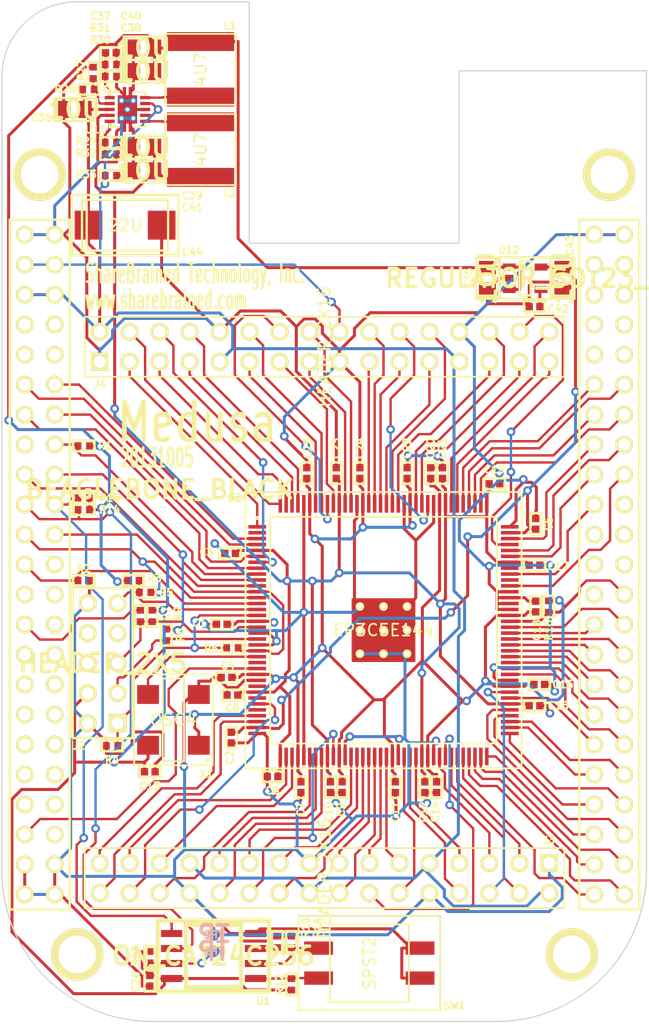
<source format=kicad_pcb>
(kicad_pcb (version 20171130) (host pcbnew "(5.1.12)-1")
  (layers (0 L1_front signal) (1 L2 power) (2 L3 power) (31 L4_back signal) (34 B.Paste user hide) (35 F.Paste user hide) (36 B.SilkS user hide) (37 F.SilkS user hide) (38 B.Mask user hide) (39 F.Mask user hide) (44 Edge.Cuts user))
  (net 0 "")
  (net 1 +1.2V)
  (net 2 +2.5V)
  (net 3 +3.3V)
  (net 4 /FPGA/AF0)
  (net 5 /FPGA/AF1)
  (net 6 /FPGA/AF10)
  (net 7 /FPGA/AF11)
  (net 8 /FPGA/AF12)
  (net 9 /FPGA/AF13)
  (net 10 /FPGA/AF14)
  (net 11 /FPGA/AF15)
  (net 12 /FPGA/AF16)
  (net 13 /FPGA/AF17)
  (net 14 /FPGA/AF18)
  (net 15 /FPGA/AF19)
  (net 16 /FPGA/AF2)
  (net 17 /FPGA/AF3)
  (net 18 /FPGA/AF4)
  (net 19 /FPGA/AF5)
  (net 20 /FPGA/AF6)
  (net 21 /FPGA/AF7)
  (net 22 /FPGA/AF8)
  (net 23 /FPGA/AF9)
  (net 24 /FPGA/AS0)
  (net 25 /FPGA/AS1)
  (net 26 /FPGA/AS2)
  (net 27 /FPGA/AS3)
  (net 28 /FPGA/BF0)
  (net 29 /FPGA/BF1)
  (net 30 /FPGA/BF10)
  (net 31 /FPGA/BF11)
  (net 32 /FPGA/BF12)
  (net 33 /FPGA/BF13)
  (net 34 /FPGA/BF14)
  (net 35 /FPGA/BF15)
  (net 36 /FPGA/BF16)
  (net 37 /FPGA/BF17)
  (net 38 /FPGA/BF18)
  (net 39 /FPGA/BF19)
  (net 40 /FPGA/BF2)
  (net 41 /FPGA/BF3)
  (net 42 /FPGA/BF4)
  (net 43 /FPGA/BF5)
  (net 44 /FPGA/BF6)
  (net 45 /FPGA/BF7)
  (net 46 /FPGA/BF8)
  (net 47 /FPGA/BF9)
  (net 48 /FPGA/BS0)
  (net 49 /FPGA/BS1)
  (net 50 /FPGA/BS2)
  (net 51 /FPGA/BS3)
  (net 52 /FPGA/CLKOUT2)
  (net 53 /FPGA/EHRPWM1A)
  (net 54 /FPGA/EHRPWM1B)
  (net 55 /FPGA/GPIO1_17)
  (net 56 /FPGA/GPIO1_28)
  (net 57 /FPGA/GPIO1_29)
  (net 58 /FPGA/GPIO2_1)
  (net 59 /FPGA/GPIO3_19)
  (net 60 /FPGA/I2C2_SCL)
  (net 61 /FPGA/I2C2_SDA)
  (net 62 /FPGA/LCD_DATA0)
  (net 63 /FPGA/LCD_DATA1)
  (net 64 /FPGA/LCD_DATA10)
  (net 65 /FPGA/LCD_DATA11)
  (net 66 /FPGA/LCD_DATA12)
  (net 67 /FPGA/LCD_DATA13)
  (net 68 /FPGA/LCD_DATA14)
  (net 69 /FPGA/LCD_DATA15)
  (net 70 /FPGA/LCD_DATA16)
  (net 71 /FPGA/LCD_DATA17)
  (net 72 /FPGA/LCD_DATA18)
  (net 73 /FPGA/LCD_DATA19)
  (net 74 /FPGA/LCD_DATA2)
  (net 75 /FPGA/LCD_DATA20)
  (net 76 /FPGA/LCD_DATA21)
  (net 77 /FPGA/LCD_DATA22)
  (net 78 /FPGA/LCD_DATA23)
  (net 79 /FPGA/LCD_DATA3)
  (net 80 /FPGA/LCD_DATA4)
  (net 81 /FPGA/LCD_DATA5)
  (net 82 /FPGA/LCD_DATA6)
  (net 83 /FPGA/LCD_DATA7)
  (net 84 /FPGA/LCD_DATA8)
  (net 85 /FPGA/LCD_DATA9)
  (net 86 /FPGA/LCD_DE)
  (net 87 /FPGA/LCD_HSYNC)
  (net 88 /FPGA/LCD_PCLK)
  (net 89 /FPGA/LCD_VSYNC)
  (net 90 /FPGA/PWREN)
  (net 91 /FPGA/REF_CLK)
  (net 92 /FPGA/SPI0_CS0)
  (net 93 /FPGA/SPI0_D0)
  (net 94 /FPGA/SPI0_D1)
  (net 95 /FPGA/SPI0_SCLK)
  (net 96 /FPGA/TCK)
  (net 97 /FPGA/TDI)
  (net 98 /FPGA/TDO)
  (net 99 /FPGA/TMS)
  (net 100 /FPGA/UART4_RXD)
  (net 101 /FPGA/UART4_TXD)
  (net 102 /FPGA/V_RAW)
  (net 103 GND)
  (net 104 Net-<C37-Pad1>)
  (net 105 Net-<C42-Pad1>)
  (net 106 Net-<L1-Pad2>)
  (net 107 Net-<L2-Pad1>)
  (net 108 Net-<R10-Pad2>)
  (net 109 Net-<R11-Pad2>)
  (net 110 Net-<R12-Pad2>)
  (net 111 Net-<R13-Pad2>)
  (net 112 Net-<R27-Pad2>)
  (net 113 Net-<R29-Pad2>)
  (module TP_1MM (layer L4_back) (at 131.6 120.8)
    (fp_text reference TP2 (at 0 0) (layer B.SilkS) (effects (font (size 0.6096 0.6096) (thickness 0.1524)) (justify mirror)))
    (fp_text value TP (at 0 0) (layer B.SilkS) (effects (font (size 1.524 1.524) (thickness 0.3048)) (justify mirror)))
    (pad 1 smd circle (at 0 0) (size 1.00076 1.00076) (layers L4_back B.Paste B.Mask) (net 103 GND))
  )
  (module TP_1MM (layer L4_back) (at 131.6 122.2)
    (fp_text reference TP1 (at 0 0) (layer B.SilkS) (effects (font (size 0.6096 0.6096) (thickness 0.1524)) (justify mirror)))
    (fp_text value TP (at 0 0) (layer B.SilkS) (effects (font (size 1.524 1.524) (thickness 0.3048)) (justify mirror)))
    (pad 1 smd circle (at 0 0) (size 1.00076 1.00076) (layers L4_back B.Paste B.Mask) (net 111 Net-<R13-Pad2>))
  )
  (module 219-2MST (layer L1_front) (at 144.8 123.2 90)
    (fp_text reference SW1 (at -3.6 7.2 180) (layer F.SilkS) (effects (font (size 0.6096 0.6096) (thickness 0.1524))))
    (fp_text value SPST2 (at 0 0 90) (layer F.SilkS))
    (pad 1 smd rect (at -1.27 4.3 90) (size 1.13 2.44) (layers L1_front F.Paste F.Mask) (net 103 GND))
    (pad 2 smd rect (at -1.27 -4.3 90) (size 1.13 2.44) (layers L1_front F.Paste F.Mask) (net 110 Net-<R12-Pad2>))
    (pad 3 smd rect (at 1.27 4.3 90) (size 1.13 2.44) (layers L1_front F.Paste F.Mask) (net 103 GND))
    (pad 4 smd rect (at 1.27 -4.3 90) (size 1.13 2.44) (layers L1_front F.Paste F.Mask) (net 109 Net-<R11-Pad2>))
  )
  (module IPC_RESC1005X40N (layer L1_front) (at 122.9 56.5 180)
    (fp_text reference R33 (at 2.1 0.1 180) (layer F.SilkS) (effects (font (size 0.6096 0.6096) (thickness 0.1524))))
    (fp_text value 10K hide)
    (pad 1 smd rect (at -0.48006 0 180) (size 0.56896 0.61976) (layers L1_front F.Paste F.Mask) (net 103 GND))
    (pad 2 smd rect (at 0.48006 0 180) (size 0.56896 0.61976) (layers L1_front F.Paste F.Mask) (net 90 /FPGA/PWREN))
  )
  (module IPC_RESC1005X40N (layer L1_front) (at 122.9 54.7)
    (fp_text reference R32 (at -2.1 -0.1) (layer F.SilkS) (effects (font (size 0.6096 0.6096) (thickness 0.1524))))
    (fp_text value R hide)
    (pad 1 smd rect (at -0.48006 0) (size 0.56896 0.61976) (layers L1_front F.Paste F.Mask) (net 113 Net-<R29-Pad2>))
    (pad 2 smd rect (at 0.48006 0) (size 0.56896 0.61976) (layers L1_front F.Paste F.Mask) (net 1 +1.2V))
  )
  (module IPC_RESC1005X40N (layer L1_front) (at 122.9 47.1)
    (fp_text reference R31 (at -0.9 -3.1) (layer F.SilkS) (effects (font (size 0.6096 0.6096) (thickness 0.1524))))
    (fp_text value R hide)
    (pad 1 smd rect (at -0.48006 0) (size 0.56896 0.61976) (layers L1_front F.Paste F.Mask) (net 104 Net-<C37-Pad1>))
    (pad 2 smd rect (at 0.48006 0) (size 0.56896 0.61976) (layers L1_front F.Paste F.Mask) (net 3 +3.3V))
  )
  (module IPC_RESC1005X40N (layer L1_front) (at 122.9 48.1 180)
    (fp_text reference R30 (at 0.9 3.1 180) (layer F.SilkS) (effects (font (size 0.6096 0.6096) (thickness 0.1524))))
    (fp_text value R hide)
    (pad 1 smd rect (at -0.48006 0 180) (size 0.56896 0.61976) (layers L1_front F.Paste F.Mask) (net 103 GND))
    (pad 2 smd rect (at 0.48006 0 180) (size 0.56896 0.61976) (layers L1_front F.Paste F.Mask) (net 104 Net-<C37-Pad1>))
  )
  (module IPC_RESC1005X40N (layer L1_front) (at 122.9 53.7 180)
    (fp_text reference R29 (at 2.1 0.1 180) (layer F.SilkS) (effects (font (size 0.6096 0.6096) (thickness 0.1524))))
    (fp_text value R hide)
    (pad 1 smd rect (at -0.48006 0 180) (size 0.56896 0.61976) (layers L1_front F.Paste F.Mask) (net 103 GND))
    (pad 2 smd rect (at 0.48006 0 180) (size 0.56896 0.61976) (layers L1_front F.Paste F.Mask) (net 113 Net-<R29-Pad2>))
  )
  (module IPC_RESC1005X40N (layer L1_front) (at 121 49.2)
    (fp_text reference R28 (at -2 0) (layer F.SilkS) (effects (font (size 0.6096 0.6096) (thickness 0.1524))))
    (fp_text value 10K hide)
    (pad 1 smd rect (at -0.48006 0) (size 0.56896 0.61976) (layers L1_front F.Paste F.Mask) (net 102 /FPGA/V_RAW))
    (pad 2 smd rect (at 0.48006 0) (size 0.56896 0.61976) (layers L1_front F.Paste F.Mask) (net 112 Net-<R27-Pad2>))
  )
  (module IPC_RESC1005X40N (layer L1_front) (at 121.4 47.8 270)
    (fp_text reference R27 (at -0.2 1 270) (layer F.SilkS) (effects (font (size 0.6096 0.6096) (thickness 0.1524))))
    (fp_text value DNI hide)
    (pad 1 smd rect (at -0.48006 0 270) (size 0.56896 0.61976) (layers L1_front F.Paste F.Mask) (net 103 GND))
    (pad 2 smd rect (at 0.48006 0 270) (size 0.56896 0.61976) (layers L1_front F.Paste F.Mask) (net 112 Net-<R27-Pad2>))
  )
  (module IPC_RESC1005X40N (layer L1_front) (at 160 93 270)
    (fp_text reference R16 (at 2 0 270) (layer F.SilkS) (effects (font (size 0.6096 0.6096) (thickness 0.1524))))
    (fp_text value 10K hide)
    (pad 1 smd rect (at -0.48006 0 270) (size 0.56896 0.61976) (layers L1_front F.Paste F.Mask) (net 3 +3.3V))
    (pad 2 smd rect (at 0.48006 0 270) (size 0.56896 0.61976) (layers L1_front F.Paste F.Mask) (net 57 /FPGA/GPIO1_29))
  )
  (module IPC_RESC1005X40N (layer L1_front) (at 120.6 83.8 180)
    (fp_text reference R15 (at -2.2 0 180) (layer F.SilkS) (effects (font (size 0.6096 0.6096) (thickness 0.1524))))
    (fp_text value 10K hide)
    (pad 1 smd rect (at -0.48006 0 180) (size 0.56896 0.61976) (layers L1_front F.Paste F.Mask) (net 3 +3.3V))
    (pad 2 smd rect (at 0.48006 0 180) (size 0.56896 0.61976) (layers L1_front F.Paste F.Mask) (net 61 /FPGA/I2C2_SDA))
  )
  (module IPC_RESC1005X40N (layer L1_front) (at 120.6 84.8 180)
    (fp_text reference R14 (at -2.2 0 180) (layer F.SilkS) (effects (font (size 0.6096 0.6096) (thickness 0.1524))))
    (fp_text value 10K hide)
    (pad 1 smd rect (at -0.48006 0 180) (size 0.56896 0.61976) (layers L1_front F.Paste F.Mask) (net 3 +3.3V))
    (pad 2 smd rect (at 0.48006 0 180) (size 0.56896 0.61976) (layers L1_front F.Paste F.Mask) (net 60 /FPGA/I2C2_SCL))
  )
  (module IPC_RESC1005X40N (layer L1_front) (at 126.2 122.7 270)
    (fp_text reference R13 (at -0.1 1.2 270) (layer F.SilkS) (effects (font (size 0.6096 0.6096) (thickness 0.1524))))
    (fp_text value 10K hide)
    (pad 1 smd rect (at -0.48006 0 270) (size 0.56896 0.61976) (layers L1_front F.Paste F.Mask) (net 3 +3.3V))
    (pad 2 smd rect (at 0.48006 0 270) (size 0.56896 0.61976) (layers L1_front F.Paste F.Mask) (net 111 Net-<R13-Pad2>))
  )
  (module IPC_RESC1005X40N (layer L1_front) (at 138.2 125 90)
    (fp_text reference R12 (at 0 -1 90) (layer F.SilkS) (effects (font (size 0.6096 0.6096) (thickness 0.1524))))
    (fp_text value 10K hide)
    (pad 1 smd rect (at -0.48006 0 90) (size 0.56896 0.61976) (layers L1_front F.Paste F.Mask) (net 3 +3.3V))
    (pad 2 smd rect (at 0.48006 0 90) (size 0.56896 0.61976) (layers L1_front F.Paste F.Mask) (net 110 Net-<R12-Pad2>))
  )
  (module IPC_RESC1005X40N (layer L1_front) (at 138.2 121.4 270)
    (fp_text reference R11 (at -1.2 -2.2 270) (layer F.SilkS) (effects (font (size 0.6096 0.6096) (thickness 0.1524))))
    (fp_text value 10K hide)
    (pad 1 smd rect (at -0.48006 0 270) (size 0.56896 0.61976) (layers L1_front F.Paste F.Mask) (net 3 +3.3V))
    (pad 2 smd rect (at 0.48006 0 270) (size 0.56896 0.61976) (layers L1_front F.Paste F.Mask) (net 109 Net-<R11-Pad2>))
  )
  (module IPC_RESC1005X40N (layer L1_front) (at 137 121.4 270)
    (fp_text reference R10 (at -1.2 -2.4 270) (layer F.SilkS) (effects (font (size 0.6096 0.6096) (thickness 0.1524))))
    (fp_text value 10K hide)
    (pad 1 smd rect (at -0.48006 0 270) (size 0.56896 0.61976) (layers L1_front F.Paste F.Mask) (net 3 +3.3V))
    (pad 2 smd rect (at 0.48006 0 270) (size 0.56896 0.61976) (layers L1_front F.Paste F.Mask) (net 108 Net-<R10-Pad2>))
  )
  (module IPC_RESC1005X40N (layer L1_front) (at 126.4 93.8 270)
    (fp_text reference R9 (at -0.2 -2.2 270) (layer F.SilkS) (effects (font (size 0.6096 0.6096) (thickness 0.1524))))
    (fp_text value 10K hide)
    (pad 1 smd rect (at -0.48006 0 270) (size 0.56896 0.61976) (layers L1_front F.Paste F.Mask) (net 3 +3.3V))
    (pad 2 smd rect (at 0.48006 0 270) (size 0.56896 0.61976) (layers L1_front F.Paste F.Mask) (net 99 /FPGA/TMS))
  )
  (module IPC_RESC1005X40N (layer L1_front) (at 127.6 95.4 90)
    (fp_text reference R8 (at 0 1.2 90) (layer F.SilkS) (effects (font (size 0.6096 0.6096) (thickness 0.1524))))
    (fp_text value DNI hide)
    (pad 1 smd rect (at -0.48006 0 90) (size 0.56896 0.61976) (layers L1_front F.Paste F.Mask) (net 98 /FPGA/TDO))
    (pad 2 smd rect (at 0.48006 0 90) (size 0.56896 0.61976) (layers L1_front F.Paste F.Mask) (net 94 /FPGA/SPI0_D1))
  )
  (module IPC_RESC1005X40N (layer L1_front) (at 125.4 93.8 90)
    (fp_text reference R7 (at 0.2 2.2 90) (layer F.SilkS) (effects (font (size 0.6096 0.6096) (thickness 0.1524))))
    (fp_text value DNI hide)
    (pad 1 smd rect (at -0.48006 0 90) (size 0.56896 0.61976) (layers L1_front F.Paste F.Mask) (net 99 /FPGA/TMS))
    (pad 2 smd rect (at 0.48006 0 90) (size 0.56896 0.61976) (layers L1_front F.Paste F.Mask) (net 59 /FPGA/GPIO3_19))
  )
  (module IPC_RESC1005X40N (layer L1_front) (at 133.2 96.5)
    (fp_text reference R6 (at -1.8 0.1) (layer F.SilkS) (effects (font (size 0.6096 0.6096) (thickness 0.1524))))
    (fp_text value DNI hide)
    (pad 1 smd rect (at -0.48006 0) (size 0.56896 0.61976) (layers L1_front F.Paste F.Mask) (net 96 /FPGA/TCK))
    (pad 2 smd rect (at 0.48006 0) (size 0.56896 0.61976) (layers L1_front F.Paste F.Mask) (net 95 /FPGA/SPI0_SCLK))
  )
  (module IPC_RESC1005X40N (layer L1_front) (at 125.8 91.8)
    (fp_text reference R5 (at 1.8 0) (layer F.SilkS) (effects (font (size 0.6096 0.6096) (thickness 0.1524))))
    (fp_text value DNI hide)
    (pad 1 smd rect (at -0.48006 0) (size 0.56896 0.61976) (layers L1_front F.Paste F.Mask) (net 97 /FPGA/TDI))
    (pad 2 smd rect (at 0.48006 0) (size 0.56896 0.61976) (layers L1_front F.Paste F.Mask) (net 93 /FPGA/SPI0_D0))
  )
  (module IPC_RESC1005X40N (layer L1_front) (at 123 104.8 180)
    (fp_text reference R4 (at 0 -1.2 180) (layer F.SilkS) (effects (font (size 0.6096 0.6096) (thickness 0.1524))))
    (fp_text value 1K hide)
    (pad 1 smd rect (at -0.48006 0 180) (size 0.56896 0.61976) (layers L1_front F.Paste F.Mask) (net 96 /FPGA/TCK))
    (pad 2 smd rect (at 0.48006 0 180) (size 0.56896 0.61976) (layers L1_front F.Paste F.Mask) (net 103 GND))
  )
  (module IPC_RESC1005X40N (layer L1_front) (at 124.8 90.8)
    (fp_text reference R3 (at 1.8 -0.2) (layer F.SilkS) (effects (font (size 0.6096 0.6096) (thickness 0.1524))))
    (fp_text value 10K hide)
    (pad 1 smd rect (at -0.48006 0) (size 0.56896 0.61976) (layers L1_front F.Paste F.Mask) (net 3 +3.3V))
    (pad 2 smd rect (at 0.48006 0) (size 0.56896 0.61976) (layers L1_front F.Paste F.Mask) (net 97 /FPGA/TDI))
  )
  (module IPC_RESC1005X40N (layer L1_front) (at 120.6 90.8)
    (fp_text reference R2 (at 0 -1) (layer F.SilkS) (effects (font (size 0.6096 0.6096) (thickness 0.1524))))
    (fp_text value 10K hide)
    (pad 1 smd rect (at -0.48006 0) (size 0.56896 0.61976) (layers L1_front F.Paste F.Mask) (net 55 /FPGA/GPIO1_17))
    (pad 2 smd rect (at 0.48006 0) (size 0.56896 0.61976) (layers L1_front F.Paste F.Mask) (net 103 GND))
  )
  (module IPC_RESC1005X40N (layer L1_front) (at 120.6 79.4 180)
    (fp_text reference R1 (at -1.8 0 180) (layer F.SilkS) (effects (font (size 0.6096 0.6096) (thickness 0.1524))))
    (fp_text value 10K hide)
    (pad 1 smd rect (at -0.48006 0 180) (size 0.56896 0.61976) (layers L1_front F.Paste F.Mask) (net 3 +3.3V))
    (pad 2 smd rect (at 0.48006 0 180) (size 0.56896 0.61976) (layers L1_front F.Paste F.Mask) (net 54 /FPGA/EHRPWM1B))
  )
  (module IPC_CAPC1005X55N (layer L1_front) (at 158.8 67.6 180)
    (fp_text reference C42 (at -2 -0.2 180) (layer F.SilkS) (effects (font (size 0.6096 0.6096) (thickness 0.1524))))
    (fp_text value DNI hide)
    (pad 1 smd rect (at -0.44958 0 180) (size 0.61976 0.61976) (layers L1_front F.Paste F.Mask) (net 105 Net-<C42-Pad1>))
    (pad 2 smd rect (at 0.44958 0 180) (size 0.61976 0.61976) (layers L1_front F.Paste F.Mask) (net 103 GND))
  )
  (module IPC_CAPC1005X55N (layer L1_front) (at 126.2 124.7 270)
    (fp_text reference C26 (at 0.1 1.2 270) (layer F.SilkS) (effects (font (size 0.6096 0.6096) (thickness 0.1524))))
    (fp_text value 100N hide)
    (pad 1 smd rect (at -0.44958 0 270) (size 0.61976 0.61976) (layers L1_front F.Paste F.Mask) (net 3 +3.3V))
    (pad 2 smd rect (at 0.44958 0 270) (size 0.61976 0.61976) (layers L1_front F.Paste F.Mask) (net 103 GND))
  )
  (module IPC_CAPC1005X55N (layer L1_front) (at 126.2 107)
    (fp_text reference C13 (at 0 1.2) (layer F.SilkS) (effects (font (size 0.6096 0.6096) (thickness 0.1524))))
    (fp_text value 100N hide)
    (pad 1 smd rect (at -0.44958 0) (size 0.61976 0.61976) (layers L1_front F.Paste F.Mask) (net 3 +3.3V))
    (pad 2 smd rect (at 0.44958 0) (size 0.61976 0.61976) (layers L1_front F.Paste F.Mask) (net 103 GND))
  )
  (module IPC_CAPC1005X55N (layer L1_front) (at 141.5 108.3 270)
    (fp_text reference C10 (at 2.1 0.1 270) (layer F.SilkS) (effects (font (size 0.6096 0.6096) (thickness 0.1524))))
    (fp_text value 100N hide)
    (pad 1 smd rect (at -0.44958 0 270) (size 0.61976 0.61976) (layers L1_front F.Paste F.Mask) (net 1 +1.2V))
    (pad 2 smd rect (at 0.44958 0 270) (size 0.61976 0.61976) (layers L1_front F.Paste F.Mask) (net 103 GND))
  )
  (module IPC_CAPC1005X55N (layer L1_front) (at 139.5 81.7 90)
    (fp_text reference C25 (at 2.1 0.1 90) (layer F.SilkS) (effects (font (size 0.6096 0.6096) (thickness 0.1524))))
    (fp_text value 100N hide)
    (pad 1 smd rect (at -0.44958 0 90) (size 0.61976 0.61976) (layers L1_front F.Paste F.Mask) (net 3 +3.3V))
    (pad 2 smd rect (at 0.44958 0 90) (size 0.61976 0.61976) (layers L1_front F.Paste F.Mask) (net 103 GND))
  )
  (module IPC_CAPC1005X55N (layer L1_front) (at 144 81.7 90)
    (fp_text reference C24 (at 2.1 0 90) (layer F.SilkS) (effects (font (size 0.6096 0.6096) (thickness 0.1524))))
    (fp_text value 100N hide)
    (pad 1 smd rect (at -0.44958 0 90) (size 0.61976 0.61976) (layers L1_front F.Paste F.Mask) (net 3 +3.3V))
    (pad 2 smd rect (at 0.44958 0 90) (size 0.61976 0.61976) (layers L1_front F.Paste F.Mask) (net 103 GND))
  )
  (module IPC_CAPC1005X55N (layer L1_front) (at 142 81.7 90)
    (fp_text reference C23 (at 2.1 0 90) (layer F.SilkS) (effects (font (size 0.6096 0.6096) (thickness 0.1524))))
    (fp_text value 100N hide)
    (pad 1 smd rect (at -0.44958 0 90) (size 0.61976 0.61976) (layers L1_front F.Paste F.Mask) (net 1 +1.2V))
    (pad 2 smd rect (at 0.44958 0 90) (size 0.61976 0.61976) (layers L1_front F.Paste F.Mask) (net 103 GND))
  )
  (module IPC_CAPC1005X55N (layer L1_front) (at 148 81.7 90)
    (fp_text reference C22 (at 2.1 0 90) (layer F.SilkS) (effects (font (size 0.6096 0.6096) (thickness 0.1524))))
    (fp_text value 100N hide)
    (pad 1 smd rect (at -0.44958 0 90) (size 0.61976 0.61976) (layers L1_front F.Paste F.Mask) (net 3 +3.3V))
    (pad 2 smd rect (at 0.44958 0 90) (size 0.61976 0.61976) (layers L1_front F.Paste F.Mask) (net 103 GND))
  )
  (module IPC_CAPC1005X55N (layer L1_front) (at 151 81.7 90)
    (fp_text reference C21 (at 2.1 0 90) (layer F.SilkS) (effects (font (size 0.6096 0.6096) (thickness 0.1524))))
    (fp_text value 100N hide)
    (pad 1 smd rect (at -0.44958 0 90) (size 0.61976 0.61976) (layers L1_front F.Paste F.Mask) (net 1 +1.2V))
    (pad 2 smd rect (at 0.44958 0 90) (size 0.61976 0.61976) (layers L1_front F.Paste F.Mask) (net 103 GND))
  )
  (module IPC_CAPC1005X55N (layer L1_front) (at 150 81.7 90)
    (fp_text reference C20 (at 2.1 0 90) (layer F.SilkS) (effects (font (size 0.6096 0.6096) (thickness 0.1524))))
    (fp_text value 100N hide)
    (pad 1 smd rect (at -0.44958 0 90) (size 0.61976 0.61976) (layers L1_front F.Paste F.Mask) (net 3 +3.3V))
    (pad 2 smd rect (at 0.44958 0 90) (size 0.61976 0.61976) (layers L1_front F.Paste F.Mask) (net 103 GND))
  )
  (module IPC_CAPC1005X55N (layer L1_front) (at 155.4 82.6)
    (fp_text reference C19 (at 0 -1.2) (layer F.SilkS) (effects (font (size 0.6096 0.6096) (thickness 0.1524))))
    (fp_text value 100N hide)
    (pad 1 smd rect (at -0.44958 0) (size 0.61976 0.61976) (layers L1_front F.Paste F.Mask) (net 1 +1.2V))
    (pad 2 smd rect (at 0.44958 0) (size 0.61976 0.61976) (layers L1_front F.Paste F.Mask) (net 103 GND))
  )
  (module IPC_CAPC1005X55N (layer L1_front) (at 158.9 93 90)
    (fp_text reference C18 (at -2 0.1 90) (layer F.SilkS) (effects (font (size 0.6096 0.6096) (thickness 0.1524))))
    (fp_text value 100N hide)
    (pad 1 smd rect (at -0.44958 0 90) (size 0.61976 0.61976) (layers L1_front F.Paste F.Mask) (net 3 +3.3V))
    (pad 2 smd rect (at 0.44958 0 90) (size 0.61976 0.61976) (layers L1_front F.Paste F.Mask) (net 103 GND))
  )
  (module IPC_CAPC1005X55N (layer L1_front) (at 158.8 89.5)
    (fp_text reference C17 (at 2 0.1) (layer F.SilkS) (effects (font (size 0.6096 0.6096) (thickness 0.1524))))
    (fp_text value 100N hide)
    (pad 1 smd rect (at -0.44958 0) (size 0.61976 0.61976) (layers L1_front F.Paste F.Mask) (net 1 +1.2V))
    (pad 2 smd rect (at 0.44958 0) (size 0.61976 0.61976) (layers L1_front F.Paste F.Mask) (net 103 GND))
  )
  (module IPC_CAPC1005X55N (layer L1_front) (at 159.2 99.6)
    (fp_text reference C16 (at 2 0) (layer F.SilkS) (effects (font (size 0.6096 0.6096) (thickness 0.1524))))
    (fp_text value 100N hide)
    (pad 1 smd rect (at -0.44958 0) (size 0.61976 0.61976) (layers L1_front F.Paste F.Mask) (net 3 +3.3V))
    (pad 2 smd rect (at 0.44958 0) (size 0.61976 0.61976) (layers L1_front F.Paste F.Mask) (net 103 GND))
  )
  (module IPC_CAPC1005X55N (layer L1_front) (at 158.8 101.4)
    (fp_text reference C15 (at 2 0) (layer F.SilkS) (effects (font (size 0.6096 0.6096) (thickness 0.1524))))
    (fp_text value 100N hide)
    (pad 1 smd rect (at -0.44958 0) (size 0.61976 0.61976) (layers L1_front F.Paste F.Mask) (net 1 +1.2V))
    (pad 2 smd rect (at 0.44958 0) (size 0.61976 0.61976) (layers L1_front F.Paste F.Mask) (net 103 GND))
  )
  (module IPC_CAPC1005X55N (layer L1_front) (at 150.5 108.3 270)
    (fp_text reference C14 (at 2.1 0.1 270) (layer F.SilkS) (effects (font (size 0.6096 0.6096) (thickness 0.1524))))
    (fp_text value 100N hide)
    (pad 1 smd rect (at -0.44958 0 270) (size 0.61976 0.61976) (layers L1_front F.Paste F.Mask) (net 3 +3.3V))
    (pad 2 smd rect (at 0.44958 0 270) (size 0.61976 0.61976) (layers L1_front F.Paste F.Mask) (net 103 GND))
  )
  (module IPC_CAPC1005X55N (layer L1_front) (at 149.5 108.3 270)
    (fp_text reference C12 (at 2.1 0.1 270) (layer F.SilkS) (effects (font (size 0.6096 0.6096) (thickness 0.1524))))
    (fp_text value 100N hide)
    (pad 1 smd rect (at -0.44958 0 270) (size 0.61976 0.61976) (layers L1_front F.Paste F.Mask) (net 1 +1.2V))
    (pad 2 smd rect (at 0.44958 0 270) (size 0.61976 0.61976) (layers L1_front F.Paste F.Mask) (net 103 GND))
  )
  (module IPC_CAPC1005X55N (layer L1_front) (at 147 108.3 270)
    (fp_text reference C11 (at 2.1 0 270) (layer F.SilkS) (effects (font (size 0.6096 0.6096) (thickness 0.1524))))
    (fp_text value 100N hide)
    (pad 1 smd rect (at -0.44958 0 270) (size 0.61976 0.61976) (layers L1_front F.Paste F.Mask) (net 3 +3.3V))
    (pad 2 smd rect (at 0.44958 0 270) (size 0.61976 0.61976) (layers L1_front F.Paste F.Mask) (net 103 GND))
  )
  (module IPC_CAPC1005X55N (layer L1_front) (at 142.5 108.3 270)
    (fp_text reference C9 (at 1.9 0.1 270) (layer F.SilkS) (effects (font (size 0.6096 0.6096) (thickness 0.1524))))
    (fp_text value 100N hide)
    (pad 1 smd rect (at -0.44958 0 270) (size 0.61976 0.61976) (layers L1_front F.Paste F.Mask) (net 3 +3.3V))
    (pad 2 smd rect (at 0.44958 0 270) (size 0.61976 0.61976) (layers L1_front F.Paste F.Mask) (net 103 GND))
  )
  (module IPC_CAPC1005X55N (layer L1_front) (at 136.6 107.4 180)
    (fp_text reference C8 (at 0 -1.2 180) (layer F.SilkS) (effects (font (size 0.6096 0.6096) (thickness 0.1524))))
    (fp_text value 100N hide)
    (pad 1 smd rect (at -0.44958 0 180) (size 0.61976 0.61976) (layers L1_front F.Paste F.Mask) (net 1 +1.2V))
    (pad 2 smd rect (at 0.44958 0 180) (size 0.61976 0.61976) (layers L1_front F.Paste F.Mask) (net 103 GND))
  )
  (module IPC_CAPC1005X55N (layer L1_front) (at 139 108.3 270)
    (fp_text reference C7 (at 1.9 0 270) (layer F.SilkS) (effects (font (size 0.6096 0.6096) (thickness 0.1524))))
    (fp_text value 100N hide)
    (pad 1 smd rect (at -0.44958 0 270) (size 0.61976 0.61976) (layers L1_front F.Paste F.Mask) (net 3 +3.3V))
    (pad 2 smd rect (at 0.44958 0 270) (size 0.61976 0.61976) (layers L1_front F.Paste F.Mask) (net 103 GND))
  )
  (module IPC_CAPC1005X55N (layer L1_front) (at 133.2 100.5 180)
    (fp_text reference C6 (at 0 -1.1 180) (layer F.SilkS) (effects (font (size 0.6096 0.6096) (thickness 0.1524))))
    (fp_text value 100N hide)
    (pad 1 smd rect (at -0.44958 0 180) (size 0.61976 0.61976) (layers L1_front F.Paste F.Mask) (net 1 +1.2V))
    (pad 2 smd rect (at 0.44958 0 180) (size 0.61976 0.61976) (layers L1_front F.Paste F.Mask) (net 103 GND))
  )
  (module IPC_CAPC1005X55N (layer L1_front) (at 158.9 86 90)
    (fp_text reference C5 (at 0 1.1 90) (layer F.SilkS) (effects (font (size 0.6096 0.6096) (thickness 0.1524))))
    (fp_text value 100N hide)
    (pad 1 smd rect (at -0.44958 0 90) (size 0.61976 0.61976) (layers L1_front F.Paste F.Mask) (net 2 +2.5V))
    (pad 2 smd rect (at 0.44958 0 90) (size 0.61976 0.61976) (layers L1_front F.Paste F.Mask) (net 103 GND))
  )
  (module IPC_CAPC1005X55N (layer L1_front) (at 132.7 99 180)
    (fp_text reference C4 (at -0.1 1 180) (layer F.SilkS) (effects (font (size 0.6096 0.6096) (thickness 0.1524))))
    (fp_text value 100N hide)
    (pad 1 smd rect (at -0.44958 0 180) (size 0.61976 0.61976) (layers L1_front F.Paste F.Mask) (net 3 +3.3V))
    (pad 2 smd rect (at 0.44958 0 180) (size 0.61976 0.61976) (layers L1_front F.Paste F.Mask) (net 103 GND))
  )
  (module IPC_CAPC1005X55N (layer L1_front) (at 133 88.5 180)
    (fp_text reference C3 (at 2 0.1 180) (layer F.SilkS) (effects (font (size 0.6096 0.6096) (thickness 0.1524))))
    (fp_text value 100N hide)
    (pad 1 smd rect (at -0.44958 0 180) (size 0.61976 0.61976) (layers L1_front F.Paste F.Mask) (net 1 +1.2V))
    (pad 2 smd rect (at 0.44958 0 180) (size 0.61976 0.61976) (layers L1_front F.Paste F.Mask) (net 103 GND))
  )
  (module IPC_CAPC1005X55N (layer L1_front) (at 133.1 104.1 270)
    (fp_text reference C2 (at 1.7 0.1 270) (layer F.SilkS) (effects (font (size 0.6096 0.6096) (thickness 0.1524))))
    (fp_text value 100N hide)
    (pad 1 smd rect (at -0.44958 0 270) (size 0.61976 0.61976) (layers L1_front F.Paste F.Mask) (net 2 +2.5V))
    (pad 2 smd rect (at 0.44958 0 270) (size 0.61976 0.61976) (layers L1_front F.Paste F.Mask) (net 103 GND))
  )
  (module IPC_CAPC1005X55N (layer L1_front) (at 132.3 94.5 180)
    (fp_text reference C1 (at 1.9 0.1 180) (layer F.SilkS) (effects (font (size 0.6096 0.6096) (thickness 0.1524))))
    (fp_text value 100N hide)
    (pad 1 smd rect (at -0.44958 0 180) (size 0.61976 0.61976) (layers L1_front F.Paste F.Mask) (net 3 +3.3V))
    (pad 2 smd rect (at 0.44958 0 180) (size 0.61976 0.61976) (layers L1_front F.Paste F.Mask) (net 103 GND))
  )
  (module IPC_SOT95P280X110-5N (layer L1_front) (at 158 65.2)
    (fp_text reference U12 (at -1.4 -2.4) (layer F.SilkS) (effects (font (size 0.6096 0.6096) (thickness 0.1524))))
    (fp_text value REGULATOR_SOT23_5 (at 0 0) (layer F.SilkS) (effects (font (size 1.524 1.524) (thickness 0.3048))))
    (pad 1 smd rect (at -1.34874 -0.94996) (size 1.09982 0.59944) (layers L1_front F.Paste F.Mask) (net 3 +3.3V))
    (pad 2 smd rect (at -1.34874 0) (size 1.09982 0.59944) (layers L1_front F.Paste F.Mask) (net 103 GND))
    (pad 3 smd rect (at -1.34874 0.94996) (size 1.09982 0.59944) (layers L1_front F.Paste F.Mask) (net 3 +3.3V))
    (pad 4 smd rect (at 1.34874 0.94996) (size 1.09982 0.59944) (layers L1_front F.Paste F.Mask) (net 105 Net-<C42-Pad1>))
    (pad 5 smd rect (at 1.34874 -0.94996) (size 1.09982 0.59944) (layers L1_front F.Paste F.Mask) (net 2 +2.5V))
  )
  (module IPC_CAPMP7343X310N (layer L1_front) (at 124.1 60.7)
    (fp_text reference C44 (at 5.7 2.3) (layer F.SilkS) (effects (font (size 0.6096 0.6096) (thickness 0.1524))))
    (fp_text value 22U (at 0 0) (layer F.SilkS))
    (pad 1 smd rect (at -3.1 0) (size 2.35 2.45) (layers L1_front F.Paste F.Mask) (net 102 /FPGA/V_RAW))
    (pad 2 smd rect (at 3.1 0) (size 2.35 2.45) (layers L1_front F.Paste F.Mask) (net 103 GND))
  )
  (module IPC_CAPC2012X140N (layer L1_front) (at 161.2 65.2 270)
    (fp_text reference C43 (at -2.8 -0.6 270) (layer F.SilkS) (effects (font (size 0.6096 0.6096) (thickness 0.1524))))
    (fp_text value 10U (at 0 0 270) (layer F.SilkS) (effects (font (size 1.524 1.524) (thickness 0.3048))))
    (pad 1 smd rect (at -0.89916 0 270) (size 1.15062 1.45034) (layers L1_front F.Paste F.Mask) (net 2 +2.5V))
    (pad 2 smd rect (at 0.89916 0 270) (size 1.15062 1.45034) (layers L1_front F.Paste F.Mask) (net 103 GND))
  )
  (module IPC_CAPC2012X140N (layer L1_front) (at 125.7 45.7 180)
    (fp_text reference C40 (at 1.1 2.7 180) (layer F.SilkS) (effects (font (size 0.6096 0.6096) (thickness 0.1524))))
    (fp_text value 10U (at 0 0 180) (layer F.SilkS) (effects (font (size 1.524 1.524) (thickness 0.3048))))
    (pad 1 smd rect (at -0.89916 0 180) (size 1.15062 1.45034) (layers L1_front F.Paste F.Mask) (net 3 +3.3V))
    (pad 2 smd rect (at 0.89916 0 180) (size 1.15062 1.45034) (layers L1_front F.Paste F.Mask) (net 103 GND))
  )
  (module IPC_CAPC2012X140N (layer L1_front) (at 119.8 50.9 180)
    (fp_text reference C36 (at 2.8 -0.7 180) (layer F.SilkS) (effects (font (size 0.6096 0.6096) (thickness 0.1524))))
    (fp_text value 10U (at 0 0 180) (layer F.SilkS) (effects (font (size 1.524 1.524) (thickness 0.3048))))
    (pad 1 smd rect (at -0.89916 0 180) (size 1.15062 1.45034) (layers L1_front F.Paste F.Mask) (net 102 /FPGA/V_RAW))
    (pad 2 smd rect (at 0.89916 0 180) (size 1.15062 1.45034) (layers L1_front F.Paste F.Mask) (net 103 GND))
  )
  (module IPC_CAPC2012X140N (layer L1_front) (at 125.7 56.1)
    (fp_text reference C41 (at 4.1 3.1) (layer F.SilkS) (effects (font (size 0.6096 0.6096) (thickness 0.1524))))
    (fp_text value 10U (at 0 0) (layer F.SilkS) (effects (font (size 1.524 1.524) (thickness 0.3048))))
    (pad 1 smd rect (at -0.89916 0) (size 1.15062 1.45034) (layers L1_front F.Paste F.Mask) (net 103 GND))
    (pad 2 smd rect (at 0.89916 0) (size 1.15062 1.45034) (layers L1_front F.Paste F.Mask) (net 1 +1.2V))
  )
  (module IPC_CAPC2012X140N (layer L1_front) (at 125.7 54.1)
    (fp_text reference C39 (at 4.1 4.1) (layer F.SilkS) (effects (font (size 0.6096 0.6096) (thickness 0.1524))))
    (fp_text value 10U (at 0 0) (layer F.SilkS) (effects (font (size 1.524 1.524) (thickness 0.3048))))
    (pad 1 smd rect (at -0.89916 0) (size 1.15062 1.45034) (layers L1_front F.Paste F.Mask) (net 103 GND))
    (pad 2 smd rect (at 0.89916 0) (size 1.15062 1.45034) (layers L1_front F.Paste F.Mask) (net 1 +1.2V))
  )
  (module IPC_CAPC2012X140N (layer L1_front) (at 125.7 47.7 180)
    (fp_text reference C38 (at 1.1 3.7 180) (layer F.SilkS) (effects (font (size 0.6096 0.6096) (thickness 0.1524))))
    (fp_text value 10U (at 0 0 180) (layer F.SilkS) (effects (font (size 1.524 1.524) (thickness 0.3048))))
    (pad 1 smd rect (at -0.89916 0 180) (size 1.15062 1.45034) (layers L1_front F.Paste F.Mask) (net 3 +3.3V))
    (pad 2 smd rect (at 0.89916 0 180) (size 1.15062 1.45034) (layers L1_front F.Paste F.Mask) (net 103 GND))
  )
  (module IPC_CAPC2012X140N (layer L1_front) (at 154.8 65.2 270)
    (fp_text reference C35 (at 0 1.6 270) (layer F.SilkS) (effects (font (size 0.6096 0.6096) (thickness 0.1524))))
    (fp_text value 10U (at 0 0 270) (layer F.SilkS) (effects (font (size 1.524 1.524) (thickness 0.3048))))
    (pad 1 smd rect (at -0.89916 0 270) (size 1.15062 1.45034) (layers L1_front F.Paste F.Mask) (net 3 +3.3V))
    (pad 2 smd rect (at 0.89916 0 270) (size 1.15062 1.45034) (layers L1_front F.Paste F.Mask) (net 103 GND))
  )
  (module NR6028 (layer L1_front) (at 130.5 54.3 270)
    (fp_text reference L2 (at 3.7 -2.5) (layer F.SilkS) (effects (font (size 0.6096 0.6096) (thickness 0.1524))))
    (fp_text value 4U7 (at 0 0 270) (layer F.SilkS))
    (pad 1 smd rect (at -2.35 0 270) (size 1.6 5.7) (layers L1_front F.Paste F.Mask) (net 107 Net-<L2-Pad1>))
    (pad 2 smd rect (at 2.35 0 270) (size 1.6 5.7) (layers L1_front F.Paste F.Mask) (net 1 +1.2V))
  )
  (module NR6028 (layer L1_front) (at 130.5 47.5 270)
    (fp_text reference L1 (at -3.7 -2.5) (layer F.SilkS) (effects (font (size 0.6096 0.6096) (thickness 0.1524))))
    (fp_text value 4U7 (at 0 0 270) (layer F.SilkS))
    (pad 1 smd rect (at -2.35 0 270) (size 1.6 5.7) (layers L1_front F.Paste F.Mask) (net 3 +3.3V))
    (pad 2 smd rect (at 2.35 0 270) (size 1.6 5.7) (layers L1_front F.Paste F.Mask) (net 106 Net-<L1-Pad2>))
  )
  (module OSCSC508P500X700X180-4N (layer L1_front) (at 128.2 102.6 180)
    (fp_text reference X1 (at -2.8 -4.6 180) (layer F.SilkS) (effects (font (size 0.6096 0.6096) (thickness 0.1524))))
    (fp_text value OSC4 (at 0 0 180) (layer F.SilkS))
    (pad 1 smd rect (at -2.15 -2.15 180) (size 1.85 1.6) (layers L1_front F.Paste F.Mask) (net 3 +3.3V))
    (pad 2 smd rect (at -2.15 2.15 180) (size 1.85 1.6) (layers L1_front F.Paste F.Mask) (net 103 GND))
    (pad 3 smd rect (at 2.15 2.15 180) (size 1.85 1.6) (layers L1_front F.Paste F.Mask) (net 91 /FPGA/REF_CLK))
    (pad 4 smd rect (at 2.15 -2.15 180) (size 1.85 1.6) (layers L1_front F.Paste F.Mask) (net 3 +3.3V))
  )
  (module IPC_SOIC127P780X205-8N (layer L1_front) (at 131.6 122.6 180)
    (fp_text reference U1 (at -4.2 -3.8 180) (layer F.SilkS) (effects (font (size 0.6096 0.6096) (thickness 0.1524))))
    (fp_text value ON_CAT24C256 (at 0 0 180) (layer F.SilkS) (effects (font (size 1.524 1.524) (thickness 0.3048))))
    (pad 1 smd rect (at -3.55092 -1.905 180) (size 1.80086 0.59944) (layers L1_front F.Paste F.Mask) (net 110 Net-<R12-Pad2>))
    (pad 2 smd rect (at -3.55092 -0.635 180) (size 1.80086 0.59944) (layers L1_front F.Paste F.Mask) (net 109 Net-<R11-Pad2>))
    (pad 3 smd rect (at -3.55092 0.635 180) (size 1.80086 0.59944) (layers L1_front F.Paste F.Mask) (net 108 Net-<R10-Pad2>))
    (pad 4 smd rect (at -3.55092 1.905 180) (size 1.80086 0.59944) (layers L1_front F.Paste F.Mask) (net 103 GND))
    (pad 5 smd rect (at 3.55092 1.905 180) (size 1.80086 0.59944) (layers L1_front F.Paste F.Mask) (net 61 /FPGA/I2C2_SDA))
    (pad 6 smd rect (at 3.55092 0.635 180) (size 1.80086 0.59944) (layers L1_front F.Paste F.Mask) (net 60 /FPGA/I2C2_SCL))
    (pad 7 smd rect (at 3.55092 -0.635 180) (size 1.80086 0.59944) (layers L1_front F.Paste F.Mask) (net 111 Net-<R13-Pad2>))
    (pad 8 smd rect (at 3.55092 -1.905 180) (size 1.80086 0.59944) (layers L1_front F.Paste F.Mask) (net 3 +3.3V))
  )
  (module HEADER_5X2_TH_254 (layer L1_front) (at 122.2 97.8 180)
    (fp_text reference J2 (at 2 -7 180) (layer F.SilkS) (effects (font (size 0.6096 0.6096) (thickness 0.1524))))
    (fp_text value HEADER_2X5 (at 0 0 180) (layer F.SilkS) (effects (font (size 1.524 1.524) (thickness 0.3048))))
    (pad 1 thru_hole rect (at -1.27 -5.08 180) (size 1.524 1.524) (drill 1.016) (layers *.Cu *.Mask F.SilkS) (net 96 /FPGA/TCK))
    (pad 2 thru_hole circle (at 1.27 -5.08 180) (size 1.524 1.524) (drill 1.016) (layers *.Cu *.Mask F.SilkS) (net 103 GND))
    (pad 3 thru_hole circle (at -1.27 -2.54 180) (size 1.524 1.524) (drill 1.016) (layers *.Cu *.Mask F.SilkS) (net 98 /FPGA/TDO))
    (pad 4 thru_hole circle (at 1.27 -2.54 180) (size 1.524 1.524) (drill 1.016) (layers *.Cu *.Mask F.SilkS) (net 3 +3.3V))
    (pad 5 thru_hole circle (at -1.27 0 180) (size 1.524 1.524) (drill 1.016) (layers *.Cu *.Mask F.SilkS) (net 99 /FPGA/TMS))
    (pad 6 thru_hole circle (at 1.27 0 180) (size 1.524 1.524) (drill 1.016) (layers *.Cu *.Mask F.SilkS))
    (pad 7 thru_hole circle (at -1.27 2.54 180) (size 1.524 1.524) (drill 1.016) (layers *.Cu *.Mask F.SilkS))
    (pad 8 thru_hole circle (at 1.27 2.54 180) (size 1.524 1.524) (drill 1.016) (layers *.Cu *.Mask F.SilkS))
    (pad 9 thru_hole circle (at -1.27 5.08 180) (size 1.524 1.524) (drill 1.016) (layers *.Cu *.Mask F.SilkS) (net 97 /FPGA/TDI))
    (pad 10 thru_hole circle (at 1.27 5.08 180) (size 1.524 1.524) (drill 1.016) (layers *.Cu *.Mask F.SilkS) (net 103 GND))
  )
  (module beaglebone_black (layer L1_front) (at 141 85)
    (fp_text reference J1 (at 0 45.72) (layer F.SilkS) (effects (font (size 0.6096 0.6096) (thickness 0.1524))))
    (fp_text value BEAGLEBONE_BLACK (at -13.97 -1.905) (layer F.SilkS) (effects (font (size 1.524 1.524) (thickness 0.3048))))
    (pad B1 thru_hole circle (at -25.4 -23.495) (size 1.50114 1.50114) (drill 1.02108) (layers *.Cu *.Mask F.SilkS) (net 103 GND))
    (pad B2 thru_hole circle (at -22.86 -23.495) (size 1.50114 1.50114) (drill 1.02108) (layers *.Cu *.Mask F.SilkS) (net 103 GND))
    (pad B3 thru_hole circle (at -25.4 -20.955) (size 1.50114 1.50114) (drill 1.02108) (layers *.Cu *.Mask F.SilkS) (net 90 /FPGA/PWREN))
    (pad B4 thru_hole circle (at -22.86 -20.955) (size 1.50114 1.50114) (drill 1.02108) (layers *.Cu *.Mask F.SilkS) (net 90 /FPGA/PWREN))
    (pad B5 thru_hole circle (at -25.4 -18.415) (size 1.50114 1.50114) (drill 1.02108) (layers *.Cu *.Mask F.SilkS) (net 102 /FPGA/V_RAW))
    (pad B6 thru_hole circle (at -22.86 -18.415) (size 1.50114 1.50114) (drill 1.02108) (layers *.Cu *.Mask F.SilkS) (net 102 /FPGA/V_RAW))
    (pad B7 thru_hole circle (at -25.4 -15.875) (size 1.50114 1.50114) (drill 1.02108) (layers *.Cu *.Mask F.SilkS))
    (pad B8 thru_hole circle (at -22.86 -15.875) (size 1.50114 1.50114) (drill 1.02108) (layers *.Cu *.Mask F.SilkS))
    (pad B9 thru_hole circle (at -25.4 -13.335) (size 1.50114 1.50114) (drill 1.02108) (layers *.Cu *.Mask F.SilkS))
    (pad B10 thru_hole circle (at -22.86 -13.335) (size 1.50114 1.50114) (drill 1.02108) (layers *.Cu *.Mask F.SilkS))
    (pad B11 thru_hole circle (at -25.4 -10.795) (size 1.50114 1.50114) (drill 1.02108) (layers *.Cu *.Mask F.SilkS) (net 100 /FPGA/UART4_RXD))
    (pad B12 thru_hole circle (at -22.86 -10.795) (size 1.50114 1.50114) (drill 1.02108) (layers *.Cu *.Mask F.SilkS) (net 56 /FPGA/GPIO1_28))
    (pad B13 thru_hole circle (at -25.4 -8.255) (size 1.50114 1.50114) (drill 1.02108) (layers *.Cu *.Mask F.SilkS) (net 101 /FPGA/UART4_TXD))
    (pad B14 thru_hole circle (at -22.86 -8.255) (size 1.50114 1.50114) (drill 1.02108) (layers *.Cu *.Mask F.SilkS) (net 53 /FPGA/EHRPWM1A))
    (pad B15 thru_hole circle (at -25.4 -5.715) (size 1.50114 1.50114) (drill 1.02108) (layers *.Cu *.Mask F.SilkS))
    (pad B16 thru_hole circle (at -22.86 -5.715) (size 1.50114 1.50114) (drill 1.02108) (layers *.Cu *.Mask F.SilkS) (net 54 /FPGA/EHRPWM1B))
    (pad B17 thru_hole circle (at -25.4 -3.175) (size 1.50114 1.50114) (drill 1.02108) (layers *.Cu *.Mask F.SilkS) (net 92 /FPGA/SPI0_CS0))
    (pad B18 thru_hole circle (at -22.86 -3.175) (size 1.50114 1.50114) (drill 1.02108) (layers *.Cu *.Mask F.SilkS) (net 94 /FPGA/SPI0_D1))
    (pad B19 thru_hole circle (at -25.4 -0.635) (size 1.50114 1.50114) (drill 1.02108) (layers *.Cu *.Mask F.SilkS) (net 60 /FPGA/I2C2_SCL))
    (pad B20 thru_hole circle (at -22.86 -0.635) (size 1.50114 1.50114) (drill 1.02108) (layers *.Cu *.Mask F.SilkS) (net 61 /FPGA/I2C2_SDA))
    (pad B21 thru_hole circle (at -25.4 1.905) (size 1.50114 1.50114) (drill 1.02108) (layers *.Cu *.Mask F.SilkS) (net 93 /FPGA/SPI0_D0))
    (pad B22 thru_hole circle (at -22.86 1.905) (size 1.50114 1.50114) (drill 1.02108) (layers *.Cu *.Mask F.SilkS) (net 95 /FPGA/SPI0_SCLK))
    (pad B23 thru_hole circle (at -25.4 4.445) (size 1.50114 1.50114) (drill 1.02108) (layers *.Cu *.Mask F.SilkS) (net 55 /FPGA/GPIO1_17))
    (pad B24 thru_hole circle (at -22.86 4.445) (size 1.50114 1.50114) (drill 1.02108) (layers *.Cu *.Mask F.SilkS))
    (pad B25 thru_hole circle (at -25.4 6.985) (size 1.50114 1.50114) (drill 1.02108) (layers *.Cu *.Mask F.SilkS))
    (pad B26 thru_hole circle (at -22.86 6.985) (size 1.50114 1.50114) (drill 1.02108) (layers *.Cu *.Mask F.SilkS))
    (pad B27 thru_hole circle (at -25.4 9.525) (size 1.50114 1.50114) (drill 1.02108) (layers *.Cu *.Mask F.SilkS) (net 59 /FPGA/GPIO3_19))
    (pad B28 thru_hole circle (at -22.86 9.525) (size 1.50114 1.50114) (drill 1.02108) (layers *.Cu *.Mask F.SilkS))
    (pad B29 thru_hole circle (at -25.4 12.065) (size 1.50114 1.50114) (drill 1.02108) (layers *.Cu *.Mask F.SilkS))
    (pad B30 thru_hole circle (at -22.86 12.065) (size 1.50114 1.50114) (drill 1.02108) (layers *.Cu *.Mask F.SilkS))
    (pad B31 thru_hole circle (at -25.4 14.605) (size 1.50114 1.50114) (drill 1.02108) (layers *.Cu *.Mask F.SilkS))
    (pad B32 thru_hole circle (at -22.86 14.605) (size 1.50114 1.50114) (drill 1.02108) (layers *.Cu *.Mask F.SilkS))
    (pad B33 thru_hole circle (at -25.4 17.145) (size 1.50114 1.50114) (drill 1.02108) (layers *.Cu *.Mask F.SilkS))
    (pad B34 thru_hole circle (at -22.86 17.145) (size 1.50114 1.50114) (drill 1.02108) (layers *.Cu *.Mask F.SilkS))
    (pad B35 thru_hole circle (at -25.4 19.685) (size 1.50114 1.50114) (drill 1.02108) (layers *.Cu *.Mask F.SilkS))
    (pad B36 thru_hole circle (at -22.86 19.685) (size 1.50114 1.50114) (drill 1.02108) (layers *.Cu *.Mask F.SilkS))
    (pad B37 thru_hole circle (at -25.4 22.225) (size 1.50114 1.50114) (drill 1.02108) (layers *.Cu *.Mask F.SilkS))
    (pad B38 thru_hole circle (at -22.86 22.225) (size 1.50114 1.50114) (drill 1.02108) (layers *.Cu *.Mask F.SilkS))
    (pad B39 thru_hole circle (at -25.4 24.765) (size 1.50114 1.50114) (drill 1.02108) (layers *.Cu *.Mask F.SilkS))
    (pad B40 thru_hole circle (at -22.86 24.765) (size 1.50114 1.50114) (drill 1.02108) (layers *.Cu *.Mask F.SilkS))
    (pad B41 thru_hole circle (at -25.4 27.305) (size 1.50114 1.50114) (drill 1.02108) (layers *.Cu *.Mask F.SilkS) (net 52 /FPGA/CLKOUT2))
    (pad B42 thru_hole circle (at -22.86 27.305) (size 1.50114 1.50114) (drill 1.02108) (layers *.Cu *.Mask F.SilkS))
    (pad B43 thru_hole circle (at -25.4 29.845) (size 1.50114 1.50114) (drill 1.02108) (layers *.Cu *.Mask F.SilkS) (net 103 GND))
    (pad B44 thru_hole circle (at -22.86 29.845) (size 1.50114 1.50114) (drill 1.02108) (layers *.Cu *.Mask F.SilkS) (net 103 GND))
    (pad B45 thru_hole circle (at -25.4 32.385) (size 1.50114 1.50114) (drill 1.02108) (layers *.Cu *.Mask F.SilkS) (net 103 GND))
    (pad B46 thru_hole circle (at -22.86 32.385) (size 1.50114 1.50114) (drill 1.02108) (layers *.Cu *.Mask F.SilkS) (net 103 GND))
    (pad A1 thru_hole circle (at 22.86 -23.495) (size 1.50114 1.50114) (drill 1.02108) (layers *.Cu *.Mask F.SilkS) (net 103 GND))
    (pad A2 thru_hole circle (at 25.4 -23.495) (size 1.50114 1.50114) (drill 1.02108) (layers *.Cu *.Mask F.SilkS) (net 103 GND))
    (pad A3 thru_hole circle (at 22.86 -20.955) (size 1.50114 1.50114) (drill 1.02108) (layers *.Cu *.Mask F.SilkS))
    (pad A4 thru_hole circle (at 25.4 -20.955) (size 1.50114 1.50114) (drill 1.02108) (layers *.Cu *.Mask F.SilkS))
    (pad A5 thru_hole circle (at 22.86 -18.415) (size 1.50114 1.50114) (drill 1.02108) (layers *.Cu *.Mask F.SilkS))
    (pad A6 thru_hole circle (at 25.4 -18.415) (size 1.50114 1.50114) (drill 1.02108) (layers *.Cu *.Mask F.SilkS))
    (pad A7 thru_hole circle (at 22.86 -15.875) (size 1.50114 1.50114) (drill 1.02108) (layers *.Cu *.Mask F.SilkS))
    (pad A8 thru_hole circle (at 25.4 -15.875) (size 1.50114 1.50114) (drill 1.02108) (layers *.Cu *.Mask F.SilkS))
    (pad A9 thru_hole circle (at 22.86 -13.335) (size 1.50114 1.50114) (drill 1.02108) (layers *.Cu *.Mask F.SilkS))
    (pad A10 thru_hole circle (at 25.4 -13.335) (size 1.50114 1.50114) (drill 1.02108) (layers *.Cu *.Mask F.SilkS))
    (pad A11 thru_hole circle (at 22.86 -10.795) (size 1.50114 1.50114) (drill 1.02108) (layers *.Cu *.Mask F.SilkS) (net 72 /FPGA/LCD_DATA18))
    (pad A12 thru_hole circle (at 25.4 -10.795) (size 1.50114 1.50114) (drill 1.02108) (layers *.Cu *.Mask F.SilkS) (net 73 /FPGA/LCD_DATA19))
    (pad A13 thru_hole circle (at 22.86 -8.255) (size 1.50114 1.50114) (drill 1.02108) (layers *.Cu *.Mask F.SilkS) (net 77 /FPGA/LCD_DATA22))
    (pad A14 thru_hole circle (at 25.4 -8.255) (size 1.50114 1.50114) (drill 1.02108) (layers *.Cu *.Mask F.SilkS) (net 76 /FPGA/LCD_DATA21))
    (pad A15 thru_hole circle (at 22.86 -5.715) (size 1.50114 1.50114) (drill 1.02108) (layers *.Cu *.Mask F.SilkS) (net 70 /FPGA/LCD_DATA16))
    (pad A16 thru_hole circle (at 25.4 -5.715) (size 1.50114 1.50114) (drill 1.02108) (layers *.Cu *.Mask F.SilkS) (net 71 /FPGA/LCD_DATA17))
    (pad A17 thru_hole circle (at 22.86 -3.175) (size 1.50114 1.50114) (drill 1.02108) (layers *.Cu *.Mask F.SilkS) (net 75 /FPGA/LCD_DATA20))
    (pad A18 thru_hole circle (at 25.4 -3.175) (size 1.50114 1.50114) (drill 1.02108) (layers *.Cu *.Mask F.SilkS) (net 58 /FPGA/GPIO2_1))
    (pad A19 thru_hole circle (at 22.86 -0.635) (size 1.50114 1.50114) (drill 1.02108) (layers *.Cu *.Mask F.SilkS) (net 78 /FPGA/LCD_DATA23))
    (pad A20 thru_hole circle (at 25.4 -0.635) (size 1.50114 1.50114) (drill 1.02108) (layers *.Cu *.Mask F.SilkS))
    (pad A21 thru_hole circle (at 22.86 1.905) (size 1.50114 1.50114) (drill 1.02108) (layers *.Cu *.Mask F.SilkS))
    (pad A22 thru_hole circle (at 25.4 1.905) (size 1.50114 1.50114) (drill 1.02108) (layers *.Cu *.Mask F.SilkS))
    (pad A23 thru_hole circle (at 22.86 4.445) (size 1.50114 1.50114) (drill 1.02108) (layers *.Cu *.Mask F.SilkS))
    (pad A24 thru_hole circle (at 25.4 4.445) (size 1.50114 1.50114) (drill 1.02108) (layers *.Cu *.Mask F.SilkS))
    (pad A25 thru_hole circle (at 22.86 6.985) (size 1.50114 1.50114) (drill 1.02108) (layers *.Cu *.Mask F.SilkS))
    (pad A26 thru_hole circle (at 25.4 6.985) (size 1.50114 1.50114) (drill 1.02108) (layers *.Cu *.Mask F.SilkS) (net 57 /FPGA/GPIO1_29))
    (pad A27 thru_hole circle (at 22.86 9.525) (size 1.50114 1.50114) (drill 1.02108) (layers *.Cu *.Mask F.SilkS) (net 89 /FPGA/LCD_VSYNC))
    (pad A28 thru_hole circle (at 25.4 9.525) (size 1.50114 1.50114) (drill 1.02108) (layers *.Cu *.Mask F.SilkS) (net 88 /FPGA/LCD_PCLK))
    (pad A29 thru_hole circle (at 22.86 12.065) (size 1.50114 1.50114) (drill 1.02108) (layers *.Cu *.Mask F.SilkS) (net 87 /FPGA/LCD_HSYNC))
    (pad A30 thru_hole circle (at 25.4 12.065) (size 1.50114 1.50114) (drill 1.02108) (layers *.Cu *.Mask F.SilkS) (net 86 /FPGA/LCD_DE))
    (pad A31 thru_hole circle (at 22.86 14.605) (size 1.50114 1.50114) (drill 1.02108) (layers *.Cu *.Mask F.SilkS) (net 68 /FPGA/LCD_DATA14))
    (pad A32 thru_hole circle (at 25.4 14.605) (size 1.50114 1.50114) (drill 1.02108) (layers *.Cu *.Mask F.SilkS) (net 69 /FPGA/LCD_DATA15))
    (pad A33 thru_hole circle (at 22.86 17.145) (size 1.50114 1.50114) (drill 1.02108) (layers *.Cu *.Mask F.SilkS) (net 67 /FPGA/LCD_DATA13))
    (pad A34 thru_hole circle (at 25.4 17.145) (size 1.50114 1.50114) (drill 1.02108) (layers *.Cu *.Mask F.SilkS) (net 65 /FPGA/LCD_DATA11))
    (pad A35 thru_hole circle (at 22.86 19.685) (size 1.50114 1.50114) (drill 1.02108) (layers *.Cu *.Mask F.SilkS) (net 66 /FPGA/LCD_DATA12))
    (pad A36 thru_hole circle (at 25.4 19.685) (size 1.50114 1.50114) (drill 1.02108) (layers *.Cu *.Mask F.SilkS) (net 64 /FPGA/LCD_DATA10))
    (pad A37 thru_hole circle (at 22.86 22.225) (size 1.50114 1.50114) (drill 1.02108) (layers *.Cu *.Mask F.SilkS) (net 84 /FPGA/LCD_DATA8))
    (pad A38 thru_hole circle (at 25.4 22.225) (size 1.50114 1.50114) (drill 1.02108) (layers *.Cu *.Mask F.SilkS) (net 85 /FPGA/LCD_DATA9))
    (pad A39 thru_hole circle (at 22.86 24.765) (size 1.50114 1.50114) (drill 1.02108) (layers *.Cu *.Mask F.SilkS) (net 82 /FPGA/LCD_DATA6))
    (pad A40 thru_hole circle (at 25.4 24.765) (size 1.50114 1.50114) (drill 1.02108) (layers *.Cu *.Mask F.SilkS) (net 83 /FPGA/LCD_DATA7))
    (pad A41 thru_hole circle (at 22.86 27.305) (size 1.50114 1.50114) (drill 1.02108) (layers *.Cu *.Mask F.SilkS) (net 80 /FPGA/LCD_DATA4))
    (pad A42 thru_hole circle (at 25.4 27.305) (size 1.50114 1.50114) (drill 1.02108) (layers *.Cu *.Mask F.SilkS) (net 81 /FPGA/LCD_DATA5))
    (pad A43 thru_hole circle (at 22.86 29.845) (size 1.50114 1.50114) (drill 1.02108) (layers *.Cu *.Mask F.SilkS) (net 74 /FPGA/LCD_DATA2))
    (pad A44 thru_hole circle (at 25.4 29.845) (size 1.50114 1.50114) (drill 1.02108) (layers *.Cu *.Mask F.SilkS) (net 79 /FPGA/LCD_DATA3))
    (pad A45 thru_hole circle (at 22.86 32.385) (size 1.50114 1.50114) (drill 1.02108) (layers *.Cu *.Mask F.SilkS) (net 62 /FPGA/LCD_DATA0))
    (pad A46 thru_hole circle (at 25.4 32.385) (size 1.50114 1.50114) (drill 1.02108) (layers *.Cu *.Mask F.SilkS) (net 63 /FPGA/LCD_DATA1))
    (pad "" thru_hole circle (at -24.13 -28.575) (size 4.445 4.445) (drill 3.175) (layers *.Cu *.Mask F.SilkS))
    (pad "" thru_hole circle (at 24.13 -28.575) (size 4.445 4.445) (drill 3.175) (layers *.Cu *.Mask F.SilkS))
    (pad "" thru_hole circle (at -20.955 37.465) (size 4.445 4.445) (drill 3.175) (layers *.Cu *.Mask F.SilkS))
    (pad "" thru_hole circle (at 20.955 37.465) (size 4.445 4.445) (drill 3.175) (layers *.Cu *.Mask F.SilkS))
  )
  (module IPC_CAPC1005X55N (layer L1_front) (at 122.9 46.1)
    (fp_text reference C37 (at -0.9 -3.1) (layer F.SilkS) (effects (font (size 0.6096 0.6096) (thickness 0.1524))))
    (fp_text value 33P hide)
    (pad 1 smd rect (at -0.44958 0) (size 0.61976 0.61976) (layers L1_front F.Paste F.Mask) (net 104 Net-<C37-Pad1>))
    (pad 2 smd rect (at 0.44958 0) (size 0.61976 0.61976) (layers L1_front F.Paste F.Mask) (net 3 +3.3V))
  )
  (module HEADER_16X2_TH_254 (layer L1_front) (at 141 116 270)
    (fp_text reference J3 (at -3.2 -19) (layer F.SilkS) (effects (font (size 0.6096 0.6096) (thickness 0.1524))))
    (fp_text value HEADER_2X16 (at 0 0 270) (layer F.SilkS))
    (pad 1 thru_hole rect (at -1.27 -19.05 270) (size 1.524 1.524) (drill 1.016) (layers *.Cu *.Mask F.SilkS) (net 103 GND))
    (pad 2 thru_hole circle (at 1.27 -19.05 270) (size 1.524 1.524) (drill 1.016) (layers *.Cu *.Mask F.SilkS) (net 102 /FPGA/V_RAW))
    (pad 3 thru_hole circle (at -1.27 -16.51 270) (size 1.524 1.524) (drill 1.016) (layers *.Cu *.Mask F.SilkS) (net 4 /FPGA/AF0))
    (pad 4 thru_hole circle (at 1.27 -16.51 270) (size 1.524 1.524) (drill 1.016) (layers *.Cu *.Mask F.SilkS) (net 5 /FPGA/AF1))
    (pad 5 thru_hole circle (at -1.27 -13.97 270) (size 1.524 1.524) (drill 1.016) (layers *.Cu *.Mask F.SilkS) (net 16 /FPGA/AF2))
    (pad 6 thru_hole circle (at 1.27 -13.97 270) (size 1.524 1.524) (drill 1.016) (layers *.Cu *.Mask F.SilkS) (net 24 /FPGA/AS0))
    (pad 7 thru_hole circle (at -1.27 -11.43 270) (size 1.524 1.524) (drill 1.016) (layers *.Cu *.Mask F.SilkS) (net 17 /FPGA/AF3))
    (pad 8 thru_hole circle (at 1.27 -11.43 270) (size 1.524 1.524) (drill 1.016) (layers *.Cu *.Mask F.SilkS) (net 18 /FPGA/AF4))
    (pad 9 thru_hole circle (at -1.27 -8.89 270) (size 1.524 1.524) (drill 1.016) (layers *.Cu *.Mask F.SilkS) (net 102 /FPGA/V_RAW))
    (pad 10 thru_hole circle (at 1.27 -8.89 270) (size 1.524 1.524) (drill 1.016) (layers *.Cu *.Mask F.SilkS) (net 103 GND))
    (pad 11 thru_hole circle (at -1.27 -6.35 270) (size 1.524 1.524) (drill 1.016) (layers *.Cu *.Mask F.SilkS) (net 19 /FPGA/AF5))
    (pad 12 thru_hole circle (at 1.27 -6.35 270) (size 1.524 1.524) (drill 1.016) (layers *.Cu *.Mask F.SilkS) (net 20 /FPGA/AF6))
    (pad 13 thru_hole circle (at -1.27 -3.81 270) (size 1.524 1.524) (drill 1.016) (layers *.Cu *.Mask F.SilkS) (net 21 /FPGA/AF7))
    (pad 14 thru_hole circle (at 1.27 -3.81 270) (size 1.524 1.524) (drill 1.016) (layers *.Cu *.Mask F.SilkS) (net 25 /FPGA/AS1))
    (pad 15 thru_hole circle (at -1.27 -1.27 270) (size 1.524 1.524) (drill 1.016) (layers *.Cu *.Mask F.SilkS) (net 22 /FPGA/AF8))
    (pad 16 thru_hole circle (at 1.27 -1.27 270) (size 1.524 1.524) (drill 1.016) (layers *.Cu *.Mask F.SilkS) (net 23 /FPGA/AF9))
    (pad 17 thru_hole circle (at -1.27 1.27 270) (size 1.524 1.524) (drill 1.016) (layers *.Cu *.Mask F.SilkS) (net 103 GND))
    (pad 18 thru_hole circle (at 1.27 1.27 270) (size 1.524 1.524) (drill 1.016) (layers *.Cu *.Mask F.SilkS) (net 102 /FPGA/V_RAW))
    (pad 19 thru_hole circle (at -1.27 3.81 270) (size 1.524 1.524) (drill 1.016) (layers *.Cu *.Mask F.SilkS) (net 6 /FPGA/AF10))
    (pad 20 thru_hole circle (at 1.27 3.81 270) (size 1.524 1.524) (drill 1.016) (layers *.Cu *.Mask F.SilkS) (net 7 /FPGA/AF11))
    (pad 21 thru_hole circle (at -1.27 6.35 270) (size 1.524 1.524) (drill 1.016) (layers *.Cu *.Mask F.SilkS) (net 8 /FPGA/AF12))
    (pad 22 thru_hole circle (at 1.27 6.35 270) (size 1.524 1.524) (drill 1.016) (layers *.Cu *.Mask F.SilkS) (net 26 /FPGA/AS2))
    (pad 23 thru_hole circle (at -1.27 8.89 270) (size 1.524 1.524) (drill 1.016) (layers *.Cu *.Mask F.SilkS) (net 9 /FPGA/AF13))
    (pad 24 thru_hole circle (at 1.27 8.89 270) (size 1.524 1.524) (drill 1.016) (layers *.Cu *.Mask F.SilkS) (net 10 /FPGA/AF14))
    (pad 25 thru_hole circle (at -1.27 11.43 270) (size 1.524 1.524) (drill 1.016) (layers *.Cu *.Mask F.SilkS) (net 102 /FPGA/V_RAW))
    (pad 26 thru_hole circle (at 1.27 11.43 270) (size 1.524 1.524) (drill 1.016) (layers *.Cu *.Mask F.SilkS) (net 103 GND))
    (pad 27 thru_hole circle (at -1.27 13.97 270) (size 1.524 1.524) (drill 1.016) (layers *.Cu *.Mask F.SilkS) (net 11 /FPGA/AF15))
    (pad 28 thru_hole circle (at 1.27 13.97 270) (size 1.524 1.524) (drill 1.016) (layers *.Cu *.Mask F.SilkS) (net 12 /FPGA/AF16))
    (pad 29 thru_hole circle (at -1.27 16.51 270) (size 1.524 1.524) (drill 1.016) (layers *.Cu *.Mask F.SilkS) (net 13 /FPGA/AF17))
    (pad 30 thru_hole circle (at 1.27 16.51 270) (size 1.524 1.524) (drill 1.016) (layers *.Cu *.Mask F.SilkS) (net 27 /FPGA/AS3))
    (pad 31 thru_hole circle (at -1.27 19.05 270) (size 1.524 1.524) (drill 1.016) (layers *.Cu *.Mask F.SilkS) (net 14 /FPGA/AF18))
    (pad 32 thru_hole circle (at 1.27 19.05 270) (size 1.524 1.524) (drill 1.016) (layers *.Cu *.Mask F.SilkS) (net 15 /FPGA/AF19))
  )
  (module HEADER_16X2_TH_254 (layer L1_front) (at 141 71 90)
    (fp_text reference J4 (at -3.2 -19 180) (layer F.SilkS) (effects (font (size 0.6096 0.6096) (thickness 0.1524))))
    (fp_text value HEADER_2X16 (at 0 0 90) (layer F.SilkS))
    (pad 1 thru_hole rect (at -1.27 -19.05 90) (size 1.524 1.524) (drill 1.016) (layers *.Cu *.Mask F.SilkS) (net 103 GND))
    (pad 2 thru_hole circle (at 1.27 -19.05 90) (size 1.524 1.524) (drill 1.016) (layers *.Cu *.Mask F.SilkS) (net 102 /FPGA/V_RAW))
    (pad 3 thru_hole circle (at -1.27 -16.51 90) (size 1.524 1.524) (drill 1.016) (layers *.Cu *.Mask F.SilkS) (net 28 /FPGA/BF0))
    (pad 4 thru_hole circle (at 1.27 -16.51 90) (size 1.524 1.524) (drill 1.016) (layers *.Cu *.Mask F.SilkS) (net 29 /FPGA/BF1))
    (pad 5 thru_hole circle (at -1.27 -13.97 90) (size 1.524 1.524) (drill 1.016) (layers *.Cu *.Mask F.SilkS) (net 40 /FPGA/BF2))
    (pad 6 thru_hole circle (at 1.27 -13.97 90) (size 1.524 1.524) (drill 1.016) (layers *.Cu *.Mask F.SilkS) (net 48 /FPGA/BS0))
    (pad 7 thru_hole circle (at -1.27 -11.43 90) (size 1.524 1.524) (drill 1.016) (layers *.Cu *.Mask F.SilkS) (net 41 /FPGA/BF3))
    (pad 8 thru_hole circle (at 1.27 -11.43 90) (size 1.524 1.524) (drill 1.016) (layers *.Cu *.Mask F.SilkS) (net 42 /FPGA/BF4))
    (pad 9 thru_hole circle (at -1.27 -8.89 90) (size 1.524 1.524) (drill 1.016) (layers *.Cu *.Mask F.SilkS) (net 102 /FPGA/V_RAW))
    (pad 10 thru_hole circle (at 1.27 -8.89 90) (size 1.524 1.524) (drill 1.016) (layers *.Cu *.Mask F.SilkS) (net 103 GND))
    (pad 11 thru_hole circle (at -1.27 -6.35 90) (size 1.524 1.524) (drill 1.016) (layers *.Cu *.Mask F.SilkS) (net 43 /FPGA/BF5))
    (pad 12 thru_hole circle (at 1.27 -6.35 90) (size 1.524 1.524) (drill 1.016) (layers *.Cu *.Mask F.SilkS) (net 44 /FPGA/BF6))
    (pad 13 thru_hole circle (at -1.27 -3.81 90) (size 1.524 1.524) (drill 1.016) (layers *.Cu *.Mask F.SilkS) (net 45 /FPGA/BF7))
    (pad 14 thru_hole circle (at 1.27 -3.81 90) (size 1.524 1.524) (drill 1.016) (layers *.Cu *.Mask F.SilkS) (net 49 /FPGA/BS1))
    (pad 15 thru_hole circle (at -1.27 -1.27 90) (size 1.524 1.524) (drill 1.016) (layers *.Cu *.Mask F.SilkS) (net 46 /FPGA/BF8))
    (pad 16 thru_hole circle (at 1.27 -1.27 90) (size 1.524 1.524) (drill 1.016) (layers *.Cu *.Mask F.SilkS) (net 47 /FPGA/BF9))
    (pad 17 thru_hole circle (at -1.27 1.27 90) (size 1.524 1.524) (drill 1.016) (layers *.Cu *.Mask F.SilkS) (net 103 GND))
    (pad 18 thru_hole circle (at 1.27 1.27 90) (size 1.524 1.524) (drill 1.016) (layers *.Cu *.Mask F.SilkS) (net 90 /FPGA/PWREN))
    (pad 19 thru_hole circle (at -1.27 3.81 90) (size 1.524 1.524) (drill 1.016) (layers *.Cu *.Mask F.SilkS) (net 30 /FPGA/BF10))
    (pad 20 thru_hole circle (at 1.27 3.81 90) (size 1.524 1.524) (drill 1.016) (layers *.Cu *.Mask F.SilkS) (net 31 /FPGA/BF11))
    (pad 21 thru_hole circle (at -1.27 6.35 90) (size 1.524 1.524) (drill 1.016) (layers *.Cu *.Mask F.SilkS) (net 32 /FPGA/BF12))
    (pad 22 thru_hole circle (at 1.27 6.35 90) (size 1.524 1.524) (drill 1.016) (layers *.Cu *.Mask F.SilkS) (net 50 /FPGA/BS2))
    (pad 23 thru_hole circle (at -1.27 8.89 90) (size 1.524 1.524) (drill 1.016) (layers *.Cu *.Mask F.SilkS) (net 33 /FPGA/BF13))
    (pad 24 thru_hole circle (at 1.27 8.89 90) (size 1.524 1.524) (drill 1.016) (layers *.Cu *.Mask F.SilkS) (net 34 /FPGA/BF14))
    (pad 25 thru_hole circle (at -1.27 11.43 90) (size 1.524 1.524) (drill 1.016) (layers *.Cu *.Mask F.SilkS) (net 102 /FPGA/V_RAW))
    (pad 26 thru_hole circle (at 1.27 11.43 90) (size 1.524 1.524) (drill 1.016) (layers *.Cu *.Mask F.SilkS) (net 103 GND))
    (pad 27 thru_hole circle (at -1.27 13.97 90) (size 1.524 1.524) (drill 1.016) (layers *.Cu *.Mask F.SilkS) (net 35 /FPGA/BF15))
    (pad 28 thru_hole circle (at 1.27 13.97 90) (size 1.524 1.524) (drill 1.016) (layers *.Cu *.Mask F.SilkS) (net 36 /FPGA/BF16))
    (pad 29 thru_hole circle (at -1.27 16.51 90) (size 1.524 1.524) (drill 1.016) (layers *.Cu *.Mask F.SilkS) (net 37 /FPGA/BF17))
    (pad 30 thru_hole circle (at 1.27 16.51 90) (size 1.524 1.524) (drill 1.016) (layers *.Cu *.Mask F.SilkS) (net 51 /FPGA/BS3))
    (pad 31 thru_hole circle (at -1.27 19.05 90) (size 1.524 1.524) (drill 1.016) (layers *.Cu *.Mask F.SilkS) (net 38 /FPGA/BF18))
    (pad 32 thru_hole circle (at 1.27 19.05 90) (size 1.524 1.524) (drill 1.016) (layers *.Cu *.Mask F.SilkS) (net 39 /FPGA/BF19))
  )
  (module TI_DRC_S-PVSON-N10 (layer L1_front) (at 124.3 50.9)
    (fp_text reference U11 (at -2.7 1.7) (layer F.SilkS) (effects (font (size 0.6096 0.6096) (thickness 0.1524))))
    (fp_text value TPS62420 hide)
    (pad 1 smd rect (at -1.50114 -1.00076) (size 0.8509 0.2794) (layers L1_front F.Paste F.Mask) (net 104 Net-<C37-Pad1>))
    (pad 2 smd rect (at -1.50114 -0.50038) (size 0.8509 0.2794) (layers L1_front F.Paste F.Mask) (net 112 Net-<R27-Pad2>))
    (pad 3 smd rect (at -1.50114 0) (size 0.8509 0.2794) (layers L1_front F.Paste F.Mask) (net 102 /FPGA/V_RAW))
    (pad 4 smd rect (at -1.50114 0.50038) (size 0.8509 0.2794) (layers L1_front F.Paste F.Mask) (net 1 +1.2V))
    (pad 5 smd rect (at -1.50114 1.00076) (size 0.8509 0.2794) (layers L1_front F.Paste F.Mask) (net 113 Net-<R29-Pad2>))
    (pad 6 smd rect (at 1.50114 1.00076) (size 0.8509 0.2794) (layers L1_front F.Paste F.Mask) (net 107 Net-<L2-Pad1>))
    (pad 7 smd rect (at 1.50114 0.50038) (size 0.8509 0.2794) (layers L1_front F.Paste F.Mask) (net 90 /FPGA/PWREN))
    (pad 8 smd rect (at 1.50114 0) (size 0.8509 0.2794) (layers L1_front F.Paste F.Mask) (net 103 GND))
    (pad 9 smd rect (at 1.50114 -0.50038) (size 0.8509 0.2794) (layers L1_front F.Paste F.Mask) (net 90 /FPGA/PWREN))
    (pad 10 smd rect (at 1.50114 -1.00076) (size 0.8509 0.2794) (layers L1_front F.Paste F.Mask) (net 106 Net-<L1-Pad2>))
    (pad 0 smd rect (at 0.41148 0.59944) (size 0.82296 1.19888) (layers L1_front F.Paste F.Mask) (net 103 GND))
    (pad 0 smd rect (at 0.41148 -0.59944) (size 0.82296 1.19888) (layers L1_front F.Paste F.Mask) (net 103 GND))
    (pad 0 smd rect (at -0.41148 -0.59944) (size 0.82296 1.19888) (layers L1_front F.Paste F.Mask) (net 103 GND))
    (pad 0 smd rect (at -0.41148 0.59944) (size 0.82296 1.19888) (layers L1_front F.Paste F.Mask) (net 103 GND))
    (pad 0 smd rect (at 0.24892 -1.5494) (size 0.2794 0.70104) (layers L1_front F.Paste F.Mask) (net 103 GND))
    (pad 0 smd rect (at -0.24892 -1.5494) (size 0.2794 0.70104) (layers L1_front F.Paste F.Mask) (net 103 GND))
    (pad 0 smd rect (at -0.24892 1.5494) (size 0.2794 0.70104) (layers L1_front F.Paste F.Mask) (net 103 GND))
    (pad 0 smd rect (at 0.24892 1.5494) (size 0.2794 0.70104) (layers L1_front F.Paste F.Mask) (net 103 GND))
    (pad 0 thru_hole circle (at 0 0) (size 0.5842 0.5842) (drill 0.3302) (layers *.Cu *.Mask) (net 103 GND))
    (pad 0 thru_hole circle (at 0.50038 -0.7493) (size 0.5842 0.5842) (drill 0.3302) (layers *.Cu *.Mask) (net 103 GND))
    (pad 0 thru_hole circle (at -0.50038 -0.7493) (size 0.5842 0.5842) (drill 0.3302) (layers *.Cu *.Mask) (net 103 GND))
    (pad 0 thru_hole circle (at -0.50038 0.7493) (size 0.5842 0.5842) (drill 0.3302) (layers *.Cu *.Mask) (net 103 GND))
    (pad 0 thru_hole circle (at 0.50038 0.7493) (size 0.5842 0.5842) (drill 0.3302) (layers *.Cu *.Mask) (net 103 GND))
  )
  (module QFP50P2200X2200X160-145N_ALTERA (layer L1_front) (at 146 95)
    (fp_text reference U2 (at -12.6 -11.2) (layer F.SilkS) (effects (font (size 0.6096 0.6096) (thickness 0.1524))))
    (fp_text value EP3C5E144 (at 0 0) (layer F.SilkS))
    (pad 1 smd rect (at -10.7 -8.75) (size 1.5 0.3) (layers L1_front F.Paste F.Mask) (net 28 /FPGA/BF0))
    (pad 2 smd rect (at -10.7 -8.25) (size 1.5 0.3) (layers L1_front F.Paste F.Mask))
    (pad 3 smd rect (at -10.7 -7.75) (size 1.5 0.3) (layers L1_front F.Paste F.Mask) (net 56 /FPGA/GPIO1_28))
    (pad 4 smd rect (at -10.7 -7.25) (size 1.5 0.3) (layers L1_front F.Paste F.Mask) (net 100 /FPGA/UART4_RXD))
    (pad 5 smd rect (at -10.7 -6.75) (size 1.5 0.3) (layers L1_front F.Paste F.Mask) (net 1 +1.2V))
    (pad 6 smd rect (at -10.7 -6.25) (size 1.5 0.3) (layers L1_front F.Paste F.Mask) (net 53 /FPGA/EHRPWM1A))
    (pad 7 smd rect (at -10.7 -5.75) (size 1.5 0.3) (layers L1_front F.Paste F.Mask) (net 48 /FPGA/BS0))
    (pad 8 smd rect (at -10.7 -5.25) (size 1.5 0.3) (layers L1_front F.Paste F.Mask) (net 101 /FPGA/UART4_TXD))
    (pad 9 smd rect (at -10.7 -4.75) (size 1.5 0.3) (layers L1_front F.Paste F.Mask) (net 54 /FPGA/EHRPWM1B))
    (pad 10 smd rect (at -10.7 -4.25) (size 1.5 0.3) (layers L1_front F.Paste F.Mask) (net 94 /FPGA/SPI0_D1))
    (pad 11 smd rect (at -10.7 -3.75) (size 1.5 0.3) (layers L1_front F.Paste F.Mask) (net 92 /FPGA/SPI0_CS0))
    (pad 12 smd rect (at -10.7 -3.25) (size 1.5 0.3) (layers L1_front F.Paste F.Mask) (net 95 /FPGA/SPI0_SCLK))
    (pad 13 smd rect (at -10.7 -2.75) (size 1.5 0.3) (layers L1_front F.Paste F.Mask) (net 93 /FPGA/SPI0_D0))
    (pad 14 smd rect (at -10.7 -2.25) (size 1.5 0.3) (layers L1_front F.Paste F.Mask) (net 55 /FPGA/GPIO1_17))
    (pad 15 smd rect (at -10.7 -1.75) (size 1.5 0.3) (layers L1_front F.Paste F.Mask) (net 97 /FPGA/TDI))
    (pad 16 smd rect (at -10.7 -1.25) (size 1.5 0.3) (layers L1_front F.Paste F.Mask) (net 96 /FPGA/TCK))
    (pad 17 smd rect (at -10.7 -0.75) (size 1.5 0.3) (layers L1_front F.Paste F.Mask) (net 3 +3.3V))
    (pad 18 smd rect (at -10.7 -0.25) (size 1.5 0.3) (layers L1_front F.Paste F.Mask) (net 99 /FPGA/TMS))
    (pad 19 smd rect (at -10.7 0.25) (size 1.5 0.3) (layers L1_front F.Paste F.Mask) (net 103 GND))
    (pad 20 smd rect (at -10.7 0.75) (size 1.5 0.3) (layers L1_front F.Paste F.Mask) (net 98 /FPGA/TDO))
    (pad 21 smd rect (at -10.7 1.25) (size 1.5 0.3) (layers L1_front F.Paste F.Mask) (net 103 GND))
    (pad 22 smd rect (at -10.7 1.75) (size 1.5 0.3) (layers L1_front F.Paste F.Mask) (net 95 /FPGA/SPI0_SCLK))
    (pad 23 smd rect (at -10.7 2.25) (size 1.5 0.3) (layers L1_front F.Paste F.Mask) (net 91 /FPGA/REF_CLK))
    (pad 24 smd rect (at -10.7 2.75) (size 1.5 0.3) (layers L1_front F.Paste F.Mask))
    (pad 25 smd rect (at -10.7 3.25) (size 1.5 0.3) (layers L1_front F.Paste F.Mask) (net 52 /FPGA/CLKOUT2))
    (pad 26 smd rect (at -10.7 3.75) (size 1.5 0.3) (layers L1_front F.Paste F.Mask) (net 3 +3.3V))
    (pad 27 smd rect (at -10.7 4.25) (size 1.5 0.3) (layers L1_front F.Paste F.Mask) (net 103 GND))
    (pad 28 smd rect (at -10.7 4.75) (size 1.5 0.3) (layers L1_front F.Paste F.Mask))
    (pad 29 smd rect (at -10.7 5.25) (size 1.5 0.3) (layers L1_front F.Paste F.Mask) (net 1 +1.2V))
    (pad 30 smd rect (at -10.7 5.75) (size 1.5 0.3) (layers L1_front F.Paste F.Mask))
    (pad 31 smd rect (at -10.7 6.25) (size 1.5 0.3) (layers L1_front F.Paste F.Mask) (net 27 /FPGA/AS3))
    (pad 32 smd rect (at -10.7 6.75) (size 1.5 0.3) (layers L1_front F.Paste F.Mask))
    (pad 33 smd rect (at -10.7 7.25) (size 1.5 0.3) (layers L1_front F.Paste F.Mask) (net 14 /FPGA/AF18))
    (pad 34 smd rect (at -10.7 7.75) (size 1.5 0.3) (layers L1_front F.Paste F.Mask) (net 15 /FPGA/AF19))
    (pad 35 smd rect (at -10.7 8.25) (size 1.5 0.3) (layers L1_front F.Paste F.Mask) (net 2 +2.5V))
    (pad 36 smd rect (at -10.7 8.75) (size 1.5 0.3) (layers L1_front F.Paste F.Mask) (net 103 GND))
    (pad 37 smd rect (at -8.75 10.7 90) (size 1.5 0.3) (layers L1_front F.Paste F.Mask) (net 1 +1.2V))
    (pad 38 smd rect (at -8.25 10.7 90) (size 1.5 0.3) (layers L1_front F.Paste F.Mask) (net 13 /FPGA/AF17))
    (pad 39 smd rect (at -7.75 10.7 90) (size 1.5 0.3) (layers L1_front F.Paste F.Mask) (net 11 /FPGA/AF15))
    (pad 40 smd rect (at -7.25 10.7 90) (size 1.5 0.3) (layers L1_front F.Paste F.Mask) (net 3 +3.3V))
    (pad 41 smd rect (at -6.75 10.7 90) (size 1.5 0.3) (layers L1_front F.Paste F.Mask) (net 103 GND))
    (pad 42 smd rect (at -6.25 10.7 90) (size 1.5 0.3) (layers L1_front F.Paste F.Mask) (net 12 /FPGA/AF16))
    (pad 43 smd rect (at -5.75 10.7 90) (size 1.5 0.3) (layers L1_front F.Paste F.Mask) (net 9 /FPGA/AF13))
    (pad 44 smd rect (at -5.25 10.7 90) (size 1.5 0.3) (layers L1_front F.Paste F.Mask) (net 10 /FPGA/AF14))
    (pad 45 smd rect (at -4.75 10.7 90) (size 1.5 0.3) (layers L1_front F.Paste F.Mask) (net 1 +1.2V))
    (pad 46 smd rect (at -4.25 10.7 90) (size 1.5 0.3) (layers L1_front F.Paste F.Mask) (net 26 /FPGA/AS2))
    (pad 47 smd rect (at -3.75 10.7 90) (size 1.5 0.3) (layers L1_front F.Paste F.Mask) (net 3 +3.3V))
    (pad 48 smd rect (at -3.25 10.7 90) (size 1.5 0.3) (layers L1_front F.Paste F.Mask) (net 103 GND))
    (pad 49 smd rect (at -2.75 10.7 90) (size 1.5 0.3) (layers L1_front F.Paste F.Mask) (net 8 /FPGA/AF12))
    (pad 50 smd rect (at -2.25 10.7 90) (size 1.5 0.3) (layers L1_front F.Paste F.Mask) (net 6 /FPGA/AF10))
    (pad 51 smd rect (at -1.75 10.7 90) (size 1.5 0.3) (layers L1_front F.Paste F.Mask) (net 7 /FPGA/AF11))
    (pad 52 smd rect (at -1.25 10.7 90) (size 1.5 0.3) (layers L1_front F.Paste F.Mask) (net 22 /FPGA/AF8))
    (pad 53 smd rect (at -0.75 10.7 90) (size 1.5 0.3) (layers L1_front F.Paste F.Mask) (net 23 /FPGA/AF9))
    (pad 54 smd rect (at -0.25 10.7 90) (size 1.5 0.3) (layers L1_front F.Paste F.Mask) (net 21 /FPGA/AF7))
    (pad 55 smd rect (at 0.25 10.7 90) (size 1.5 0.3) (layers L1_front F.Paste F.Mask) (net 19 /FPGA/AF5))
    (pad 56 smd rect (at 0.75 10.7 90) (size 1.5 0.3) (layers L1_front F.Paste F.Mask) (net 3 +3.3V))
    (pad 57 smd rect (at 1.25 10.7 90) (size 1.5 0.3) (layers L1_front F.Paste F.Mask) (net 103 GND))
    (pad 58 smd rect (at 1.75 10.7 90) (size 1.5 0.3) (layers L1_front F.Paste F.Mask) (net 20 /FPGA/AF6))
    (pad 59 smd rect (at 2.25 10.7 90) (size 1.5 0.3) (layers L1_front F.Paste F.Mask) (net 18 /FPGA/AF4))
    (pad 60 smd rect (at 2.75 10.7 90) (size 1.5 0.3) (layers L1_front F.Paste F.Mask) (net 17 /FPGA/AF3))
    (pad 61 smd rect (at 3.25 10.7 90) (size 1.5 0.3) (layers L1_front F.Paste F.Mask) (net 1 +1.2V))
    (pad 62 smd rect (at 3.75 10.7 90) (size 1.5 0.3) (layers L1_front F.Paste F.Mask) (net 3 +3.3V))
    (pad 63 smd rect (at 4.25 10.7 90) (size 1.5 0.3) (layers L1_front F.Paste F.Mask) (net 103 GND))
    (pad 64 smd rect (at 4.75 10.7 90) (size 1.5 0.3) (layers L1_front F.Paste F.Mask) (net 16 /FPGA/AF2))
    (pad 65 smd rect (at 5.25 10.7 90) (size 1.5 0.3) (layers L1_front F.Paste F.Mask) (net 25 /FPGA/AS1))
    (pad 66 smd rect (at 5.75 10.7 90) (size 1.5 0.3) (layers L1_front F.Paste F.Mask) (net 5 /FPGA/AF1))
    (pad 67 smd rect (at 6.25 10.7 90) (size 1.5 0.3) (layers L1_front F.Paste F.Mask) (net 4 /FPGA/AF0))
    (pad 68 smd rect (at 6.75 10.7 90) (size 1.5 0.3) (layers L1_front F.Paste F.Mask) (net 62 /FPGA/LCD_DATA0))
    (pad 69 smd rect (at 7.25 10.7 90) (size 1.5 0.3) (layers L1_front F.Paste F.Mask) (net 63 /FPGA/LCD_DATA1))
    (pad 70 smd rect (at 7.75 10.7 90) (size 1.5 0.3) (layers L1_front F.Paste F.Mask) (net 74 /FPGA/LCD_DATA2))
    (pad 71 smd rect (at 8.25 10.7 90) (size 1.5 0.3) (layers L1_front F.Paste F.Mask) (net 79 /FPGA/LCD_DATA3))
    (pad 72 smd rect (at 8.75 10.7 90) (size 1.5 0.3) (layers L1_front F.Paste F.Mask) (net 80 /FPGA/LCD_DATA4))
    (pad 73 smd rect (at 10.7 8.75 180) (size 1.5 0.3) (layers L1_front F.Paste F.Mask) (net 83 /FPGA/LCD_DATA7))
    (pad 74 smd rect (at 10.7 8.25 180) (size 1.5 0.3) (layers L1_front F.Paste F.Mask) (net 84 /FPGA/LCD_DATA8))
    (pad 75 smd rect (at 10.7 7.75 180) (size 1.5 0.3) (layers L1_front F.Paste F.Mask) (net 85 /FPGA/LCD_DATA9))
    (pad 76 smd rect (at 10.7 7.25 180) (size 1.5 0.3) (layers L1_front F.Paste F.Mask) (net 82 /FPGA/LCD_DATA6))
    (pad 77 smd rect (at 10.7 6.75 180) (size 1.5 0.3) (layers L1_front F.Paste F.Mask) (net 81 /FPGA/LCD_DATA5))
    (pad 78 smd rect (at 10.7 6.25 180) (size 1.5 0.3) (layers L1_front F.Paste F.Mask) (net 1 +1.2V))
    (pad 79 smd rect (at 10.7 5.75 180) (size 1.5 0.3) (layers L1_front F.Paste F.Mask) (net 66 /FPGA/LCD_DATA12))
    (pad 80 smd rect (at 10.7 5.25 180) (size 1.5 0.3) (layers L1_front F.Paste F.Mask) (net 24 /FPGA/AS0))
    (pad 81 smd rect (at 10.7 4.75 180) (size 1.5 0.3) (layers L1_front F.Paste F.Mask) (net 3 +3.3V))
    (pad 82 smd rect (at 10.7 4.25 180) (size 1.5 0.3) (layers L1_front F.Paste F.Mask) (net 103 GND))
    (pad 83 smd rect (at 10.7 3.75 180) (size 1.5 0.3) (layers L1_front F.Paste F.Mask) (net 64 /FPGA/LCD_DATA10))
    (pad 84 smd rect (at 10.7 3.25 180) (size 1.5 0.3) (layers L1_front F.Paste F.Mask) (net 67 /FPGA/LCD_DATA13))
    (pad 85 smd rect (at 10.7 2.75 180) (size 1.5 0.3) (layers L1_front F.Paste F.Mask) (net 65 /FPGA/LCD_DATA11))
    (pad 86 smd rect (at 10.7 2.25 180) (size 1.5 0.3) (layers L1_front F.Paste F.Mask) (net 68 /FPGA/LCD_DATA14))
    (pad 87 smd rect (at 10.7 1.75 180) (size 1.5 0.3) (layers L1_front F.Paste F.Mask) (net 69 /FPGA/LCD_DATA15))
    (pad 88 smd rect (at 10.7 1.25 180) (size 1.5 0.3) (layers L1_front F.Paste F.Mask) (net 87 /FPGA/LCD_HSYNC))
    (pad 89 smd rect (at 10.7 0.75 180) (size 1.5 0.3) (layers L1_front F.Paste F.Mask) (net 86 /FPGA/LCD_DE))
    (pad 90 smd rect (at 10.7 0.25 180) (size 1.5 0.3) (layers L1_front F.Paste F.Mask) (net 89 /FPGA/LCD_VSYNC))
    (pad 91 smd rect (at 10.7 -0.25 180) (size 1.5 0.3) (layers L1_front F.Paste F.Mask) (net 88 /FPGA/LCD_PCLK))
    (pad 92 smd rect (at 10.7 -0.75 180) (size 1.5 0.3) (layers L1_front F.Paste F.Mask) (net 57 /FPGA/GPIO1_29))
    (pad 93 smd rect (at 10.7 -1.25 180) (size 1.5 0.3) (layers L1_front F.Paste F.Mask) (net 3 +3.3V))
    (pad 94 smd rect (at 10.7 -1.75 180) (size 1.5 0.3) (layers L1_front F.Paste F.Mask) (net 103 GND))
    (pad 95 smd rect (at 10.7 -2.25 180) (size 1.5 0.3) (layers L1_front F.Paste F.Mask) (net 103 GND))
    (pad 96 smd rect (at 10.7 -2.75 180) (size 1.5 0.3) (layers L1_front F.Paste F.Mask) (net 103 GND))
    (pad 97 smd rect (at 10.7 -3.25 180) (size 1.5 0.3) (layers L1_front F.Paste F.Mask) (net 103 GND))
    (pad 98 smd rect (at 10.7 -3.75 180) (size 1.5 0.3) (layers L1_front F.Paste F.Mask) (net 58 /FPGA/GPIO2_1))
    (pad 99 smd rect (at 10.7 -4.25 180) (size 1.5 0.3) (layers L1_front F.Paste F.Mask))
    (pad 100 smd rect (at 10.7 -4.75 180) (size 1.5 0.3) (layers L1_front F.Paste F.Mask) (net 78 /FPGA/LCD_DATA23))
    (pad 101 smd rect (at 10.7 -5.25 180) (size 1.5 0.3) (layers L1_front F.Paste F.Mask))
    (pad 102 smd rect (at 10.7 -5.75 180) (size 1.5 0.3) (layers L1_front F.Paste F.Mask) (net 1 +1.2V))
    (pad 103 smd rect (at 10.7 -6.25 180) (size 1.5 0.3) (layers L1_front F.Paste F.Mask) (net 75 /FPGA/LCD_DATA20))
    (pad 104 smd rect (at 10.7 -6.75 180) (size 1.5 0.3) (layers L1_front F.Paste F.Mask) (net 71 /FPGA/LCD_DATA17))
    (pad 105 smd rect (at 10.7 -7.25 180) (size 1.5 0.3) (layers L1_front F.Paste F.Mask) (net 51 /FPGA/BS3))
    (pad 106 smd rect (at 10.7 -7.75 180) (size 1.5 0.3) (layers L1_front F.Paste F.Mask) (net 70 /FPGA/LCD_DATA16))
    (pad 107 smd rect (at 10.7 -8.25 180) (size 1.5 0.3) (layers L1_front F.Paste F.Mask) (net 2 +2.5V))
    (pad 108 smd rect (at 10.7 -8.75 180) (size 1.5 0.3) (layers L1_front F.Paste F.Mask) (net 103 GND))
    (pad 109 smd rect (at 8.75 -10.7 270) (size 1.5 0.3) (layers L1_front F.Paste F.Mask) (net 1 +1.2V))
    (pad 110 smd rect (at 8.25 -10.7 270) (size 1.5 0.3) (layers L1_front F.Paste F.Mask) (net 76 /FPGA/LCD_DATA21))
    (pad 111 smd rect (at 7.75 -10.7 270) (size 1.5 0.3) (layers L1_front F.Paste F.Mask) (net 77 /FPGA/LCD_DATA22))
    (pad 112 smd rect (at 7.25 -10.7 270) (size 1.5 0.3) (layers L1_front F.Paste F.Mask) (net 73 /FPGA/LCD_DATA19))
    (pad 113 smd rect (at 6.75 -10.7 270) (size 1.5 0.3) (layers L1_front F.Paste F.Mask) (net 72 /FPGA/LCD_DATA18))
    (pad 114 smd rect (at 6.25 -10.7 270) (size 1.5 0.3) (layers L1_front F.Paste F.Mask) (net 38 /FPGA/BF18))
    (pad 115 smd rect (at 5.75 -10.7 270) (size 1.5 0.3) (layers L1_front F.Paste F.Mask) (net 39 /FPGA/BF19))
    (pad 116 smd rect (at 5.25 -10.7 270) (size 1.5 0.3) (layers L1_front F.Paste F.Mask) (net 1 +1.2V))
    (pad 117 smd rect (at 4.75 -10.7 270) (size 1.5 0.3) (layers L1_front F.Paste F.Mask) (net 3 +3.3V))
    (pad 118 smd rect (at 4.25 -10.7 270) (size 1.5 0.3) (layers L1_front F.Paste F.Mask) (net 103 GND))
    (pad 119 smd rect (at 3.75 -10.7 270) (size 1.5 0.3) (layers L1_front F.Paste F.Mask) (net 50 /FPGA/BS2))
    (pad 120 smd rect (at 3.25 -10.7 270) (size 1.5 0.3) (layers L1_front F.Paste F.Mask) (net 37 /FPGA/BF17))
    (pad 121 smd rect (at 2.75 -10.7 270) (size 1.5 0.3) (layers L1_front F.Paste F.Mask) (net 36 /FPGA/BF16))
    (pad 122 smd rect (at 2.25 -10.7 270) (size 1.5 0.3) (layers L1_front F.Paste F.Mask) (net 3 +3.3V))
    (pad 123 smd rect (at 1.75 -10.7 270) (size 1.5 0.3) (layers L1_front F.Paste F.Mask) (net 103 GND))
    (pad 124 smd rect (at 1.25 -10.7 270) (size 1.5 0.3) (layers L1_front F.Paste F.Mask) (net 35 /FPGA/BF15))
    (pad 125 smd rect (at 0.75 -10.7 270) (size 1.5 0.3) (layers L1_front F.Paste F.Mask) (net 34 /FPGA/BF14))
    (pad 126 smd rect (at 0.25 -10.7 270) (size 1.5 0.3) (layers L1_front F.Paste F.Mask) (net 33 /FPGA/BF13))
    (pad 127 smd rect (at -0.25 -10.7 270) (size 1.5 0.3) (layers L1_front F.Paste F.Mask) (net 32 /FPGA/BF12))
    (pad 128 smd rect (at -0.75 -10.7 270) (size 1.5 0.3) (layers L1_front F.Paste F.Mask) (net 31 /FPGA/BF11))
    (pad 129 smd rect (at -1.25 -10.7 270) (size 1.5 0.3) (layers L1_front F.Paste F.Mask) (net 30 /FPGA/BF10))
    (pad 130 smd rect (at -1.75 -10.7 270) (size 1.5 0.3) (layers L1_front F.Paste F.Mask) (net 3 +3.3V))
    (pad 131 smd rect (at -2.25 -10.7 270) (size 1.5 0.3) (layers L1_front F.Paste F.Mask) (net 103 GND))
    (pad 132 smd rect (at -2.75 -10.7 270) (size 1.5 0.3) (layers L1_front F.Paste F.Mask) (net 47 /FPGA/BF9))
    (pad 133 smd rect (at -3.25 -10.7 270) (size 1.5 0.3) (layers L1_front F.Paste F.Mask) (net 46 /FPGA/BF8))
    (pad 134 smd rect (at -3.75 -10.7 270) (size 1.5 0.3) (layers L1_front F.Paste F.Mask) (net 1 +1.2V))
    (pad 135 smd rect (at -4.25 -10.7 270) (size 1.5 0.3) (layers L1_front F.Paste F.Mask) (net 45 /FPGA/BF7))
    (pad 136 smd rect (at -4.75 -10.7 270) (size 1.5 0.3) (layers L1_front F.Paste F.Mask) (net 49 /FPGA/BS1))
    (pad 137 smd rect (at -5.25 -10.7 270) (size 1.5 0.3) (layers L1_front F.Paste F.Mask) (net 44 /FPGA/BF6))
    (pad 138 smd rect (at -5.75 -10.7 270) (size 1.5 0.3) (layers L1_front F.Paste F.Mask) (net 43 /FPGA/BF5))
    (pad 139 smd rect (at -6.25 -10.7 270) (size 1.5 0.3) (layers L1_front F.Paste F.Mask) (net 3 +3.3V))
    (pad 140 smd rect (at -6.75 -10.7 270) (size 1.5 0.3) (layers L1_front F.Paste F.Mask) (net 103 GND))
    (pad 141 smd rect (at -7.25 -10.7 270) (size 1.5 0.3) (layers L1_front F.Paste F.Mask) (net 42 /FPGA/BF4))
    (pad 142 smd rect (at -7.75 -10.7 270) (size 1.5 0.3) (layers L1_front F.Paste F.Mask) (net 41 /FPGA/BF3))
    (pad 143 smd rect (at -8.25 -10.7 270) (size 1.5 0.3) (layers L1_front F.Paste F.Mask) (net 40 /FPGA/BF2))
    (pad 144 smd rect (at -8.75 -10.7 270) (size 1.5 0.3) (layers L1_front F.Paste F.Mask) (net 29 /FPGA/BF1))
    (pad PAD smd rect (at 0 0) (size 5.4 5.4) (layers L1_front F.Paste F.Mask) (net 103 GND))
    (pad PAD thru_hole circle (at -2 -2) (size 0.7366 0.7366) (drill 0.381) (layers *.Cu *.Mask F.SilkS) (net 103 GND))
    (pad PAD thru_hole circle (at 0 -2) (size 0.7366 0.7366) (drill 0.381) (layers *.Cu *.Mask F.SilkS) (net 103 GND))
    (pad PAD thru_hole circle (at 2 -2) (size 0.7366 0.7366) (drill 0.381) (layers *.Cu *.Mask F.SilkS) (net 103 GND))
    (pad PAD thru_hole circle (at -2 0) (size 0.7366 0.7366) (drill 0.381) (layers *.Cu *.Mask F.SilkS) (net 103 GND))
    (pad PAD thru_hole circle (at 0 0) (size 0.7366 0.7366) (drill 0.381) (layers *.Cu *.Mask F.SilkS) (net 103 GND))
    (pad PAD thru_hole circle (at 2 0) (size 0.7366 0.7366) (drill 0.381) (layers *.Cu *.Mask F.SilkS) (net 103 GND))
    (pad PAD thru_hole circle (at -2 2) (size 0.7366 0.7366) (drill 0.381) (layers *.Cu *.Mask F.SilkS) (net 103 GND))
    (pad PAD thru_hole circle (at 0 2) (size 0.7366 0.7366) (drill 0.381) (layers *.Cu *.Mask F.SilkS) (net 103 GND))
    (pad PAD thru_hole circle (at 2 2) (size 0.7366 0.7366) (drill 0.381) (layers *.Cu *.Mask F.SilkS) (net 103 GND))
  )
  (gr_text www.sharebrained.com (at 120.6 67) (layer F.SilkS) (effects (font (size 1.6256 0.8128) (thickness 0.2032)) (justify left)))
  (gr_text 20131005 (at 126.8 80.4) (layer F.SilkS) (effects (font (size 1.6256 0.8128) (thickness 0.2032))))
  (gr_text "ShareBrained Technology, Inc." (at 120.6 64.8) (layer F.SilkS) (effects (font (size 1.6256 0.8128) (thickness 0.2032)) (justify left)))
  (gr_text Medusa (at 130.2 77.4) (layer F.SilkS) (effects (font (size 3.2512 2.4384) (thickness 0.4064))))
  (gr_line (start 126.365 128.143) (end 155.575 128.143) (angle 90) (layer Edge.Cuts) (width 0.1))
  (gr_line (start 113.665 48.133) (end 113.665 115.5192) (angle 90) (layer Edge.Cuts) (width 0.1))
  (gr_line (start 134.62 41.783) (end 120.015 41.783) (angle 90) (layer Edge.Cuts) (width 0.1))
  (gr_line (start 134.62 41.783) (end 134.62 62.23) (angle 90) (layer Edge.Cuts) (width 0.1))
  (gr_line (start 152.4 62.23) (end 134.62 62.23) (angle 90) (layer Edge.Cuts) (width 0.1))
  (gr_line (start 152.4 47.625) (end 152.4 62.23) (angle 90) (layer Edge.Cuts) (width 0.1))
  (gr_line (start 168.275 47.625) (end 152.4 47.625) (angle 90) (layer Edge.Cuts) (width 0.1))
  (gr_line (start 168.275 115.443) (end 168.275 47.625) (angle 90) (layer Edge.Cuts) (width 0.1))
  (gr_arc (start 126.365 115.443) (end 126.365 128.143) (angle 90) (layer Edge.Cuts) (width 0.1))
  (gr_arc (start 120.015 48.133) (end 113.665 48.133) (angle 90) (layer Edge.Cuts) (width 0.1))
  (gr_arc (start 155.575 115.443) (end 168.275 115.443) (angle 90) (layer Edge.Cuts) (width 0.1))
  (segment (start 141.25 105.7) (end 141.25 104.3018) (width 0.254) (layer L1_front) (net 1))
  (segment (start 141.25 104.3018) (end 139.9687 103.0205) (width 0.254) (layer L1_front) (net 1))
  (segment (start 139.9687 103.0205) (end 139.9687 90.8342) (width 0.254) (layer L1_front) (net 1))
  (segment (start 142.25 90.1506) (end 141.5664 90.8342) (width 0.254) (layer L4_back) (net 1))
  (segment (start 141.5664 90.8342) (end 139.9687 90.8342) (width 0.254) (layer L4_back) (net 1))
  (segment (start 137.833 90.8342) (end 139.9687 90.8342) (width 0.254) (layer L4_back) (net 1))
  (segment (start 149.25 105.7) (end 149.25 98.6304) (width 0.254) (layer L1_front) (net 1))
  (segment (start 150.8191 92.7766) (end 151.9986 92.7766) (width 0.254) (layer L4_back) (net 1))
  (segment (start 151.9986 92.7766) (end 152.4104 93.1884) (width 0.254) (layer L4_back) (net 1))
  (segment (start 152.4104 93.1884) (end 152.4104 94.7839) (width 0.254) (layer L4_back) (net 1))
  (segment (start 152.4104 94.7839) (end 149.25 97.9443) (width 0.254) (layer L4_back) (net 1))
  (segment (start 149.25 97.9443) (end 149.25 98.6304) (width 0.254) (layer L4_back) (net 1))
  (segment (start 149.5 107.8504) (end 149.5 107.2102) (width 0.254) (layer L1_front) (net 1))
  (segment (start 149.25 105.7) (end 149.25 106.9602) (width 0.254) (layer L1_front) (net 1))
  (segment (start 149.25 106.9602) (end 149.5 107.2102) (width 0.254) (layer L1_front) (net 1))
  (segment (start 150.8191 92.7766) (end 151.25 92.3457) (width 0.254) (layer L1_front) (net 1))
  (segment (start 151.25 92.3457) (end 151.25 85.3803) (width 0.254) (layer L1_front) (net 1))
  (segment (start 156.7 101.25) (end 154.8593 101.25) (width 0.254) (layer L1_front) (net 1))
  (segment (start 154.8593 101.25) (end 150.8191 97.2098) (width 0.254) (layer L1_front) (net 1))
  (segment (start 150.8191 97.2098) (end 150.8191 92.7766) (width 0.254) (layer L1_front) (net 1))
  (segment (start 142.25 90.1506) (end 148.1931 90.1506) (width 0.254) (layer L4_back) (net 1))
  (segment (start 148.1931 90.1506) (end 150.8191 92.7766) (width 0.254) (layer L4_back) (net 1))
  (segment (start 141.5 107.8504) (end 141.5 107.2102) (width 0.254) (layer L1_front) (net 1))
  (segment (start 141.25 105.7) (end 141.25 106.9602) (width 0.254) (layer L1_front) (net 1))
  (segment (start 141.25 106.9602) (end 141.5 107.2102) (width 0.254) (layer L1_front) (net 1))
  (segment (start 137.2193 99.7646) (end 136.7339 100.25) (width 0.254) (layer L1_front) (net 1))
  (segment (start 136.7339 100.25) (end 135.3 100.25) (width 0.254) (layer L1_front) (net 1))
  (segment (start 137.833 90.8342) (end 138.0058 91.007) (width 0.254) (layer L1_front) (net 1))
  (segment (start 138.0058 91.007) (end 138.0058 98.4031) (width 0.254) (layer L1_front) (net 1))
  (segment (start 138.0058 98.4031) (end 137.6851 98.7238) (width 0.254) (layer L1_front) (net 1))
  (segment (start 137.6851 98.7238) (end 137.6851 99.2988) (width 0.254) (layer L1_front) (net 1))
  (segment (start 137.6851 99.2988) (end 137.2193 99.7646) (width 0.254) (layer L1_front) (net 1))
  (segment (start 137.2193 99.7646) (end 138.0612 100.6065) (width 0.254) (layer L1_front) (net 1))
  (segment (start 138.0612 100.6065) (end 138.0612 103.8085) (width 0.254) (layer L1_front) (net 1))
  (segment (start 138.0612 103.8085) (end 137.25 104.6197) (width 0.254) (layer L1_front) (net 1))
  (segment (start 151 82.1496) (end 151 82.7898) (width 0.254) (layer L1_front) (net 1))
  (segment (start 151 82.7898) (end 151.25 83.0398) (width 0.254) (layer L1_front) (net 1))
  (segment (start 151.25 83.0398) (end 151.25 84.3) (width 0.254) (layer L1_front) (net 1))
  (segment (start 158.3504 101.4) (end 158.2004 101.25) (width 0.254) (layer L1_front) (net 1))
  (segment (start 158.2004 101.25) (end 156.7 101.25) (width 0.254) (layer L1_front) (net 1))
  (segment (start 154.75 85.3803) (end 151.25 85.3803) (width 0.254) (layer L1_front) (net 1))
  (segment (start 133.6496 100.5) (end 133.8996 100.25) (width 0.254) (layer L1_front) (net 1))
  (segment (start 133.8996 100.25) (end 135.3 100.25) (width 0.254) (layer L1_front) (net 1))
  (segment (start 137.25 105.7) (end 137.25 104.6197) (width 0.254) (layer L1_front) (net 1))
  (segment (start 137.25 106.2401) (end 137.25 105.7) (width 0.254) (layer L1_front) (net 1))
  (segment (start 154.75 85.3803) (end 154.75 88.3803) (width 0.254) (layer L1_front) (net 1))
  (segment (start 154.75 88.3803) (end 155.6197 89.25) (width 0.254) (layer L1_front) (net 1))
  (segment (start 151.25 84.3) (end 151.25 85.3803) (width 0.254) (layer L1_front) (net 1))
  (segment (start 142.25 90.1506) (end 142.25 84.3) (width 0.254) (layer L1_front) (net 1))
  (segment (start 123.22 57.9107) (end 123.22 76.2395) (width 0.254) (layer L1_front) (net 1))
  (segment (start 137.833 90.8342) (end 137.1777 90.8342) (width 0.254) (layer L4_back) (net 1))
  (segment (start 137.1777 90.8342) (end 123.22 76.8765) (width 0.254) (layer L4_back) (net 1))
  (segment (start 123.22 76.8765) (end 123.22 76.2395) (width 0.254) (layer L4_back) (net 1))
  (segment (start 137.833 90.8342) (end 137.833 89.4477) (width 0.254) (layer L1_front) (net 1))
  (segment (start 137.833 89.4477) (end 136.6353 88.25) (width 0.254) (layer L1_front) (net 1))
  (segment (start 136.6353 88.25) (end 135.3 88.25) (width 0.254) (layer L1_front) (net 1))
  (segment (start 123.22 57.9107) (end 124.7885 57.9107) (width 0.254) (layer L1_front) (net 1))
  (segment (start 124.7885 57.9107) (end 126.5992 56.1) (width 0.254) (layer L1_front) (net 1))
  (segment (start 121.9673 55.3402) (end 121.625 55.6825) (width 0.254) (layer L1_front) (net 1))
  (segment (start 121.625 55.6825) (end 121.625 57.4187) (width 0.254) (layer L1_front) (net 1))
  (segment (start 121.625 57.4187) (end 122.117 57.9107) (width 0.254) (layer L1_front) (net 1))
  (segment (start 122.117 57.9107) (end 123.22 57.9107) (width 0.254) (layer L1_front) (net 1))
  (segment (start 121.9673 55.3402) (end 123.3801 55.3402) (width 0.254) (layer L1_front) (net 1))
  (segment (start 122.0432 51.4004) (end 121.7927 51.6509) (width 0.254) (layer L1_front) (net 1))
  (segment (start 121.7927 51.6509) (end 121.7927 55.1656) (width 0.254) (layer L1_front) (net 1))
  (segment (start 121.7927 55.1656) (end 121.9673 55.3402) (width 0.254) (layer L1_front) (net 1))
  (segment (start 156.7 89.25) (end 155.6197 89.25) (width 0.254) (layer L1_front) (net 1))
  (segment (start 154.75 84.3) (end 154.75 85.3803) (width 0.254) (layer L1_front) (net 1))
  (segment (start 142 82.1496) (end 142.25 82.3996) (width 0.254) (layer L1_front) (net 1))
  (segment (start 142.25 82.3996) (end 142.25 84.3) (width 0.254) (layer L1_front) (net 1))
  (segment (start 154.9504 82.6) (end 154.9504 83.2402) (width 0.254) (layer L1_front) (net 1))
  (segment (start 154.9504 83.2402) (end 154.75 83.4406) (width 0.254) (layer L1_front) (net 1))
  (segment (start 154.75 83.4406) (end 154.75 84.3) (width 0.254) (layer L1_front) (net 1))
  (segment (start 137.25 106.2401) (end 137.25 106.7803) (width 0.254) (layer L1_front) (net 1))
  (segment (start 126.5992 54.1) (end 126.5992 56.1) (width 0.254) (layer L1_front) (net 1))
  (segment (start 130.5 56.65) (end 127.3197 56.65) (width 0.254) (layer L1_front) (net 1))
  (segment (start 127.3197 56.65) (end 126.7697 56.1) (width 0.254) (layer L1_front) (net 1))
  (segment (start 126.7697 56.1) (end 126.5992 56.1) (width 0.254) (layer L1_front) (net 1))
  (segment (start 123.3801 54.7) (end 123.3801 55.3402) (width 0.254) (layer L1_front) (net 1))
  (segment (start 122.7989 51.4004) (end 122.0432 51.4004) (width 0.254) (layer L1_front) (net 1))
  (segment (start 135.3 88.25) (end 133.6996 88.25) (width 0.254) (layer L1_front) (net 1))
  (segment (start 133.6996 88.25) (end 133.4496 88.5) (width 0.254) (layer L1_front) (net 1))
  (segment (start 137.25 106.7803) (end 137.0496 106.9807) (width 0.254) (layer L1_front) (net 1))
  (segment (start 137.0496 106.9807) (end 137.0496 107.4) (width 0.254) (layer L1_front) (net 1))
  (segment (start 156.7 89.25) (end 158.1004 89.25) (width 0.254) (layer L1_front) (net 1))
  (segment (start 158.1004 89.25) (end 158.3504 89.5) (width 0.254) (layer L1_front) (net 1))
  (via (at 149.25 98.6304) (size 0.7366) (layers L1_front L4_back) (net 1))
  (via (at 139.9687 90.8342) (size 0.7366) (layers L1_front L4_back) (net 1))
  (via (at 150.8191 92.7766) (size 0.7366) (layers L1_front L4_back) (net 1))
  (via (at 142.25 90.1506) (size 0.7366) (layers L1_front L4_back) (net 1))
  (via (at 137.833 90.8342) (size 0.7366) (layers L1_front L4_back) (net 1))
  (via (at 123.22 76.2395) (size 0.7366) (layers L1_front L4_back) (net 1))
  (segment (start 137.3524 100.9116) (end 137.4732 100.9116) (width 0.254) (layer L4_back) (net 2))
  (segment (start 137.4732 100.9116) (end 141.5082 96.8766) (width 0.254) (layer L4_back) (net 2))
  (segment (start 141.5082 96.8766) (end 141.5082 96.4657) (width 0.254) (layer L4_back) (net 2))
  (segment (start 141.5082 96.4657) (end 143.9845 93.9894) (width 0.254) (layer L4_back) (net 2))
  (segment (start 143.9845 93.9894) (end 151.2125 93.9894) (width 0.254) (layer L4_back) (net 2))
  (segment (start 151.2125 93.9894) (end 151.7031 93.4988) (width 0.254) (layer L4_back) (net 2))
  (segment (start 151.7031 93.4988) (end 153.1334 92.0685) (width 0.254) (layer L1_front) (net 2))
  (segment (start 153.1334 92.0685) (end 153.1334 87.0767) (width 0.254) (layer L1_front) (net 2))
  (segment (start 135.3 103.25) (end 136.3804 103.25) (width 0.254) (layer L1_front) (net 2))
  (segment (start 136.3804 103.25) (end 136.4603 103.3299) (width 0.254) (layer L1_front) (net 2))
  (segment (start 136.4603 103.3299) (end 137.1126 103.3299) (width 0.254) (layer L1_front) (net 2))
  (segment (start 137.1126 103.3299) (end 137.5048 102.9377) (width 0.254) (layer L1_front) (net 2))
  (segment (start 137.5048 102.9377) (end 137.5048 101.064) (width 0.254) (layer L1_front) (net 2))
  (segment (start 137.5048 101.064) (end 137.3524 100.9116) (width 0.254) (layer L1_front) (net 2))
  (segment (start 158.2045 83.1824) (end 154.3102 87.0767) (width 0.254) (layer L4_back) (net 2))
  (segment (start 154.3102 87.0767) (end 153.1334 87.0767) (width 0.254) (layer L4_back) (net 2))
  (segment (start 133.7402 103.6504) (end 134.1406 103.25) (width 0.254) (layer L1_front) (net 2))
  (segment (start 134.1406 103.25) (end 135.3 103.25) (width 0.254) (layer L1_front) (net 2))
  (segment (start 158.5799 86.4496) (end 158.2045 86.0742) (width 0.254) (layer L1_front) (net 2))
  (segment (start 158.2045 86.0742) (end 158.2045 83.1824) (width 0.254) (layer L1_front) (net 2))
  (segment (start 162.2682 74.8106) (end 162.2682 79.1187) (width 0.254) (layer L4_back) (net 2))
  (segment (start 162.2682 79.1187) (end 158.2045 83.1824) (width 0.254) (layer L4_back) (net 2))
  (segment (start 162.2682 74.8106) (end 162.2682 65.369) (width 0.254) (layer L1_front) (net 2))
  (segment (start 162.2682 65.369) (end 161.2 64.3008) (width 0.254) (layer L1_front) (net 2))
  (segment (start 158.5799 86.4496) (end 158.2598 86.4496) (width 0.254) (layer L1_front) (net 2))
  (segment (start 158.9 86.4496) (end 158.5799 86.4496) (width 0.254) (layer L1_front) (net 2))
  (segment (start 158.2598 86.4496) (end 157.9594 86.75) (width 0.254) (layer L1_front) (net 2))
  (segment (start 157.9594 86.75) (end 156.7 86.75) (width 0.254) (layer L1_front) (net 2))
  (segment (start 160.2289 64.25) (end 160.2797 64.3008) (width 0.254) (layer L1_front) (net 2))
  (segment (start 160.2797 64.3008) (end 161.2 64.3008) (width 0.254) (layer L1_front) (net 2))
  (segment (start 159.3487 64.25) (end 160.2289 64.25) (width 0.254) (layer L1_front) (net 2))
  (segment (start 133.1 103.6504) (end 133.7402 103.6504) (width 0.254) (layer L1_front) (net 2))
  (via (at 153.1334 87.0767) (size 0.7366) (layers L1_front L4_back) (net 2))
  (via (at 151.7031 93.4988) (size 0.7366) (layers L1_front L4_back) (net 2))
  (via (at 137.3524 100.9116) (size 0.7366) (layers L1_front L4_back) (net 2))
  (via (at 162.2682 74.8106) (size 0.7366) (layers L1_front L4_back) (net 2))
  (via (at 158.2045 83.1824) (size 0.7366) (layers L1_front L4_back) (net 2))
  (segment (start 160.6402 92.5199) (end 160.8537 92.5199) (width 0.254) (layer L1_front) (net 3))
  (segment (start 160.8537 92.5199) (end 160.8986 92.475) (width 0.254) (layer L1_front) (net 3))
  (segment (start 154.6377 99.3016) (end 154.6377 94.732) (width 0.254) (layer L1_front) (net 3))
  (segment (start 154.6377 94.732) (end 155.6197 93.75) (width 0.254) (layer L1_front) (net 3))
  (segment (start 154.6377 99.5513) (end 154.4865 99.5513) (width 0.254) (layer L4_back) (net 3))
  (segment (start 154.4865 99.5513) (end 153.0417 100.9961) (width 0.254) (layer L4_back) (net 3))
  (segment (start 154.6377 99.5513) (end 154.6377 99.3016) (width 0.254) (layer L4_back) (net 3))
  (segment (start 156.7 93.75) (end 155.6197 93.75) (width 0.254) (layer L1_front) (net 3))
  (segment (start 135.3 94.25) (end 136.6293 94.25) (width 0.254) (layer L1_front) (net 3))
  (segment (start 136.6293 94.25) (end 136.7242 94.3449) (width 0.254) (layer L1_front) (net 3))
  (segment (start 127.4179 102.1333) (end 127.2242 102.1333) (width 0.254) (layer L4_back) (net 3))
  (segment (start 127.2242 102.1333) (end 123.1776 106.1799) (width 0.254) (layer L4_back) (net 3))
  (segment (start 130 102.1333) (end 127.4179 102.1333) (width 0.254) (layer L4_back) (net 3))
  (segment (start 127.4179 93.206) (end 127.4179 102.1333) (width 0.254) (layer L4_back) (net 3))
  (segment (start 127.4179 93.206) (end 127.304 93.3199) (width 0.254) (layer L4_back) (net 3))
  (segment (start 122.7778 83.9784) (end 127.7023 88.9029) (width 0.254) (layer L4_back) (net 3))
  (segment (start 127.7023 88.9029) (end 127.7023 92.9216) (width 0.254) (layer L4_back) (net 3))
  (segment (start 127.7023 92.9216) (end 127.4179 93.206) (width 0.254) (layer L4_back) (net 3))
  (segment (start 150.5 107.8504) (end 150.5 107.2102) (width 0.254) (layer L1_front) (net 3))
  (segment (start 149.75 105.7) (end 149.75 106.7803) (width 0.254) (layer L1_front) (net 3))
  (segment (start 149.75 106.7803) (end 150.1799 107.2102) (width 0.254) (layer L1_front) (net 3))
  (segment (start 150.1799 107.2102) (end 150.5 107.2102) (width 0.254) (layer L1_front) (net 3))
  (segment (start 152.7082 100.9961) (end 149.75 103.9543) (width 0.254) (layer L1_front) (net 3))
  (segment (start 149.75 103.9543) (end 149.75 105.7) (width 0.254) (layer L1_front) (net 3))
  (segment (start 152.7082 100.9961) (end 153.0417 100.9961) (width 0.254) (layer L1_front) (net 3))
  (segment (start 149.2941 97.582) (end 152.7082 100.9961) (width 0.254) (layer L1_front) (net 3))
  (segment (start 156.7 93.75) (end 157.9594 93.75) (width 0.254) (layer L1_front) (net 3))
  (segment (start 157.9594 93.75) (end 158.2598 93.4496) (width 0.254) (layer L1_front) (net 3))
  (segment (start 148.25 84.3) (end 148.25 85.9299) (width 0.254) (layer L1_front) (net 3))
  (segment (start 148.25 85.9299) (end 148.4569 86.1368) (width 0.254) (layer L1_front) (net 3))
  (segment (start 144.25 86.2895) (end 148.3042 86.2895) (width 0.254) (layer L4_back) (net 3))
  (segment (start 148.3042 86.2895) (end 148.4569 86.1368) (width 0.254) (layer L4_back) (net 3))
  (segment (start 148 82.7898) (end 148.25 83.0398) (width 0.254) (layer L1_front) (net 3))
  (segment (start 148.25 83.0398) (end 148.25 84.3) (width 0.254) (layer L1_front) (net 3))
  (segment (start 144.25 84.3) (end 144.25 86.2895) (width 0.254) (layer L1_front) (net 3))
  (segment (start 140.1828 87.2707) (end 143.2688 87.2707) (width 0.254) (layer L4_back) (net 3))
  (segment (start 143.2688 87.2707) (end 144.25 86.2895) (width 0.254) (layer L4_back) (net 3))
  (segment (start 140.1828 87.2707) (end 140.8096 87.8975) (width 0.254) (layer L1_front) (net 3))
  (segment (start 140.8096 87.8975) (end 140.8096 96.5088) (width 0.254) (layer L1_front) (net 3))
  (segment (start 139.75 84.3) (end 139.75 86.8379) (width 0.254) (layer L1_front) (net 3))
  (segment (start 139.75 86.8379) (end 140.1828 87.2707) (width 0.254) (layer L1_front) (net 3))
  (segment (start 144 82.7898) (end 144.25 83.0398) (width 0.254) (layer L1_front) (net 3))
  (segment (start 144.25 83.0398) (end 144.25 84.3) (width 0.254) (layer L1_front) (net 3))
  (segment (start 146.0757 100.899) (end 146.0757 103.9454) (width 0.254) (layer L1_front) (net 3))
  (segment (start 146.0757 103.9454) (end 146.75 104.6197) (width 0.254) (layer L1_front) (net 3))
  (segment (start 149.2941 97.582) (end 146.0757 100.8004) (width 0.254) (layer L1_front) (net 3))
  (segment (start 146.0757 100.8004) (end 146.0757 100.899) (width 0.254) (layer L1_front) (net 3))
  (segment (start 145.1998 100.899) (end 146.0757 100.899) (width 0.254) (layer L1_front) (net 3))
  (segment (start 142.25 105.7) (end 142.25 104.288) (width 0.254) (layer L1_front) (net 3))
  (segment (start 142.25 104.288) (end 142.4486 104.0894) (width 0.254) (layer L1_front) (net 3))
  (segment (start 142.4486 104.0894) (end 142.4486 103.6502) (width 0.254) (layer L1_front) (net 3))
  (segment (start 142.4486 103.6502) (end 145.1998 100.899) (width 0.254) (layer L1_front) (net 3))
  (segment (start 145.1998 100.899) (end 140.8096 96.5088) (width 0.254) (layer L1_front) (net 3))
  (segment (start 140.8096 96.5088) (end 138.3837 98.9347) (width 0.254) (layer L4_back) (net 3))
  (segment (start 138.3837 98.9347) (end 138.3837 99.0131) (width 0.254) (layer L4_back) (net 3))
  (segment (start 122.7778 83.9784) (end 122.08774 84.66846) (width 0.254) (layer L4_back) (net 3))
  (segment (start 122.0715 84.6847) (end 122.0715 89.504) (width 0.254) (layer L4_back) (net 3))
  (segment (start 122.0715 89.504) (end 123.4551 90.8876) (width 0.254) (layer L4_back) (net 3))
  (segment (start 121.9511 79.4284) (end 122.7778 80.2551) (width 0.254) (layer L4_back) (net 3))
  (segment (start 122.7778 80.2551) (end 122.7778 83.9784) (width 0.254) (layer L4_back) (net 3))
  (segment (start 150.75 84.3) (end 150.75 91.6355) (width 0.254) (layer L1_front) (net 3))
  (segment (start 150.75 91.6355) (end 149.2941 93.0914) (width 0.254) (layer L1_front) (net 3))
  (segment (start 149.2941 93.0914) (end 149.2941 97.582) (width 0.254) (layer L1_front) (net 3))
  (segment (start 160 92.5199) (end 160.6402 92.5199) (width 0.254) (layer L1_front) (net 3))
  (segment (start 142.5 107.2102) (end 142.25 106.9602) (width 0.254) (layer L1_front) (net 3))
  (segment (start 142.25 106.9602) (end 142.25 105.7) (width 0.254) (layer L1_front) (net 3))
  (segment (start 138.3837 99.0131) (end 138.75 99.3794) (width 0.254) (layer L1_front) (net 3))
  (segment (start 138.75 99.3794) (end 138.75 105.7) (width 0.254) (layer L1_front) (net 3))
  (segment (start 150.75 83.8742) (end 150.75 84.3) (width 0.254) (layer L1_front) (net 3))
  (segment (start 150.75 83.8742) (end 150.75 83.2197) (width 0.254) (layer L1_front) (net 3))
  (segment (start 136.8774 99.1137) (end 136.978 99.0131) (width 0.254) (layer L4_back) (net 3))
  (segment (start 136.978 99.0131) (end 138.3837 99.0131) (width 0.254) (layer L4_back) (net 3))
  (segment (start 142.5 107.8504) (end 142.5 107.2102) (width 0.254) (layer L1_front) (net 3))
  (segment (start 136.3803 98.75) (end 136.744 99.1137) (width 0.254) (layer L1_front) (net 3))
  (segment (start 136.744 99.1137) (end 136.8774 99.1137) (width 0.254) (layer L1_front) (net 3))
  (segment (start 146.75 105.7) (end 146.75 104.6197) (width 0.254) (layer L1_front) (net 3))
  (segment (start 147 107.2102) (end 146.75 106.9602) (width 0.254) (layer L1_front) (net 3))
  (segment (start 146.75 106.9602) (end 146.75 105.7) (width 0.254) (layer L1_front) (net 3))
  (segment (start 150 82.7898) (end 150.3201 82.7898) (width 0.254) (layer L1_front) (net 3))
  (segment (start 150.3201 82.7898) (end 150.75 83.2197) (width 0.254) (layer L1_front) (net 3))
  (segment (start 139.5 82.7898) (end 139.75 83.0398) (width 0.254) (layer L1_front) (net 3))
  (segment (start 139.75 83.0398) (end 139.75 84.3) (width 0.254) (layer L1_front) (net 3))
  (segment (start 139 107.2102) (end 138.75 106.9602) (width 0.254) (layer L1_front) (net 3))
  (segment (start 138.75 106.9602) (end 138.75 105.7) (width 0.254) (layer L1_front) (net 3))
  (segment (start 123.1776 106.1799) (end 119.8273 106.1799) (width 0.254) (layer L1_front) (net 3))
  (segment (start 125.7504 106.1799) (end 123.1776 106.1799) (width 0.254) (layer L1_front) (net 3))
  (segment (start 136.8774 99.1137) (end 133.8578 102.1333) (width 0.254) (layer L4_back) (net 3))
  (segment (start 133.8578 102.1333) (end 130 102.1333) (width 0.254) (layer L4_back) (net 3))
  (segment (start 123.3496 45.3962) (end 123.3496 46.1) (width 0.254) (layer L1_front) (net 3))
  (segment (start 127.052 45.7) (end 125.9964 44.6444) (width 0.254) (layer L1_front) (net 3))
  (segment (start 125.9964 44.6444) (end 123.9958 44.6444) (width 0.254) (layer L1_front) (net 3))
  (segment (start 123.9958 44.6444) (end 123.3496 45.2906) (width 0.254) (layer L1_front) (net 3))
  (segment (start 123.3496 45.2906) (end 123.3496 45.3962) (width 0.254) (layer L1_front) (net 3))
  (segment (start 123.3496 45.3962) (end 121.9649 45.3962) (width 0.254) (layer L1_front) (net 3))
  (segment (start 121.9649 45.3962) (end 114.2372 53.1239) (width 0.254) (layer L1_front) (net 3))
  (segment (start 114.2372 53.1239) (end 114.2372 77.2216) (width 0.254) (layer L1_front) (net 3))
  (segment (start 114.2372 77.2216) (end 115.0306 78.015) (width 0.254) (layer L4_back) (net 3))
  (segment (start 115.0306 78.015) (end 120.5377 78.015) (width 0.254) (layer L4_back) (net 3))
  (segment (start 120.5377 78.015) (end 121.9511 79.4284) (width 0.254) (layer L4_back) (net 3))
  (segment (start 121.0801 84.8) (end 121.0801 83.8) (width 0.254) (layer L1_front) (net 3))
  (segment (start 119.8273 106.1799) (end 119.8273 101.4427) (width 0.254) (layer L1_front) (net 3))
  (segment (start 119.8273 101.4427) (end 120.93 100.34) (width 0.254) (layer L1_front) (net 3))
  (segment (start 127.4338 124.505) (end 127.4338 125.0323) (width 0.254) (layer L1_front) (net 3))
  (segment (start 127.4338 125.0323) (end 126.6761 125.79) (width 0.254) (layer L1_front) (net 3))
  (segment (start 126.6761 125.79) (end 119.7382 125.79) (width 0.254) (layer L1_front) (net 3))
  (segment (start 119.7382 125.79) (end 114.5174 120.5692) (width 0.254) (layer L1_front) (net 3))
  (segment (start 114.5174 120.5692) (end 114.5174 109.3156) (width 0.254) (layer L1_front) (net 3))
  (segment (start 114.5174 109.3156) (end 115.338 108.495) (width 0.254) (layer L1_front) (net 3))
  (segment (start 115.338 108.495) (end 118.4262 108.495) (width 0.254) (layer L1_front) (net 3))
  (segment (start 118.4262 108.495) (end 119.8273 107.0939) (width 0.254) (layer L1_front) (net 3))
  (segment (start 119.8273 107.0939) (end 119.8273 106.1799) (width 0.254) (layer L1_front) (net 3))
  (segment (start 127.4338 124.505) (end 126.8184 124.505) (width 0.254) (layer L1_front) (net 3))
  (segment (start 128.0491 124.505) (end 127.4338 124.505) (width 0.254) (layer L1_front) (net 3))
  (segment (start 133.9201 124.505) (end 133.9201 121.508) (width 0.254) (layer L1_front) (net 3))
  (segment (start 133.9201 121.508) (end 134.0931 121.335) (width 0.254) (layer L1_front) (net 3))
  (segment (start 134.0931 121.335) (end 136.3498 121.335) (width 0.254) (layer L1_front) (net 3))
  (segment (start 136.3498 121.335) (end 136.7649 120.9199) (width 0.254) (layer L1_front) (net 3))
  (segment (start 136.7649 120.9199) (end 137 120.9199) (width 0.254) (layer L1_front) (net 3))
  (segment (start 138.2 125.4801) (end 134.4096 125.4801) (width 0.254) (layer L1_front) (net 3))
  (segment (start 134.4096 125.4801) (end 133.9201 124.9906) (width 0.254) (layer L1_front) (net 3))
  (segment (start 133.9201 124.9906) (end 133.9201 124.505) (width 0.254) (layer L1_front) (net 3))
  (segment (start 133.9201 124.505) (end 128.0491 124.505) (width 0.254) (layer L1_front) (net 3))
  (segment (start 138.2 120.9199) (end 137 120.9199) (width 0.254) (layer L1_front) (net 3))
  (segment (start 126.4 93.3199) (end 127.304 93.3199) (width 0.254) (layer L1_front) (net 3))
  (segment (start 124.3199 90.8) (end 123.7051 90.8) (width 0.254) (layer L1_front) (net 3))
  (segment (start 123.7051 90.8) (end 123.6175 90.8876) (width 0.254) (layer L1_front) (net 3))
  (segment (start 123.6175 90.8876) (end 123.4551 90.8876) (width 0.254) (layer L1_front) (net 3))
  (segment (start 121.0801 79.4) (end 121.9227 79.4) (width 0.254) (layer L1_front) (net 3))
  (segment (start 121.9227 79.4) (end 121.9511 79.4284) (width 0.254) (layer L1_front) (net 3))
  (segment (start 126.2 122.2199) (end 125.5598 122.2199) (width 0.254) (layer L1_front) (net 3))
  (segment (start 126.2 124.2504) (end 125.5598 123.6102) (width 0.254) (layer L1_front) (net 3))
  (segment (start 125.5598 123.6102) (end 125.5598 122.2199) (width 0.254) (layer L1_front) (net 3))
  (segment (start 126.8184 124.505) (end 126.5638 124.2504) (width 0.254) (layer L1_front) (net 3))
  (segment (start 126.5638 124.2504) (end 126.2 124.2504) (width 0.254) (layer L1_front) (net 3))
  (segment (start 125.7504 106.1799) (end 125.7504 107) (width 0.254) (layer L1_front) (net 3))
  (segment (start 126.05 105.8803) (end 125.7504 106.1799) (width 0.254) (layer L1_front) (net 3))
  (segment (start 133.1496 99) (end 133.7898 99) (width 0.254) (layer L1_front) (net 3))
  (segment (start 133.7898 99) (end 134.0398 98.75) (width 0.254) (layer L1_front) (net 3))
  (segment (start 134.0398 98.75) (end 135.3 98.75) (width 0.254) (layer L1_front) (net 3))
  (segment (start 132.7496 94.5) (end 133.3898 94.5) (width 0.254) (layer L1_front) (net 3))
  (segment (start 133.3898 94.5) (end 133.6398 94.25) (width 0.254) (layer L1_front) (net 3))
  (segment (start 133.6398 94.25) (end 135.3 94.25) (width 0.254) (layer L1_front) (net 3))
  (segment (start 123.3801 47.1) (end 123.3801 46.4598) (width 0.254) (layer L1_front) (net 3))
  (segment (start 123.3496 46.1) (end 123.3496 46.4293) (width 0.254) (layer L1_front) (net 3))
  (segment (start 123.3496 46.4293) (end 123.3801 46.4598) (width 0.254) (layer L1_front) (net 3))
  (segment (start 130.5 45.15) (end 133.6803 45.15) (width 0.254) (layer L1_front) (net 3))
  (segment (start 154.8 64.3008) (end 155.7203 64.3008) (width 0.254) (layer L1_front) (net 3))
  (segment (start 155.7203 64.3008) (end 155.7711 64.25) (width 0.254) (layer L1_front) (net 3))
  (segment (start 156.6513 64.25) (end 157.5315 64.25) (width 0.254) (layer L1_front) (net 3))
  (segment (start 156.6513 66.15) (end 157.5315 66.15) (width 0.254) (layer L1_front) (net 3))
  (segment (start 157.5315 66.15) (end 157.5315 64.25) (width 0.254) (layer L1_front) (net 3))
  (segment (start 127.052 45.7) (end 127.5048 45.7) (width 0.254) (layer L1_front) (net 3))
  (segment (start 126.5992 45.7) (end 127.052 45.7) (width 0.254) (layer L1_front) (net 3))
  (segment (start 126.5992 47.7) (end 126.5992 45.7) (width 0.254) (layer L1_front) (net 3))
  (segment (start 156.6513 64.25) (end 155.7711 64.25) (width 0.254) (layer L1_front) (net 3))
  (segment (start 130.5 45.15) (end 128.0548 45.15) (width 0.254) (layer L1_front) (net 3))
  (segment (start 128.0548 45.15) (end 127.5048 45.7) (width 0.254) (layer L1_front) (net 3))
  (segment (start 130.35 104.75) (end 130.35 103.6197) (width 0.254) (layer L1_front) (net 3))
  (segment (start 130.35 103.6197) (end 130 103.2697) (width 0.254) (layer L1_front) (net 3))
  (segment (start 130 103.2697) (end 130 102.1333) (width 0.254) (layer L1_front) (net 3))
  (segment (start 126.05 104.75) (end 126.05 105.8803) (width 0.254) (layer L1_front) (net 3))
  (segment (start 135.3 98.75) (end 136.3803 98.75) (width 0.254) (layer L1_front) (net 3))
  (segment (start 139 107.8504) (end 139 107.2102) (width 0.254) (layer L1_front) (net 3))
  (segment (start 147 107.8504) (end 147 107.2102) (width 0.254) (layer L1_front) (net 3))
  (segment (start 158.9 93.4496) (end 158.2598 93.4496) (width 0.254) (layer L1_front) (net 3))
  (segment (start 150 82.1496) (end 150 82.7898) (width 0.254) (layer L1_front) (net 3))
  (segment (start 148 82.1496) (end 148 82.7898) (width 0.254) (layer L1_front) (net 3))
  (segment (start 144 82.1496) (end 144 82.7898) (width 0.254) (layer L1_front) (net 3))
  (segment (start 139.5 82.1496) (end 139.5 82.7898) (width 0.254) (layer L1_front) (net 3))
  (via (at 154.6377 99.3016) (size 0.7366) (layers L1_front L4_back) (net 3))
  (via (at 136.7242 94.3449) (size 0.7366) (layers L1_front L4_back) (net 3))
  (via (at 148.4569 86.1368) (size 0.7366) (layers L1_front L4_back) (net 3))
  (via (at 140.1828 87.2707) (size 0.7366) (layers L1_front L4_back) (net 3))
  (via (at 144.25 86.2895) (size 0.7366) (layers L1_front L4_back) (net 3))
  (via (at 140.8096 96.5088) (size 0.7366) (layers L1_front L4_back) (net 3))
  (via (at 160.8986 92.475) (size 0.7366) (layers L1_front L4_back) (net 3))
  (via (at 153.0417 100.9961) (size 0.7366) (layers L1_front L4_back) (net 3))
  (via (at 138.3837 99.0131) (size 0.7366) (layers L1_front L4_back) (net 3))
  (via (at 123.1776 106.1799) (size 0.7366) (layers L1_front L4_back) (net 3))
  (via (at 114.2372 77.2216) (size 0.7366) (layers L1_front L4_back) (net 3))
  (via (at 127.304 93.3199) (size 0.7366) (layers L1_front L4_back) (net 3))
  (via (at 123.4551 90.8876) (size 0.7366) (layers L1_front L4_back) (net 3))
  (via (at 121.9511 79.4284) (size 0.7366) (layers L1_front L4_back) (net 3))
  (via (at 130 102.1333) (size 0.7366) (layers L1_front L4_back) (net 3))
  (via (at 136.8774 99.1137) (size 0.7366) (layers L1_front L4_back) (net 3))
  (segment (start 122.08774 84.66846) (end 122.0715 84.6847) (width 0.254) (layer L4_back) (net 3))
  (via (at 122.08774 84.66846) (size 0.7366) (drill 0.381) (layers L1_front L4_back) (net 3))
  (segment (start 121.9562 84.8) (end 122.08774 84.66846) (width 0.254) (layer L1_front) (net 3))
  (segment (start 121.08006 84.8) (end 121.9562 84.8) (width 0.254) (layer L1_front) (net 3))
  (segment (start 161.2127 92.7891) (end 160.8986 92.475) (width 0.254) (layer L4_back) (net 3))
  (segment (start 161.2127 100.4807) (end 161.2127 92.7891) (width 0.254) (layer L4_back) (net 3))
  (segment (start 159.6528 100.9126) (end 160.7808 100.9126) (width 0.254) (layer L4_back) (net 3))
  (segment (start 160.7808 100.9126) (end 161.2127 100.4807) (width 0.254) (layer L4_back) (net 3))
  (segment (start 158.2915 99.5513) (end 159.6528 100.9126) (width 0.254) (layer L4_back) (net 3))
  (segment (start 154.6377 99.5513) (end 158.2915 99.5513) (width 0.254) (layer L4_back) (net 3))
  (segment (start 157.9602 99.75) (end 156.7 99.75) (width 0.254) (layer L1_front) (net 3))
  (segment (start 158.7504 99.6) (end 158.1102 99.6) (width 0.254) (layer L1_front) (net 3))
  (segment (start 158.1102 99.6) (end 157.9602 99.75) (width 0.254) (layer L1_front) (net 3))
  (segment (start 154.935382 99.3016) (end 154.6377 99.3016) (width 0.254) (layer L1_front) (net 3))
  (segment (start 155.383782 99.75) (end 154.935382 99.3016) (width 0.254) (layer L1_front) (net 3))
  (segment (start 156.7 99.75) (end 155.383782 99.75) (width 0.254) (layer L1_front) (net 3))
  (segment (start 133.6803 61.827998) (end 133.6803 45.15) (width 0.254) (layer L1_front) (net 3))
  (segment (start 136.153142 64.30084) (end 133.6803 61.827998) (width 0.254) (layer L1_front) (net 3))
  (segment (start 154.8 64.30084) (end 136.153142 64.30084) (width 0.254) (layer L1_front) (net 3))
  (segment (start 152.25 105.7) (end 152.25 107.85) (width 0.2032) (layer L1_front) (net 4))
  (segment (start 152.25 107.85) (end 157.51 113.11) (width 0.2032) (layer L1_front) (net 4))
  (segment (start 157.51 113.11) (end 157.51 114.73) (width 0.2032) (layer L1_front) (net 4))
  (segment (start 151.75 105.7) (end 151.75 108.15) (width 0.2032) (layer L1_front) (net 5))
  (segment (start 151.75 108.15) (end 156.2 112.6) (width 0.2032) (layer L1_front) (net 5))
  (segment (start 156.2 112.6) (end 156.2 115.96) (width 0.2032) (layer L1_front) (net 5))
  (segment (start 156.2 115.96) (end 157.51 117.27) (width 0.2032) (layer L1_front) (net 5))
  (segment (start 143.75 105.7) (end 143.75 110.05) (width 0.2032) (layer L1_front) (net 6))
  (segment (start 143.75 110.05) (end 140.4 113.4) (width 0.2032) (layer L1_front) (net 6))
  (segment (start 140.4 113.4) (end 138.52 113.4) (width 0.2032) (layer L1_front) (net 6))
  (segment (start 138.52 113.4) (end 137.19 114.73) (width 0.2032) (layer L1_front) (net 6))
  (segment (start 144.25 105.7) (end 144.25 110.95) (width 0.2032) (layer L1_front) (net 7))
  (segment (start 144.25 110.95) (end 141 114.2) (width 0.2032) (layer L1_front) (net 7))
  (segment (start 141 114.2) (end 141 115.2) (width 0.2032) (layer L1_front) (net 7))
  (segment (start 141 115.2) (end 140.2 116) (width 0.2032) (layer L1_front) (net 7))
  (segment (start 140.2 116) (end 138.46 116) (width 0.2032) (layer L1_front) (net 7))
  (segment (start 138.46 116) (end 137.19 117.27) (width 0.2032) (layer L1_front) (net 7))
  (segment (start 143.25 105.7) (end 143.25 109.75) (width 0.2032) (layer L1_front) (net 8))
  (segment (start 143.25 109.75) (end 141.1 111.9) (width 0.2032) (layer L1_front) (net 8))
  (segment (start 141.1 111.9) (end 135.5 111.9) (width 0.2032) (layer L1_front) (net 8))
  (segment (start 135.5 111.9) (end 134.65 112.75) (width 0.2032) (layer L1_front) (net 8))
  (segment (start 134.65 112.75) (end 134.65 114.73) (width 0.2032) (layer L1_front) (net 8))
  (segment (start 140.25 105.7) (end 140.25 110.15) (width 0.2032) (layer L1_front) (net 9))
  (segment (start 140.25 110.15) (end 139.5 110.9) (width 0.2032) (layer L1_front) (net 9))
  (segment (start 139.5 110.9) (end 134.9 110.9) (width 0.2032) (layer L1_front) (net 9))
  (segment (start 134.9 110.9) (end 132.11 113.69) (width 0.2032) (layer L1_front) (net 9))
  (segment (start 132.11 113.69) (end 132.11 114.73) (width 0.2032) (layer L1_front) (net 9))
  (segment (start 140.75 105.7) (end 140.75 110.45) (width 0.2032) (layer L1_front) (net 10))
  (segment (start 140.75 110.45) (end 139.8 111.4) (width 0.2032) (layer L1_front) (net 10))
  (segment (start 139.8 111.4) (end 135.2 111.4) (width 0.2032) (layer L1_front) (net 10))
  (segment (start 135.2 111.4) (end 133.4 113.2) (width 0.2032) (layer L1_front) (net 10))
  (segment (start 133.4 113.2) (end 133.4 115.98) (width 0.2032) (layer L1_front) (net 10))
  (segment (start 133.4 115.98) (end 132.11 117.27) (width 0.2032) (layer L1_front) (net 10))
  (segment (start 138.25 105.7) (end 138.25 108.35) (width 0.2032) (layer L1_front) (net 11))
  (segment (start 138.25 108.35) (end 136.7 109.9) (width 0.2032) (layer L1_front) (net 11))
  (segment (start 136.7 109.9) (end 131.86 109.9) (width 0.2032) (layer L1_front) (net 11))
  (segment (start 131.86 109.9) (end 127.03 114.73) (width 0.2032) (layer L1_front) (net 11))
  (segment (start 139.75 105.7) (end 139.75 109.85) (width 0.2032) (layer L1_front) (net 12))
  (segment (start 139.75 109.85) (end 139.2 110.4) (width 0.2032) (layer L1_front) (net 12))
  (segment (start 139.2 110.4) (end 134.6 110.4) (width 0.2032) (layer L1_front) (net 12))
  (segment (start 134.6 110.4) (end 130.8 114.2) (width 0.2032) (layer L1_front) (net 12))
  (segment (start 130.8 114.2) (end 130.8 115.2) (width 0.2032) (layer L1_front) (net 12))
  (segment (start 130.8 115.2) (end 130 116) (width 0.2032) (layer L1_front) (net 12))
  (segment (start 130 116) (end 128.3 116) (width 0.2032) (layer L1_front) (net 12))
  (segment (start 128.3 116) (end 127.03 117.27) (width 0.2032) (layer L1_front) (net 12))
  (segment (start 137.75 105.7) (end 137.75 108.05) (width 0.2032) (layer L1_front) (net 13))
  (segment (start 137.75 108.05) (end 136.4 109.4) (width 0.2032) (layer L1_front) (net 13))
  (segment (start 136.4 109.4) (end 128.6 109.4) (width 0.2032) (layer L1_front) (net 13))
  (segment (start 128.6 109.4) (end 124.49 113.51) (width 0.2032) (layer L1_front) (net 13))
  (segment (start 124.49 113.51) (end 124.49 114.73) (width 0.2032) (layer L1_front) (net 13))
  (segment (start 135.3 102.25) (end 132.15 102.25) (width 0.2032) (layer L1_front) (net 14))
  (segment (start 132.15 102.25) (end 131.6 102.8) (width 0.2032) (layer L1_front) (net 14))
  (segment (start 131.6 102.8) (end 131.6 107) (width 0.2032) (layer L1_front) (net 14))
  (segment (start 131.6 107) (end 130.2 108.4) (width 0.2032) (layer L1_front) (net 14))
  (segment (start 130.2 108.4) (end 127.2 108.4) (width 0.2032) (layer L1_front) (net 14))
  (segment (start 127.2 108.4) (end 121.95 113.65) (width 0.2032) (layer L1_front) (net 14))
  (segment (start 121.95 113.65) (end 121.95 114.73) (width 0.2032) (layer L1_front) (net 14))
  (segment (start 135.3 102.75) (end 132.45 102.75) (width 0.2032) (layer L1_front) (net 15))
  (segment (start 132.45 102.75) (end 132.2 103) (width 0.2032) (layer L1_front) (net 15))
  (segment (start 132.2 103) (end 132.2 107.2) (width 0.2032) (layer L1_front) (net 15))
  (segment (start 132.2 107.2) (end 130.5 108.9) (width 0.2032) (layer L1_front) (net 15))
  (segment (start 130.5 108.9) (end 128.3 108.9) (width 0.2032) (layer L1_front) (net 15))
  (segment (start 128.3 108.9) (end 123.2 114) (width 0.2032) (layer L1_front) (net 15))
  (segment (start 123.2 114) (end 123.2 116.02) (width 0.2032) (layer L1_front) (net 15))
  (segment (start 123.2 116.02) (end 121.95 117.27) (width 0.2032) (layer L1_front) (net 15))
  (segment (start 150.75 105.7) (end 150.75 106.65) (width 0.2032) (layer L1_front) (net 16))
  (segment (start 150.75 106.65) (end 151.2 107.1) (width 0.2032) (layer L1_front) (net 16))
  (segment (start 151.2 107.1) (end 151.2 108.4) (width 0.2032) (layer L1_front) (net 16))
  (segment (start 151.2 108.4) (end 154.97 112.17) (width 0.2032) (layer L1_front) (net 16))
  (segment (start 154.97 112.17) (end 154.97 114.73) (width 0.2032) (layer L1_front) (net 16))
  (segment (start 148.75 105.7) (end 148.75 109.75) (width 0.2032) (layer L1_front) (net 17))
  (segment (start 148.75 109.75) (end 152.43 113.43) (width 0.2032) (layer L1_front) (net 17))
  (segment (start 152.43 113.43) (end 152.43 114.73) (width 0.2032) (layer L1_front) (net 17))
  (segment (start 148.25 105.7) (end 148.25 110.05) (width 0.2032) (layer L1_front) (net 18))
  (segment (start 148.25 110.05) (end 151.2 113) (width 0.2032) (layer L1_front) (net 18))
  (segment (start 151.2 113) (end 151.2 116.04) (width 0.2032) (layer L1_front) (net 18))
  (segment (start 151.2 116.04) (end 152.43 117.27) (width 0.2032) (layer L1_front) (net 18))
  (segment (start 146.25 105.7) (end 146.25 113.63) (width 0.2032) (layer L1_front) (net 19))
  (segment (start 146.25 113.63) (end 147.35 114.73) (width 0.2032) (layer L1_front) (net 19))
  (segment (start 147.35 117.27) (end 148.6 116.02) (width 0.2032) (layer L1_front) (net 20))
  (segment (start 148.6 116.02) (end 148.6 111.2) (width 0.2032) (layer L1_front) (net 20))
  (segment (start 148.6 111.2) (end 147.75 110.35) (width 0.2032) (layer L1_front) (net 20))
  (segment (start 147.75 110.35) (end 147.75 105.7) (width 0.2032) (layer L1_front) (net 20))
  (segment (start 145.75 105.7) (end 145.75 112.65) (width 0.2032) (layer L1_front) (net 21))
  (segment (start 145.75 112.65) (end 144.81 113.59) (width 0.2032) (layer L1_front) (net 21))
  (segment (start 144.81 113.59) (end 144.81 114.73) (width 0.2032) (layer L1_front) (net 21))
  (segment (start 144.75 105.7) (end 144.75 111.25) (width 0.2032) (layer L1_front) (net 22))
  (segment (start 144.75 111.25) (end 142.27 113.73) (width 0.2032) (layer L1_front) (net 22))
  (segment (start 142.27 113.73) (end 142.27 114.73) (width 0.2032) (layer L1_front) (net 22))
  (segment (start 145.25 105.7) (end 145.25 112.35) (width 0.2032) (layer L1_front) (net 23))
  (segment (start 145.25 112.35) (end 143.6 114) (width 0.2032) (layer L1_front) (net 23))
  (segment (start 143.6 114) (end 143.6 115.94) (width 0.2032) (layer L1_front) (net 23))
  (segment (start 143.6 115.94) (end 142.27 117.27) (width 0.2032) (layer L1_front) (net 23))
  (segment (start 154.97 117.27) (end 156.2 116.04) (width 0.2032) (layer L4_back) (net 24))
  (segment (start 156.2 116.04) (end 156.2 101.6) (width 0.2032) (layer L4_back) (net 24))
  (segment (start 156.2 101.6) (end 154.85 100.25) (width 0.2032) (layer L4_back) (net 24))
  (segment (start 154.85 100.25) (end 156.7 100.25) (width 0.2032) (layer L1_front) (net 24))
  (via (at 154.85 100.25) (size 0.7366) (layers L1_front L4_back) (net 24))
  (segment (start 144.81 117.27) (end 146.14 118.6) (width 0.2032) (layer L1_front) (net 25))
  (segment (start 146.14 118.6) (end 153.2 118.6) (width 0.2032) (layer L1_front) (net 25))
  (segment (start 153.2 118.6) (end 153.6 118.2) (width 0.2032) (layer L1_front) (net 25))
  (segment (start 153.6 118.2) (end 153.6 111.8) (width 0.2032) (layer L1_front) (net 25))
  (segment (start 153.6 111.8) (end 151.6 109.8) (width 0.2032) (layer L1_front) (net 25))
  (segment (start 151.6 109.8) (end 151.6 104.2) (width 0.2032) (layer L4_back) (net 25))
  (segment (start 151.6 104.2) (end 151.25 104.55) (width 0.2032) (layer L1_front) (net 25))
  (segment (start 151.25 104.55) (end 151.25 105.7) (width 0.2032) (layer L1_front) (net 25))
  (via (at 151.6 109.8) (size 0.7366) (layers L1_front L4_back) (net 25))
  (via (at 151.6 104.2) (size 0.7366) (layers L1_front L4_back) (net 25))
  (segment (start 141.75 103.8) (end 140 105.55) (width 0.2032) (layer L4_back) (net 26))
  (segment (start 140 105.55) (end 140 112.6) (width 0.2032) (layer L4_back) (net 26))
  (segment (start 141.75 103.8) (end 141.75 105.7) (width 0.2032) (layer L1_front) (net 26))
  (segment (start 134.65 117.27) (end 135.8 116.12) (width 0.2032) (layer L1_front) (net 26))
  (segment (start 135.8 116.12) (end 135.8 113.6) (width 0.2032) (layer L1_front) (net 26))
  (segment (start 135.8 113.6) (end 136.8 112.6) (width 0.2032) (layer L1_front) (net 26))
  (segment (start 136.8 112.6) (end 140 112.6) (width 0.2032) (layer L1_front) (net 26))
  (via (at 141.75 103.8) (size 0.7366) (layers L1_front L4_back) (net 26))
  (via (at 140 112.6) (size 0.7366) (layers L1_front L4_back) (net 26))
  (segment (start 135.3 101.25) (end 136.45 101.25) (width 0.2032) (layer L1_front) (net 27))
  (segment (start 136.45 101.25) (end 136.8 101.6) (width 0.2032) (layer L1_front) (net 27))
  (segment (start 136.8 101.6) (end 136.8 102.6) (width 0.2032) (layer L1_front) (net 27))
  (segment (start 136.8 102.6) (end 136.2 102.6) (width 0.2032) (layer L4_back) (net 27))
  (segment (start 136.2 102.6) (end 135 103.8) (width 0.2032) (layer L4_back) (net 27))
  (segment (start 135 103.8) (end 135 105.6) (width 0.2032) (layer L4_back) (net 27))
  (segment (start 135 105.6) (end 130.4 110.2) (width 0.2032) (layer L4_back) (net 27))
  (segment (start 130.4 110.2) (end 128.8 110.2) (width 0.2032) (layer L1_front) (net 27))
  (segment (start 128.8 110.2) (end 125.8 113.2) (width 0.2032) (layer L1_front) (net 27))
  (segment (start 125.8 113.2) (end 125.8 115.96) (width 0.2032) (layer L1_front) (net 27))
  (segment (start 125.8 115.96) (end 124.49 117.27) (width 0.2032) (layer L1_front) (net 27))
  (via (at 136.8 102.6) (size 0.7366) (layers L1_front L4_back) (net 27))
  (via (at 130.4 110.2) (size 0.7366) (layers L1_front L4_back) (net 27))
  (segment (start 124.49 72.27) (end 124.49 73.49) (width 0.2032) (layer L1_front) (net 28))
  (segment (start 124.49 73.49) (end 135.3 84.3) (width 0.2032) (layer L1_front) (net 28))
  (segment (start 135.3 84.3) (end 135.3 86.25) (width 0.2032) (layer L1_front) (net 28))
  (segment (start 137.25 84.3) (end 136.3 84.3) (width 0.2032) (layer L1_front) (net 29))
  (segment (start 136.3 84.3) (end 125.8 73.8) (width 0.2032) (layer L1_front) (net 29))
  (segment (start 125.8 73.8) (end 125.8 71.04) (width 0.2032) (layer L1_front) (net 29))
  (segment (start 125.8 71.04) (end 124.49 69.73) (width 0.2032) (layer L1_front) (net 29))
  (segment (start 144.75 84.3) (end 144.75 72.33) (width 0.2032) (layer L1_front) (net 30))
  (segment (start 144.75 72.33) (end 144.81 72.27) (width 0.2032) (layer L1_front) (net 30))
  (segment (start 145.25 84.3) (end 145.25 74.15) (width 0.2032) (layer L1_front) (net 31))
  (segment (start 145.25 74.15) (end 146 73.4) (width 0.2032) (layer L1_front) (net 31))
  (segment (start 146 73.4) (end 146 70.92) (width 0.2032) (layer L1_front) (net 31))
  (segment (start 146 70.92) (end 144.81 69.73) (width 0.2032) (layer L1_front) (net 31))
  (segment (start 145.75 84.3) (end 145.75 75.05) (width 0.2032) (layer L1_front) (net 32))
  (segment (start 145.75 75.05) (end 147.35 73.45) (width 0.2032) (layer L1_front) (net 32))
  (segment (start 147.35 73.45) (end 147.35 72.27) (width 0.2032) (layer L1_front) (net 32))
  (segment (start 146.25 84.3) (end 146.25 79.55) (width 0.2032) (layer L1_front) (net 33))
  (segment (start 146.25 79.55) (end 149.89 75.91) (width 0.2032) (layer L1_front) (net 33))
  (segment (start 149.89 75.91) (end 149.89 72.27) (width 0.2032) (layer L1_front) (net 33))
  (segment (start 146.75 84.3) (end 146.75 79.85) (width 0.2032) (layer L1_front) (net 34))
  (segment (start 146.75 79.85) (end 151.2 75.4) (width 0.2032) (layer L1_front) (net 34))
  (segment (start 151.2 75.4) (end 151.2 71.04) (width 0.2032) (layer L1_front) (net 34))
  (segment (start 151.2 71.04) (end 149.89 69.73) (width 0.2032) (layer L1_front) (net 34))
  (segment (start 147.25 84.3) (end 147.25 80.15) (width 0.2032) (layer L1_front) (net 35))
  (segment (start 147.25 80.15) (end 149 78.4) (width 0.2032) (layer L1_front) (net 35))
  (segment (start 149 78.4) (end 150 78.4) (width 0.2032) (layer L1_front) (net 35))
  (segment (start 150 78.4) (end 154.97 73.43) (width 0.2032) (layer L1_front) (net 35))
  (segment (start 154.97 73.43) (end 154.97 72.27) (width 0.2032) (layer L1_front) (net 35))
  (segment (start 148.75 84.3) (end 148.75 79.85) (width 0.2032) (layer L1_front) (net 36))
  (segment (start 148.75 79.85) (end 149.6 79) (width 0.2032) (layer L1_front) (net 36))
  (segment (start 149.6 79) (end 150.6 79) (width 0.2032) (layer L1_front) (net 36))
  (segment (start 150.6 79) (end 156.2 73.4) (width 0.2032) (layer L1_front) (net 36))
  (segment (start 156.2 73.4) (end 156.2 70.96) (width 0.2032) (layer L1_front) (net 36))
  (segment (start 156.2 70.96) (end 154.97 69.73) (width 0.2032) (layer L1_front) (net 36))
  (segment (start 149.25 84.3) (end 149.25 80.15) (width 0.2032) (layer L1_front) (net 37))
  (segment (start 149.25 80.15) (end 149.8 79.6) (width 0.2032) (layer L1_front) (net 37))
  (segment (start 149.8 79.6) (end 151.4 79.6) (width 0.2032) (layer L1_front) (net 37))
  (segment (start 151.4 79.6) (end 157.51 73.49) (width 0.2032) (layer L1_front) (net 37))
  (segment (start 157.51 73.49) (end 157.51 72.27) (width 0.2032) (layer L1_front) (net 37))
  (segment (start 152.25 84.3) (end 152.25 80.95) (width 0.2032) (layer L1_front) (net 38))
  (segment (start 152.25 80.95) (end 159.6 73.6) (width 0.2032) (layer L1_front) (net 38))
  (segment (start 159.6 73.6) (end 159.8 73.6) (width 0.2032) (layer L1_front) (net 38))
  (segment (start 159.8 73.6) (end 160.05 73.35) (width 0.2032) (layer L1_front) (net 38))
  (segment (start 160.05 73.35) (end 160.05 72.27) (width 0.2032) (layer L1_front) (net 38))
  (segment (start 151.75 84.3) (end 151.75 80.45) (width 0.2032) (layer L1_front) (net 39))
  (segment (start 151.75 80.45) (end 158.8 73.4) (width 0.2032) (layer L1_front) (net 39))
  (segment (start 158.8 73.4) (end 158.8 70.98) (width 0.2032) (layer L1_front) (net 39))
  (segment (start 158.8 70.98) (end 160.05 69.73) (width 0.2032) (layer L1_front) (net 39))
  (segment (start 137.75 84.3) (end 137.75 82.95) (width 0.2032) (layer L1_front) (net 40))
  (segment (start 137.75 82.95) (end 136.6 81.8) (width 0.2032) (layer L1_front) (net 40))
  (segment (start 136.6 81.8) (end 135.4 81.8) (width 0.2032) (layer L1_front) (net 40))
  (segment (start 135.4 81.8) (end 127.03 73.43) (width 0.2032) (layer L1_front) (net 40))
  (segment (start 127.03 73.43) (end 127.03 72.27) (width 0.2032) (layer L1_front) (net 40))
  (segment (start 138.25 84.3) (end 138.25 82.05) (width 0.2032) (layer L1_front) (net 41))
  (segment (start 138.25 82.05) (end 129.57 73.37) (width 0.2032) (layer L1_front) (net 41))
  (segment (start 129.57 73.37) (end 129.57 72.27) (width 0.2032) (layer L1_front) (net 41))
  (segment (start 138.75 84.3) (end 138.75 81.35) (width 0.2032) (layer L1_front) (net 42))
  (segment (start 138.75 81.35) (end 130.8 73.4) (width 0.2032) (layer L1_front) (net 42))
  (segment (start 130.8 73.4) (end 130.8 70.96) (width 0.2032) (layer L1_front) (net 42))
  (segment (start 130.8 70.96) (end 129.57 69.73) (width 0.2032) (layer L1_front) (net 42))
  (segment (start 140.25 84.3) (end 140.25 79.05) (width 0.2032) (layer L1_front) (net 43))
  (segment (start 140.25 79.05) (end 134.65 73.45) (width 0.2032) (layer L1_front) (net 43))
  (segment (start 134.65 73.45) (end 134.65 72.27) (width 0.2032) (layer L1_front) (net 43))
  (segment (start 140.75 84.3) (end 140.75 78.35) (width 0.2032) (layer L1_front) (net 44))
  (segment (start 140.75 78.35) (end 135.8 73.4) (width 0.2032) (layer L1_front) (net 44))
  (segment (start 135.8 73.4) (end 135.8 70.88) (width 0.2032) (layer L1_front) (net 44))
  (segment (start 135.8 70.88) (end 134.65 69.73) (width 0.2032) (layer L1_front) (net 44))
  (segment (start 141.75 84.3) (end 141.75 83.15) (width 0.2032) (layer L1_front) (net 45))
  (segment (start 141.75 83.15) (end 141.2 82.6) (width 0.2032) (layer L1_front) (net 45))
  (segment (start 141.2 82.6) (end 141.2 76.28) (width 0.2032) (layer L1_front) (net 45))
  (segment (start 141.2 76.28) (end 137.19 72.27) (width 0.2032) (layer L1_front) (net 45))
  (segment (start 142.75 84.3) (end 142.75 76.55) (width 0.2032) (layer L1_front) (net 46))
  (segment (start 142.75 76.55) (end 139.73 73.53) (width 0.2032) (layer L1_front) (net 46))
  (segment (start 139.73 73.53) (end 139.73 72.27) (width 0.2032) (layer L1_front) (net 46))
  (segment (start 143.25 84.3) (end 143.25 75.65) (width 0.2032) (layer L1_front) (net 47))
  (segment (start 143.25 75.65) (end 141 73.4) (width 0.2032) (layer L1_front) (net 47))
  (segment (start 141 73.4) (end 141 71) (width 0.2032) (layer L1_front) (net 47))
  (segment (start 141 71) (end 139.73 69.73) (width 0.2032) (layer L1_front) (net 47))
  (segment (start 127.03 69.73) (end 128.2 70.9) (width 0.2032) (layer L1_front) (net 48))
  (segment (start 128.2 70.9) (end 128.2 73.2) (width 0.2032) (layer L1_front) (net 48))
  (segment (start 128.2 73.2) (end 135.8 80.8) (width 0.2032) (layer L1_front) (net 48))
  (segment (start 136.6 89.25) (end 135.8 88.45) (width 0.2032) (layer L4_back) (net 48))
  (segment (start 135.8 88.45) (end 135.8 80.8) (width 0.2032) (layer L4_back) (net 48))
  (segment (start 136.6 89.25) (end 135.3 89.25) (width 0.2032) (layer L1_front) (net 48))
  (via (at 135.8 80.8) (size 0.7366) (layers L1_front L4_back) (net 48))
  (via (at 136.6 89.25) (size 0.7366) (layers L1_front L4_back) (net 48))
  (segment (start 141.25 85.6) (end 140.6 84.95) (width 0.2032) (layer L4_back) (net 49))
  (segment (start 140.6 84.95) (end 140.6 80.6) (width 0.2032) (layer L4_back) (net 49))
  (segment (start 140.6 80.6) (end 139.4 79.4) (width 0.2032) (layer L4_back) (net 49))
  (segment (start 139.4 79.4) (end 133.4 73.4) (width 0.2032) (layer L1_front) (net 49))
  (segment (start 133.4 73.4) (end 133.4 69.2) (width 0.2032) (layer L1_front) (net 49))
  (segment (start 133.4 69.2) (end 134.2 68.4) (width 0.2032) (layer L1_front) (net 49))
  (segment (start 134.2 68.4) (end 135.86 68.4) (width 0.2032) (layer L1_front) (net 49))
  (segment (start 135.86 68.4) (end 137.19 69.73) (width 0.2032) (layer L1_front) (net 49))
  (segment (start 141.25 84.3) (end 141.25 85.6) (width 0.2032) (layer L1_front) (net 49))
  (via (at 141.25 85.6) (size 0.7366) (layers L1_front L4_back) (net 49))
  (via (at 139.4 79.4) (size 0.7366) (layers L1_front L4_back) (net 49))
  (segment (start 147.35 69.73) (end 147.35 69.75) (width 0.2032) (layer L1_front) (net 50))
  (segment (start 147.35 69.75) (end 148.6 71) (width 0.2032) (layer L1_front) (net 50))
  (segment (start 148.6 71) (end 148.6 73.4) (width 0.2032) (layer L1_front) (net 50))
  (segment (start 148.6 73.4) (end 146.6 75.4) (width 0.2032) (layer L1_front) (net 50))
  (segment (start 146.6 75.4) (end 146.6 78) (width 0.2032) (layer L1_front) (net 50))
  (segment (start 149.4 85.7) (end 146.6 82.9) (width 0.2032) (layer L4_back) (net 50))
  (segment (start 146.6 82.9) (end 146.6 78) (width 0.2032) (layer L4_back) (net 50))
  (segment (start 149.75 84.3) (end 149.75 85.35) (width 0.2032) (layer L1_front) (net 50))
  (segment (start 149.75 85.35) (end 149.4 85.7) (width 0.2032) (layer L1_front) (net 50))
  (via (at 146.6 78) (size 0.7366) (layers L1_front L4_back) (net 50))
  (via (at 149.4 85.7) (size 0.7366) (layers L1_front L4_back) (net 50))
  (segment (start 156.7 87.75) (end 155.55 87.75) (width 0.2032) (layer L1_front) (net 51))
  (segment (start 155.55 87.75) (end 155.2 87.4) (width 0.2032) (layer L1_front) (net 51))
  (segment (start 155.2 87.4) (end 155.2 85.4) (width 0.2032) (layer L1_front) (net 51))
  (segment (start 155.2 85.4) (end 156.8 83.8) (width 0.2032) (layer L1_front) (net 51))
  (segment (start 156.8 83.8) (end 156.8 81.6) (width 0.2032) (layer L1_front) (net 51))
  (segment (start 156.8 81.6) (end 156.8 78.2) (width 0.2032) (layer L4_back) (net 51))
  (segment (start 157.51 69.73) (end 158.84 68.4) (width 0.2032) (layer L1_front) (net 51))
  (segment (start 158.84 68.4) (end 160.4 68.4) (width 0.2032) (layer L1_front) (net 51))
  (segment (start 160.4 68.4) (end 161.2 69.2) (width 0.2032) (layer L1_front) (net 51))
  (segment (start 161.2 69.2) (end 161.2 73.8) (width 0.2032) (layer L1_front) (net 51))
  (segment (start 161.2 73.8) (end 156.8 78.2) (width 0.2032) (layer L1_front) (net 51))
  (via (at 156.8 81.6) (size 0.7366) (layers L1_front L4_back) (net 51))
  (via (at 156.8 78.2) (size 0.7366) (layers L1_front L4_back) (net 51))
  (segment (start 115.6 112.305) (end 116.905 111) (width 0.2032) (layer L1_front) (net 52))
  (segment (start 116.905 111) (end 123.4 111) (width 0.2032) (layer L1_front) (net 52))
  (segment (start 123.4 111) (end 126.6 107.8) (width 0.2032) (layer L1_front) (net 52))
  (segment (start 126.6 107.8) (end 127.8 107.8) (width 0.2032) (layer L1_front) (net 52))
  (segment (start 127.8 107.8) (end 128.4 107.2) (width 0.2032) (layer L1_front) (net 52))
  (segment (start 128.4 107.2) (end 128.4 102) (width 0.2032) (layer L1_front) (net 52))
  (segment (start 128.4 102) (end 127.8 101.4) (width 0.2032) (layer L1_front) (net 52))
  (segment (start 127.8 101.4) (end 127.8 100) (width 0.2032) (layer L1_front) (net 52))
  (segment (start 127.8 100) (end 129.55 98.25) (width 0.2032) (layer L1_front) (net 52))
  (segment (start 129.55 98.25) (end 135.3 98.25) (width 0.2032) (layer L1_front) (net 52))
  (segment (start 118.14 76.745) (end 121.145 76.745) (width 0.2032) (layer L1_front) (net 53))
  (segment (start 121.145 76.745) (end 131 86.6) (width 0.2032) (layer L1_front) (net 53))
  (segment (start 131 86.6) (end 131 88.8) (width 0.2032) (layer L1_front) (net 53))
  (segment (start 131 88.8) (end 131.4 89.2) (width 0.2032) (layer L1_front) (net 53))
  (segment (start 131.4 89.2) (end 133.9 89.2) (width 0.2032) (layer L1_front) (net 53))
  (segment (start 133.9 89.2) (end 134.35 88.75) (width 0.2032) (layer L1_front) (net 53))
  (segment (start 134.35 88.75) (end 135.3 88.75) (width 0.2032) (layer L1_front) (net 53))
  (segment (start 120.1199 79.3999) (end 120.1199 79.4) (width 0.2032) (layer L1_front) (net 54))
  (segment (start 120.1199 79.3999) (end 120.12 79.4) (width 0.2032) (layer L1_front) (net 54))
  (segment (start 120.12 79.4) (end 120.12 79.9199) (width 0.2032) (layer L1_front) (net 54))
  (segment (start 120.12 79.9199) (end 120.4 80.2) (width 0.2032) (layer L1_front) (net 54))
  (segment (start 120.4 80.2) (end 121.6 80.2) (width 0.2032) (layer L1_front) (net 54))
  (segment (start 121.6 80.2) (end 129.8 88.4) (width 0.2032) (layer L1_front) (net 54))
  (segment (start 129.8 88.4) (end 129.8 89.2) (width 0.2032) (layer L1_front) (net 54))
  (segment (start 129.8 89.2) (end 130.85 90.25) (width 0.2032) (layer L1_front) (net 54))
  (segment (start 130.85 90.25) (end 135.3 90.25) (width 0.2032) (layer L1_front) (net 54))
  (segment (start 118.14 79.285) (end 120.005 79.285) (width 0.2032) (layer L1_front) (net 54))
  (segment (start 120.005 79.285) (end 120.1199 79.3999) (width 0.2032) (layer L1_front) (net 54))
  (segment (start 120.1199 90.8) (end 116.955 90.8) (width 0.2032) (layer L1_front) (net 55))
  (segment (start 116.955 90.8) (end 115.6 89.445) (width 0.2032) (layer L1_front) (net 55))
  (segment (start 135.3 92.75) (end 129.15 92.75) (width 0.2032) (layer L1_front) (net 55))
  (segment (start 129.15 92.75) (end 126.4 90) (width 0.2032) (layer L1_front) (net 55))
  (segment (start 126.4 90) (end 120.4 90) (width 0.2032) (layer L1_front) (net 55))
  (segment (start 120.4 90) (end 120.12 90.2801) (width 0.2032) (layer L1_front) (net 55))
  (segment (start 120.12 90.2801) (end 120.12 90.8) (width 0.2032) (layer L1_front) (net 55))
  (segment (start 120.12 90.8) (end 120.1199 90.8) (width 0.2032) (layer L1_front) (net 55))
  (segment (start 118.14 74.205) (end 120.205 74.205) (width 0.2032) (layer L1_front) (net 56))
  (segment (start 120.205 74.205) (end 133.25 87.25) (width 0.2032) (layer L1_front) (net 56))
  (segment (start 133.25 87.25) (end 135.3 87.25) (width 0.2032) (layer L1_front) (net 56))
  (segment (start 162.6 91.4) (end 163.2 90.8) (width 0.2032) (layer L1_front) (net 57))
  (segment (start 163.2 90.8) (end 165.215 90.8) (width 0.2032) (layer L1_front) (net 57))
  (segment (start 165.215 90.8) (end 166.4 91.985) (width 0.2032) (layer L1_front) (net 57))
  (segment (start 156.7 94.25) (end 159.23 94.25) (width 0.254) (layer L1_front) (net 57))
  (segment (start 159.23 94.25) (end 160 93.4801) (width 0.254) (layer L1_front) (net 57))
  (segment (start 160 93.4801) (end 160.92 93.4801) (width 0.254) (layer L1_front) (net 57))
  (segment (start 160.92 93.4801) (end 162.6 91.8) (width 0.254) (layer L1_front) (net 57))
  (segment (start 162.6 91.8) (end 162.6 91.4) (width 0.254) (layer L1_front) (net 57))
  (segment (start 156.7 91.25) (end 160.35 91.25) (width 0.2032) (layer L1_front) (net 58))
  (segment (start 160.35 91.25) (end 163.4 88.2) (width 0.2032) (layer L1_front) (net 58))
  (segment (start 163.4 88.2) (end 164.4 88.2) (width 0.2032) (layer L1_front) (net 58))
  (segment (start 164.4 88.2) (end 165.2 87.4) (width 0.2032) (layer L1_front) (net 58))
  (segment (start 165.2 87.4) (end 165.2 83.025) (width 0.2032) (layer L1_front) (net 58))
  (segment (start 165.2 83.025) (end 166.4 81.825) (width 0.2032) (layer L1_front) (net 58))
  (segment (start 115.6 94.525) (end 116.875 95.8) (width 0.2032) (layer L1_front) (net 59))
  (segment (start 116.875 95.8) (end 118.8 95.8) (width 0.2032) (layer L1_front) (net 59))
  (segment (start 118.8 95.8) (end 119.6 95) (width 0.2032) (layer L1_front) (net 59))
  (segment (start 119.6 95) (end 119.6 94.6) (width 0.2032) (layer L1_front) (net 59))
  (segment (start 119.6 94.6) (end 120.2 94) (width 0.2032) (layer L1_front) (net 59))
  (segment (start 120.2 94) (end 124 94) (width 0.2032) (layer L1_front) (net 59))
  (segment (start 124 94) (end 124.68 93.3199) (width 0.2032) (layer L1_front) (net 59))
  (segment (start 124.68 93.3199) (end 125.4 93.3199) (width 0.2032) (layer L1_front) (net 59))
  (segment (start 120.1199 84.8) (end 120.12 84.8) (width 0.2032) (layer L1_front) (net 60))
  (segment (start 120.12 84.8) (end 120.2 84.8801) (width 0.2032) (layer L1_front) (net 60))
  (segment (start 120.2 84.8801) (end 120.2 85.6) (width 0.2032) (layer L1_front) (net 60))
  (segment (start 128.0491 121.965) (end 128.049 121.965) (width 0.2032) (layer L1_front) (net 60))
  (segment (start 121.6 111.8) (end 121.6 113) (width 0.2032) (layer L1_front) (net 60))
  (segment (start 121.6 113) (end 120.6 114) (width 0.2032) (layer L1_front) (net 60))
  (segment (start 120.6 114) (end 120.6 117.8) (width 0.2032) (layer L1_front) (net 60))
  (segment (start 120.6 117.8) (end 121.4 118.6) (width 0.2032) (layer L1_front) (net 60))
  (segment (start 121.4 118.6) (end 128 118.6) (width 0.2032) (layer L1_front) (net 60))
  (segment (start 128 118.6) (end 129.8 120.4) (width 0.2032) (layer L1_front) (net 60))
  (segment (start 129.8 120.4) (end 129.8 121.6) (width 0.2032) (layer L1_front) (net 60))
  (segment (start 129.8 121.6) (end 129.435 121.965) (width 0.2032) (layer L1_front) (net 60))
  (segment (start 129.435 121.965) (end 128.0491 121.965) (width 0.2032) (layer L1_front) (net 60))
  (segment (start 115.6 84.365) (end 116.835 85.6) (width 0.2032) (layer L1_front) (net 60))
  (segment (start 116.835 85.6) (end 120.2 85.6) (width 0.2032) (layer L1_front) (net 60))
  (segment (start 121.6 111.8) (end 121.6 106.8) (width 0.2032) (layer L4_back) (net 60))
  (segment (start 121.6 106.8) (end 124.6 103.8) (width 0.2032) (layer L4_back) (net 60))
  (segment (start 124.6 103.8) (end 124.6 86.8) (width 0.2032) (layer L4_back) (net 60))
  (segment (start 124.6 86.8) (end 122.8 85) (width 0.2032) (layer L4_back) (net 60))
  (segment (start 122.8 85) (end 122.2 85.6) (width 0.2032) (layer L1_front) (net 60))
  (segment (start 122.2 85.6) (end 120.2 85.6) (width 0.2032) (layer L1_front) (net 60))
  (via (at 122.8 85) (size 0.7366) (layers L1_front L4_back) (net 60))
  (via (at 121.6 111.8) (size 0.7366) (layers L1_front L4_back) (net 60))
  (segment (start 128.049 120.272) (end 128.0491 120.2721) (width 0.2032) (layer L1_front) (net 61))
  (segment (start 128.0491 120.2721) (end 128.0491 120.695) (width 0.2032) (layer L1_front) (net 61))
  (segment (start 128.049 120.272) (end 128.049 120.695) (width 0.2032) (layer L1_front) (net 61))
  (segment (start 120.6 112.6) (end 120 113.2) (width 0.2032) (layer L1_front) (net 61))
  (segment (start 120 113.2) (end 120 118) (width 0.2032) (layer L1_front) (net 61))
  (segment (start 120 118) (end 121.2 119.2) (width 0.2032) (layer L1_front) (net 61))
  (segment (start 121.2 119.2) (end 127.4 119.2) (width 0.2032) (layer L1_front) (net 61))
  (segment (start 127.4 119.2) (end 128.049 119.849) (width 0.2032) (layer L1_front) (net 61))
  (segment (start 128.049 119.849) (end 128.049 120.272) (width 0.2032) (layer L1_front) (net 61))
  (segment (start 120.1199 83.8) (end 119.6 83.8) (width 0.2032) (layer L1_front) (net 61))
  (segment (start 119.6 83.8) (end 119.4 84) (width 0.2032) (layer L1_front) (net 61))
  (segment (start 119.4 84) (end 119.4 84.2) (width 0.2032) (layer L1_front) (net 61))
  (segment (start 119.4 84.2) (end 119.235 84.365) (width 0.2032) (layer L1_front) (net 61))
  (segment (start 119.235 84.365) (end 118.14 84.365) (width 0.2032) (layer L1_front) (net 61))
  (segment (start 120.12 83.8) (end 120.1199 83.8) (width 0.2032) (layer L1_front) (net 61))
  (segment (start 120.6 112.6) (end 120.6 104.8) (width 0.2032) (layer L4_back) (net 61))
  (segment (start 120.6 104.8) (end 122.2 103.2) (width 0.2032) (layer L4_back) (net 61))
  (segment (start 122.2 103.2) (end 122.2 92.4) (width 0.2032) (layer L4_back) (net 61))
  (segment (start 122.2 92.4) (end 120.8 91) (width 0.2032) (layer L4_back) (net 61))
  (segment (start 120.8 91) (end 120.8 87.025) (width 0.2032) (layer L4_back) (net 61))
  (segment (start 120.8 87.025) (end 118.14 84.365) (width 0.2032) (layer L4_back) (net 61))
  (via (at 120.6 112.6) (size 0.7366) (layers L1_front L4_back) (net 61))
  (segment (start 152.75 105.7) (end 152.75 107.55) (width 0.2032) (layer L1_front) (net 62))
  (segment (start 152.75 107.55) (end 158.8 113.6) (width 0.2032) (layer L1_front) (net 62))
  (segment (start 158.8 113.6) (end 158.8 115.6) (width 0.2032) (layer L1_front) (net 62))
  (segment (start 158.8 115.6) (end 159.2 116) (width 0.2032) (layer L1_front) (net 62))
  (segment (start 159.2 116) (end 161.2 116) (width 0.2032) (layer L1_front) (net 62))
  (segment (start 161.2 116) (end 162.585 117.385) (width 0.2032) (layer L1_front) (net 62))
  (segment (start 162.585 117.385) (end 163.86 117.385) (width 0.2032) (layer L1_front) (net 62))
  (segment (start 153.25 105.7) (end 153.25 107.25) (width 0.2032) (layer L1_front) (net 63))
  (segment (start 153.25 107.25) (end 154.2 108.2) (width 0.2032) (layer L1_front) (net 63))
  (segment (start 154.2 108.2) (end 155.6 108.2) (width 0.2032) (layer L1_front) (net 63))
  (segment (start 155.6 108.2) (end 161.8 114.4) (width 0.2032) (layer L1_front) (net 63))
  (segment (start 161.8 114.4) (end 161.8 115.8) (width 0.2032) (layer L1_front) (net 63))
  (segment (start 161.8 115.8) (end 162.2 116.2) (width 0.2032) (layer L1_front) (net 63))
  (segment (start 162.2 116.2) (end 165.215 116.2) (width 0.2032) (layer L1_front) (net 63))
  (segment (start 165.215 116.2) (end 166.4 117.385) (width 0.2032) (layer L1_front) (net 63))
  (segment (start 156.7 98.75) (end 160.55 98.75) (width 0.2032) (layer L1_front) (net 64))
  (segment (start 160.55 98.75) (end 161.4 99.6) (width 0.2032) (layer L1_front) (net 64))
  (segment (start 161.4 99.6) (end 161.4 101.4) (width 0.2032) (layer L1_front) (net 64))
  (segment (start 161.4 101.4) (end 163.4 103.4) (width 0.2032) (layer L1_front) (net 64))
  (segment (start 163.4 103.4) (end 165.115 103.4) (width 0.2032) (layer L1_front) (net 64))
  (segment (start 165.115 103.4) (end 166.4 104.685) (width 0.2032) (layer L1_front) (net 64))
  (segment (start 166.4 102.145) (end 165.055 100.8) (width 0.2032) (layer L1_front) (net 65))
  (segment (start 165.055 100.8) (end 163.4 100.8) (width 0.2032) (layer L1_front) (net 65))
  (segment (start 163.4 100.8) (end 162.6 100) (width 0.2032) (layer L1_front) (net 65))
  (segment (start 162.6 100) (end 162.6 99.2) (width 0.2032) (layer L1_front) (net 65))
  (segment (start 162.6 99.2) (end 161.15 97.75) (width 0.2032) (layer L1_front) (net 65))
  (segment (start 161.15 97.75) (end 156.7 97.75) (width 0.2032) (layer L1_front) (net 65))
  (segment (start 156.7 100.75) (end 159.925 100.75) (width 0.2032) (layer L1_front) (net 66))
  (segment (start 159.925 100.75) (end 163.86 104.685) (width 0.2032) (layer L1_front) (net 66))
  (segment (start 156.7 98.25) (end 160.85 98.25) (width 0.2032) (layer L1_front) (net 67))
  (segment (start 160.85 98.25) (end 162 99.4) (width 0.2032) (layer L1_front) (net 67))
  (segment (start 162 99.4) (end 162 100.285) (width 0.2032) (layer L1_front) (net 67))
  (segment (start 162 100.285) (end 163.86 102.145) (width 0.2032) (layer L1_front) (net 67))
  (segment (start 156.7 97.25) (end 161.505 97.25) (width 0.2032) (layer L1_front) (net 68))
  (segment (start 161.505 97.25) (end 163.86 99.605) (width 0.2032) (layer L1_front) (net 68))
  (segment (start 166.4 99.605) (end 165.195 98.4) (width 0.2032) (layer L1_front) (net 69))
  (segment (start 165.195 98.4) (end 163.4 98.4) (width 0.2032) (layer L1_front) (net 69))
  (segment (start 163.4 98.4) (end 161.75 96.75) (width 0.2032) (layer L1_front) (net 69))
  (segment (start 161.75 96.75) (end 156.7 96.75) (width 0.2032) (layer L1_front) (net 69))
  (segment (start 156.7 87.25) (end 159.55 87.25) (width 0.2032) (layer L1_front) (net 70))
  (segment (start 159.55 87.25) (end 159.8 87) (width 0.2032) (layer L1_front) (net 70))
  (segment (start 159.8 87) (end 159.8 83.345) (width 0.2032) (layer L1_front) (net 70))
  (segment (start 159.8 83.345) (end 163.86 79.285) (width 0.2032) (layer L1_front) (net 70))
  (segment (start 156.7 88.25) (end 159.95 88.25) (width 0.2032) (layer L1_front) (net 71))
  (segment (start 159.95 88.25) (end 160.4 87.8) (width 0.2032) (layer L1_front) (net 71))
  (segment (start 160.4 87.8) (end 160.4 83.6) (width 0.2032) (layer L1_front) (net 71))
  (segment (start 160.4 83.6) (end 163.4 80.6) (width 0.2032) (layer L1_front) (net 71))
  (segment (start 163.4 80.6) (end 165.085 80.6) (width 0.2032) (layer L1_front) (net 71))
  (segment (start 165.085 80.6) (end 166.4 79.285) (width 0.2032) (layer L1_front) (net 71))
  (segment (start 152.75 84.3) (end 152.75 81.25) (width 0.2032) (layer L1_front) (net 72))
  (segment (start 152.75 81.25) (end 155 79) (width 0.2032) (layer L1_front) (net 72))
  (segment (start 155 79) (end 159.065 79) (width 0.2032) (layer L1_front) (net 72))
  (segment (start 159.065 79) (end 163.86 74.205) (width 0.2032) (layer L1_front) (net 72))
  (segment (start 153.25 84.3) (end 153.25 81.55) (width 0.2032) (layer L1_front) (net 73))
  (segment (start 153.25 81.55) (end 155.2 79.6) (width 0.2032) (layer L1_front) (net 73))
  (segment (start 155.2 79.6) (end 159.2 79.6) (width 0.2032) (layer L1_front) (net 73))
  (segment (start 159.2 79.6) (end 163.4 75.4) (width 0.2032) (layer L1_front) (net 73))
  (segment (start 163.4 75.4) (end 165.205 75.4) (width 0.2032) (layer L1_front) (net 73))
  (segment (start 165.205 75.4) (end 166.4 74.205) (width 0.2032) (layer L1_front) (net 73))
  (segment (start 153.75 105.7) (end 153.75 106.95) (width 0.2032) (layer L1_front) (net 74))
  (segment (start 153.75 106.95) (end 154.4 107.6) (width 0.2032) (layer L1_front) (net 74))
  (segment (start 154.4 107.6) (end 155.8 107.6) (width 0.2032) (layer L1_front) (net 74))
  (segment (start 155.8 107.6) (end 162.4 114.2) (width 0.2032) (layer L1_front) (net 74))
  (segment (start 162.4 114.2) (end 162.4 114.6) (width 0.2032) (layer L1_front) (net 74))
  (segment (start 162.4 114.6) (end 162.645 114.845) (width 0.2032) (layer L1_front) (net 74))
  (segment (start 162.645 114.845) (end 163.86 114.845) (width 0.2032) (layer L1_front) (net 74))
  (segment (start 156.7 88.75) (end 160.25 88.75) (width 0.2032) (layer L1_front) (net 75))
  (segment (start 160.25 88.75) (end 161 88) (width 0.2032) (layer L1_front) (net 75))
  (segment (start 161 88) (end 161 84.685) (width 0.2032) (layer L1_front) (net 75))
  (segment (start 161 84.685) (end 163.86 81.825) (width 0.2032) (layer L1_front) (net 75))
  (segment (start 154.25 84.3) (end 154.25 82.15) (width 0.2032) (layer L1_front) (net 76))
  (segment (start 154.25 82.15) (end 155.6 80.8) (width 0.2032) (layer L1_front) (net 76))
  (segment (start 155.6 80.8) (end 160.6 80.8) (width 0.2032) (layer L1_front) (net 76))
  (segment (start 160.6 80.8) (end 163.4 78) (width 0.2032) (layer L1_front) (net 76))
  (segment (start 163.4 78) (end 165.145 78) (width 0.2032) (layer L1_front) (net 76))
  (segment (start 165.145 78) (end 166.4 76.745) (width 0.2032) (layer L1_front) (net 76))
  (segment (start 153.75 84.3) (end 153.75 81.85) (width 0.2032) (layer L1_front) (net 77))
  (segment (start 153.75 81.85) (end 155.4 80.2) (width 0.2032) (layer L1_front) (net 77))
  (segment (start 155.4 80.2) (end 160.405 80.2) (width 0.2032) (layer L1_front) (net 77))
  (segment (start 160.405 80.2) (end 163.86 76.745) (width 0.2032) (layer L1_front) (net 77))
  (segment (start 163.835 84.365) (end 163.86 84.365) (width 0.2032) (layer L1_front) (net 78))
  (segment (start 156.7 90.25) (end 160.55 90.25) (width 0.2032) (layer L1_front) (net 78))
  (segment (start 160.55 90.25) (end 161.6 89.2) (width 0.2032) (layer L1_front) (net 78))
  (segment (start 161.6 89.2) (end 161.6 86.625) (width 0.2032) (layer L1_front) (net 78))
  (segment (start 161.6 86.625) (end 163.86 84.365) (width 0.2032) (layer L1_front) (net 78))
  (segment (start 154.25 105.7) (end 154.25 106.65) (width 0.2032) (layer L1_front) (net 79))
  (segment (start 154.25 106.65) (end 154.6 107) (width 0.2032) (layer L1_front) (net 79))
  (segment (start 154.6 107) (end 156 107) (width 0.2032) (layer L1_front) (net 79))
  (segment (start 156 107) (end 162.6 113.6) (width 0.2032) (layer L1_front) (net 79))
  (segment (start 162.6 113.6) (end 165.155 113.6) (width 0.2032) (layer L1_front) (net 79))
  (segment (start 165.155 113.6) (end 166.4 114.845) (width 0.2032) (layer L1_front) (net 79))
  (segment (start 163.86 112.305) (end 162.105 112.305) (width 0.2032) (layer L1_front) (net 80))
  (segment (start 162.105 112.305) (end 155.5 105.7) (width 0.2032) (layer L1_front) (net 80))
  (segment (start 155.5 105.7) (end 154.75 105.7) (width 0.2032) (layer L1_front) (net 80))
  (segment (start 156.7 101.75) (end 155.25 101.75) (width 0.2032) (layer L1_front) (net 81))
  (segment (start 155.25 101.75) (end 154.8 102.2) (width 0.2032) (layer L1_front) (net 81))
  (segment (start 154.8 102.2) (end 154.8 104.2) (width 0.2032) (layer L1_front) (net 81))
  (segment (start 154.8 104.2) (end 161.6 111) (width 0.2032) (layer L1_front) (net 81))
  (segment (start 161.6 111) (end 165.095 111) (width 0.2032) (layer L1_front) (net 81))
  (segment (start 165.095 111) (end 166.4 112.305) (width 0.2032) (layer L1_front) (net 81))
  (segment (start 156.7 102.25) (end 155.75 102.25) (width 0.2032) (layer L1_front) (net 82))
  (segment (start 155.75 102.25) (end 155.4 102.6) (width 0.2032) (layer L1_front) (net 82))
  (segment (start 155.4 102.6) (end 155.4 104) (width 0.2032) (layer L1_front) (net 82))
  (segment (start 155.4 104) (end 161.165 109.765) (width 0.2032) (layer L1_front) (net 82))
  (segment (start 161.165 109.765) (end 163.86 109.765) (width 0.2032) (layer L1_front) (net 82))
  (segment (start 156.7 103.75) (end 156.7 104.5) (width 0.2032) (layer L1_front) (net 83))
  (segment (start 156.7 104.5) (end 160.6 108.4) (width 0.2032) (layer L1_front) (net 83))
  (segment (start 160.6 108.4) (end 165.035 108.4) (width 0.2032) (layer L1_front) (net 83))
  (segment (start 165.035 108.4) (end 166.4 109.765) (width 0.2032) (layer L1_front) (net 83))
  (segment (start 156.7 103.25) (end 158.25 103.25) (width 0.2032) (layer L1_front) (net 84))
  (segment (start 158.25 103.25) (end 162.225 107.225) (width 0.2032) (layer L1_front) (net 84))
  (segment (start 162.225 107.225) (end 163.86 107.225) (width 0.2032) (layer L1_front) (net 84))
  (segment (start 156.7 102.75) (end 158.55 102.75) (width 0.2032) (layer L1_front) (net 85))
  (segment (start 158.55 102.75) (end 161.8 106) (width 0.2032) (layer L1_front) (net 85))
  (segment (start 161.8 106) (end 165.175 106) (width 0.2032) (layer L1_front) (net 85))
  (segment (start 165.175 106) (end 166.4 107.225) (width 0.2032) (layer L1_front) (net 85))
  (segment (start 156.7 95.75) (end 165.085 95.75) (width 0.2032) (layer L1_front) (net 86))
  (segment (start 165.085 95.75) (end 166.4 97.065) (width 0.2032) (layer L1_front) (net 86))
  (segment (start 156.7 96.25) (end 163.045 96.25) (width 0.2032) (layer L1_front) (net 87))
  (segment (start 163.045 96.25) (end 163.86 97.065) (width 0.2032) (layer L1_front) (net 87))
  (segment (start 156.7 94.75) (end 161.25 94.75) (width 0.2032) (layer L1_front) (net 88))
  (segment (start 161.25 94.75) (end 162.8 93.2) (width 0.2032) (layer L1_front) (net 88))
  (segment (start 162.8 93.2) (end 165.075 93.2) (width 0.2032) (layer L1_front) (net 88))
  (segment (start 165.075 93.2) (end 166.4 94.525) (width 0.2032) (layer L1_front) (net 88))
  (segment (start 156.7 95.25) (end 163.135 95.25) (width 0.2032) (layer L1_front) (net 89))
  (segment (start 163.135 95.25) (end 163.86 94.525) (width 0.2032) (layer L1_front) (net 89))
  (segment (start 122.4199 56.5) (end 122.42 56.5) (width 0.2032) (layer L1_front) (net 90))
  (segment (start 122.4 57.2) (end 122.4 56.5199) (width 0.2032) (layer L1_front) (net 90))
  (segment (start 122.4 56.5199) (end 122.4199 56.5) (width 0.2032) (layer L1_front) (net 90))
  (segment (start 125.8011 50.3996) (end 125.801 50.3996) (width 0.2032) (layer L1_front) (net 90))
  (segment (start 125.8011 51.4004) (end 126.4 51.4004) (width 0.2032) (layer L1_front) (net 90))
  (segment (start 126.4 51.4004) (end 126.9 50.9) (width 0.2032) (layer L1_front) (net 90))
  (segment (start 125.801 51.4004) (end 125.8011 51.4004) (width 0.2032) (layer L1_front) (net 90))
  (segment (start 125.8011 50.3996) (end 126.4 50.3996) (width 0.2032) (layer L1_front) (net 90))
  (segment (start 126.4 50.3996) (end 126.9 50.9) (width 0.2032) (layer L1_front) (net 90))
  (segment (start 115.6 64.045) (end 118.14 64.045) (width 0.2032) (layer L4_back) (net 90))
  (segment (start 122 64.045) (end 118.14 64.045) (width 0.2032) (layer L4_back) (net 90))
  (segment (start 142.27 69.73) (end 142.27 67.87) (width 0.2032) (layer L1_front) (net 90))
  (segment (start 142.27 67.87) (end 141.6 67.2) (width 0.2032) (layer L1_front) (net 90))
  (segment (start 141.6 67.2) (end 138.445 64.045) (width 0.2032) (layer L4_back) (net 90))
  (segment (start 138.445 64.045) (end 122 64.045) (width 0.2032) (layer L4_back) (net 90))
  (segment (start 126.9 50.9) (end 122.4 55.4) (width 0.2032) (layer L4_back) (net 90))
  (segment (start 122.4 55.4) (end 122.4 57.2) (width 0.2032) (layer L4_back) (net 90))
  (segment (start 122.4 57.2) (end 122 57.6) (width 0.2032) (layer L4_back) (net 90))
  (segment (start 122 57.6) (end 122 64.045) (width 0.2032) (layer L4_back) (net 90))
  (via (at 141.6 67.2) (size 0.7366) (layers L1_front L4_back) (net 90))
  (via (at 122.4 57.2) (size 0.7366) (layers L1_front L4_back) (net 90))
  (via (at 126.9 50.9) (size 0.7366) (layers L1_front L4_back) (net 90))
  (segment (start 135.3 97.25) (end 127.95 97.25) (width 0.2032) (layer L1_front) (net 91))
  (segment (start 127.95 97.25) (end 126.05 99.15) (width 0.2032) (layer L1_front) (net 91))
  (segment (start 126.05 99.15) (end 126.05 100.45) (width 0.2032) (layer L1_front) (net 91))
  (segment (start 115.6 81.825) (end 116.775 83) (width 0.2032) (layer L1_front) (net 92))
  (segment (start 116.775 83) (end 122 83) (width 0.2032) (layer L1_front) (net 92))
  (segment (start 122 83) (end 130.25 91.25) (width 0.2032) (layer L1_front) (net 92))
  (segment (start 130.25 91.25) (end 135.3 91.25) (width 0.2032) (layer L1_front) (net 92))
  (segment (start 126.2801 91.8) (end 126.28 91.8) (width 0.2032) (layer L1_front) (net 93))
  (segment (start 127 91.8) (end 126.2801 91.8) (width 0.2032) (layer L1_front) (net 93))
  (segment (start 135.3 92.25) (end 129.65 92.25) (width 0.2032) (layer L1_front) (net 93))
  (segment (start 129.65 92.25) (end 126.6 89.2) (width 0.2032) (layer L1_front) (net 93))
  (segment (start 126.6 89.2) (end 125.6 89.2) (width 0.2032) (layer L1_front) (net 93))
  (segment (start 127 91.8) (end 127 90.6) (width 0.2032) (layer L4_back) (net 93))
  (segment (start 127 90.6) (end 125.6 89.2) (width 0.2032) (layer L4_back) (net 93))
  (segment (start 125.6 89.2) (end 124.552 88.1525) (width 0.2032) (layer L1_front) (net 93))
  (segment (start 124.552 88.1525) (end 116.848 88.1525) (width 0.2032) (layer L1_front) (net 93))
  (segment (start 116.848 88.1525) (end 115.6 86.905) (width 0.2032) (layer L1_front) (net 93))
  (via (at 127 91.8) (size 0.7366) (layers L1_front L4_back) (net 93))
  (via (at 125.6 89.2) (size 0.7366) (layers L1_front L4_back) (net 93))
  (segment (start 128.55 95) (end 129 94.55) (width 0.2032) (layer L4_back) (net 94))
  (segment (start 129 94.55) (end 129 88.6) (width 0.2032) (layer L4_back) (net 94))
  (segment (start 129 88.6) (end 122.2 81.8) (width 0.2032) (layer L1_front) (net 94))
  (segment (start 122.2 81.8) (end 118.14 81.825) (width 0.2032) (layer L1_front) (net 94))
  (segment (start 127.6 94.9199) (end 128.47 94.9199) (width 0.2032) (layer L1_front) (net 94))
  (segment (start 128.47 94.9199) (end 128.55 95) (width 0.2032) (layer L1_front) (net 94))
  (segment (start 135.3 90.75) (end 130.55 90.75) (width 0.2032) (layer L1_front) (net 94))
  (segment (start 130.55 90.75) (end 129 89.2) (width 0.2032) (layer L1_front) (net 94))
  (segment (start 129 89.2) (end 129 88.6) (width 0.2032) (layer L1_front) (net 94))
  (via (at 129 88.6) (size 0.7366) (layers L1_front L4_back) (net 94))
  (via (at 128.55 95) (size 0.7366) (layers L1_front L4_back) (net 94))
  (segment (start 133.6801 96.5001) (end 133.6801 96.5) (width 0.2032) (layer L1_front) (net 95))
  (segment (start 135.3 96.75) (end 133.93 96.75) (width 0.2032) (layer L1_front) (net 95))
  (segment (start 133.93 96.75) (end 133.6801 96.5001) (width 0.2032) (layer L1_front) (net 95))
  (segment (start 133.6801 96.5001) (end 133.68 96.5) (width 0.2032) (layer L1_front) (net 95))
  (segment (start 135.3 96.75) (end 136.25 96.75) (width 0.2032) (layer L1_front) (net 95))
  (segment (start 136.25 96.75) (end 136.5 97) (width 0.2032) (layer L1_front) (net 95))
  (segment (start 136.5 97) (end 137.1 97) (width 0.2032) (layer L1_front) (net 95))
  (segment (start 137.1 97) (end 137.5 96.6) (width 0.2032) (layer L1_front) (net 95))
  (segment (start 137.5 96.6) (end 137.5 92.9) (width 0.2032) (layer L1_front) (net 95))
  (segment (start 137.5 92.9) (end 136.35 91.75) (width 0.2032) (layer L1_front) (net 95))
  (segment (start 136.35 91.75) (end 135.3 91.75) (width 0.2032) (layer L1_front) (net 95))
  (segment (start 118.14 86.905) (end 125.105 86.905) (width 0.2032) (layer L1_front) (net 95))
  (segment (start 125.105 86.905) (end 129.95 91.75) (width 0.2032) (layer L1_front) (net 95))
  (segment (start 129.95 91.75) (end 135.3 91.75) (width 0.2032) (layer L1_front) (net 95))
  (segment (start 123.475 104.795) (end 123.4751 104.795) (width 0.2032) (layer L1_front) (net 96))
  (segment (start 123.4751 104.795) (end 123.4801 104.8) (width 0.2032) (layer L1_front) (net 96))
  (segment (start 123.475 104.795) (end 123.48 104.8) (width 0.2032) (layer L1_front) (net 96))
  (segment (start 123.47 102.88) (end 123.47 104.79) (width 0.2032) (layer L1_front) (net 96))
  (segment (start 123.47 104.79) (end 123.475 104.795) (width 0.2032) (layer L1_front) (net 96))
  (segment (start 132.7199 96.5) (end 132.72 96.5) (width 0.2032) (layer L1_front) (net 96))
  (segment (start 130 96.5) (end 132.7199 96.5) (width 0.2032) (layer L1_front) (net 96))
  (segment (start 130 94.2) (end 130 96.5) (width 0.2032) (layer L4_back) (net 96))
  (segment (start 135.3 93.75) (end 130.45 93.75) (width 0.2032) (layer L1_front) (net 96))
  (segment (start 130.45 93.75) (end 130 94.2) (width 0.2032) (layer L1_front) (net 96))
  (segment (start 123.47 102.88) (end 124.6 101.75) (width 0.2032) (layer L1_front) (net 96))
  (segment (start 124.6 101.75) (end 124.6 99.4) (width 0.2032) (layer L1_front) (net 96))
  (segment (start 124.6 99.4) (end 127.5 96.5) (width 0.2032) (layer L1_front) (net 96))
  (segment (start 127.5 96.5) (end 130 96.5) (width 0.2032) (layer L1_front) (net 96))
  (via (at 130 96.5) (size 0.7366) (layers L1_front L4_back) (net 96))
  (via (at 130 94.2) (size 0.7366) (layers L1_front L4_back) (net 96))
  (segment (start 125.28 91.28) (end 125.2801 91.2799) (width 0.2032) (layer L1_front) (net 97))
  (segment (start 125.2801 91.2799) (end 125.2801 90.8) (width 0.2032) (layer L1_front) (net 97))
  (segment (start 125.28 91.28) (end 125.28 91.7601) (width 0.2032) (layer L1_front) (net 97))
  (segment (start 125.28 91.7601) (end 125.32 91.8) (width 0.2032) (layer L1_front) (net 97))
  (segment (start 125.28 90.8) (end 125.28 91.28) (width 0.2032) (layer L1_front) (net 97))
  (segment (start 125.3199 91.8) (end 124.39 91.8) (width 0.2032) (layer L1_front) (net 97))
  (segment (start 124.39 91.8) (end 123.47 92.72) (width 0.2032) (layer L1_front) (net 97))
  (segment (start 125.32 91.8) (end 125.3199 91.8) (width 0.2032) (layer L1_front) (net 97))
  (segment (start 135.3 93.25) (end 128.25 93.25) (width 0.2032) (layer L1_front) (net 97))
  (segment (start 128.25 93.25) (end 127.6 92.6) (width 0.2032) (layer L1_front) (net 97))
  (segment (start 127.6 92.6) (end 125.6 92.6) (width 0.2032) (layer L1_front) (net 97))
  (segment (start 125.6 92.6) (end 125.32 92.3199) (width 0.2032) (layer L1_front) (net 97))
  (segment (start 125.32 92.3199) (end 125.32 91.8) (width 0.2032) (layer L1_front) (net 97))
  (segment (start 135.3 95.75) (end 127.73 95.75) (width 0.2032) (layer L1_front) (net 98))
  (segment (start 127.73 95.75) (end 127.6 95.8801) (width 0.2032) (layer L1_front) (net 98))
  (segment (start 123.47 100.34) (end 123.47 99.13) (width 0.2032) (layer L1_front) (net 98))
  (segment (start 123.47 99.13) (end 123.6 99) (width 0.2032) (layer L1_front) (net 98))
  (segment (start 123.6 99) (end 124 99) (width 0.2032) (layer L1_front) (net 98))
  (segment (start 124 99) (end 126.4 96.6) (width 0.2032) (layer L1_front) (net 98))
  (segment (start 126.4 96.6) (end 126.4 96.2) (width 0.2032) (layer L1_front) (net 98))
  (segment (start 126.4 96.2) (end 126.72 95.8801) (width 0.2032) (layer L1_front) (net 98))
  (segment (start 126.72 95.8801) (end 127.6 95.8801) (width 0.2032) (layer L1_front) (net 98))
  (segment (start 125.4 94.2801) (end 125.4 95.87) (width 0.2032) (layer L1_front) (net 99))
  (segment (start 128.88 94.2801) (end 125.4 94.2801) (width 0.2032) (layer L1_front) (net 99))
  (segment (start 129.733061 95.133161) (end 128.88 94.2801) (width 0.2032) (layer L1_front) (net 99))
  (segment (start 133.36731 95.133161) (end 129.733061 95.133161) (width 0.2032) (layer L1_front) (net 99))
  (segment (start 125.4 95.87) (end 123.47 97.8) (width 0.2032) (layer L1_front) (net 99))
  (segment (start 133.750471 94.75) (end 133.36731 95.133161) (width 0.2032) (layer L1_front) (net 99))
  (segment (start 135.3 94.75) (end 133.750471 94.75) (width 0.2032) (layer L1_front) (net 99))
  (segment (start 115.6 74.205) (end 116.795 75.4) (width 0.2032) (layer L1_front) (net 100))
  (segment (start 116.795 75.4) (end 120.6 75.4) (width 0.2032) (layer L1_front) (net 100))
  (segment (start 120.6 75.4) (end 132.95 87.75) (width 0.2032) (layer L1_front) (net 100))
  (segment (start 132.95 87.75) (end 135.3 87.75) (width 0.2032) (layer L1_front) (net 100))
  (segment (start 115.6 76.745) (end 116.855 78) (width 0.2032) (layer L1_front) (net 101))
  (segment (start 116.855 78) (end 121.6 78) (width 0.2032) (layer L1_front) (net 101))
  (segment (start 121.6 78) (end 130.4 86.8) (width 0.2032) (layer L1_front) (net 101))
  (segment (start 130.4 86.8) (end 130.4 89) (width 0.2032) (layer L1_front) (net 101))
  (segment (start 130.4 89) (end 131.15 89.75) (width 0.2032) (layer L1_front) (net 101))
  (segment (start 131.15 89.75) (end 135.3 89.75) (width 0.2032) (layer L1_front) (net 101))
  (segment (start 149.89 114.73) (end 152.3431 112.2769) (width 0.254) (layer L4_back) (net 102))
  (segment (start 152.3431 112.2769) (end 152.3431 95.5371) (width 0.254) (layer L4_back) (net 102))
  (segment (start 152.3431 95.5371) (end 152.8677 95.0125) (width 0.254) (layer L4_back) (net 102))
  (segment (start 152.8677 95.0125) (end 152.8677 92.57) (width 0.254) (layer L4_back) (net 102))
  (segment (start 152.8677 92.57) (end 151.9727 91.675) (width 0.254) (layer L4_back) (net 102))
  (segment (start 151.9727 91.675) (end 151.9727 72.7273) (width 0.254) (layer L4_back) (net 102))
  (segment (start 151.9727 72.7273) (end 152.43 72.27) (width 0.254) (layer L4_back) (net 102))
  (segment (start 121 60.7) (end 121 50.9) (width 0.254) (layer L1_front) (net 102))
  (segment (start 121 61.4776) (end 121 60.7) (width 0.254) (layer L1_front) (net 102))
  (segment (start 121 50.9) (end 120.6992 50.9) (width 0.254) (layer L1_front) (net 102))
  (segment (start 122.7989 50.9) (end 121 50.9) (width 0.254) (layer L1_front) (net 102))
  (segment (start 121 61.4776) (end 121 62.2553) (width 0.254) (layer L1_front) (net 102))
  (segment (start 120.6992 50.9) (end 120.6992 49.8445) (width 0.254) (layer L1_front) (net 102))
  (segment (start 120.5199 49.2) (end 120.5199 49.8402) (width 0.254) (layer L1_front) (net 102))
  (segment (start 120.6992 49.8445) (end 120.5242 49.8445) (width 0.254) (layer L1_front) (net 102))
  (segment (start 120.5242 49.8445) (end 120.5199 49.8402) (width 0.254) (layer L1_front) (net 102))
  (segment (start 121.95 69.73) (end 121.95 63.2053) (width 0.254) (layer L1_front) (net 102))
  (segment (start 121.95 63.2053) (end 121 62.2553) (width 0.254) (layer L1_front) (net 102))
  (segment (start 118.14 66.585) (end 115.6 66.585) (width 0.254) (layer L4_back) (net 102))
  (segment (start 121.95 69.73) (end 118.805 66.585) (width 0.254) (layer L4_back) (net 102))
  (segment (start 118.805 66.585) (end 118.14 66.585) (width 0.254) (layer L4_back) (net 102))
  (segment (start 149.3988 115.2212) (end 149.89 114.73) (width 0.254) (layer L4_back) (net 102))
  (segment (start 139.73 117.27) (end 141 116) (width 0.254) (layer L4_back) (net 102))
  (segment (start 141 116) (end 148.62 116) (width 0.254) (layer L4_back) (net 102))
  (segment (start 148.62 116) (end 149.3988 115.2212) (width 0.254) (layer L4_back) (net 102))
  (segment (start 149.3988 115.2212) (end 151.16 116.9825) (width 0.254) (layer L4_back) (net 102))
  (segment (start 151.16 116.9825) (end 151.16 117.5996) (width 0.254) (layer L4_back) (net 102))
  (segment (start 151.16 117.5996) (end 151.9375 118.3771) (width 0.254) (layer L4_back) (net 102))
  (segment (start 151.9375 118.3771) (end 158.145 118.3771) (width 0.254) (layer L4_back) (net 102))
  (segment (start 158.145 118.3771) (end 159.2521 117.27) (width 0.254) (layer L4_back) (net 102))
  (segment (start 159.2521 117.27) (end 160.05 117.27) (width 0.254) (layer L4_back) (net 102))
  (segment (start 129.57 114.73) (end 130.84 116) (width 0.254) (layer L4_back) (net 102))
  (segment (start 130.84 116) (end 138.46 116) (width 0.254) (layer L4_back) (net 102))
  (segment (start 138.46 116) (end 139.73 117.27) (width 0.254) (layer L4_back) (net 102))
  (segment (start 133.2213 71.1587) (end 133.2213 69.2437) (width 0.254) (layer L4_back) (net 102))
  (segment (start 133.2213 69.2437) (end 132.1163 68.1387) (width 0.254) (layer L4_back) (net 102))
  (segment (start 132.1163 68.1387) (end 123.5413 68.1387) (width 0.254) (layer L4_back) (net 102))
  (segment (start 123.5413 68.1387) (end 121.95 69.73) (width 0.254) (layer L4_back) (net 102))
  (segment (start 133.2213 71.1587) (end 132.11 72.27) (width 0.254) (layer L4_back) (net 102))
  (segment (start 152.43 72.27) (end 151.3187 71.1587) (width 0.254) (layer L4_back) (net 102))
  (segment (start 151.3187 71.1587) (end 133.2213 71.1587) (width 0.254) (layer L4_back) (net 102))
  (via (at 136.93648 95.92564) (size 0.7366) (drill 0.381) (layers L1_front L4_back) (net 103))
  (via (at 148.05406 80.22844) (size 0.7366) (drill 0.381) (layers L1_front L4_back) (net 103))
  (via (at 150.57882 80.26654) (size 0.7366) (drill 0.381) (layers L1_front L4_back) (net 103))
  (via (at 130.82016 94.46006) (size 0.7366) (drill 0.381) (layers L1_front L4_back) (net 103))
  (via (at 131.70154 87.66048) (size 0.7366) (drill 0.381) (layers L1_front L4_back) (net 103))
  (segment (start 160.133 98.1666) (end 155.3574 98.1666) (width 0.254) (layer L4_back) (net 103))
  (segment (start 160.5046 100.1777) (end 160.5046 98.5382) (width 0.254) (layer L4_back) (net 103))
  (segment (start 160.5046 98.5382) (end 160.133 98.1666) (width 0.254) (layer L4_back) (net 103))
  (segment (start 160.133 98.1666) (end 160.133 89.5) (width 0.254) (layer L4_back) (net 103))
  (segment (start 156.7 99.25) (end 155.6197 99.25) (width 0.254) (layer L1_front) (net 103))
  (segment (start 155.3574 98.1666) (end 155.3574 98.9877) (width 0.254) (layer L1_front) (net 103))
  (segment (start 155.3574 98.9877) (end 155.6197 99.25) (width 0.254) (layer L1_front) (net 103))
  (segment (start 155.6197 91.75) (end 154.9546 91.0849) (width 0.254) (layer L1_front) (net 103))
  (segment (start 154.9546 91.0849) (end 154.9546 89.575) (width 0.254) (layer L1_front) (net 103))
  (segment (start 158.9 92.5504) (end 158.2598 92.5504) (width 0.254) (layer L1_front) (net 103))
  (segment (start 156.7 92.25) (end 157.9594 92.25) (width 0.254) (layer L1_front) (net 103))
  (segment (start 157.9594 92.25) (end 158.2598 92.5504) (width 0.254) (layer L1_front) (net 103))
  (segment (start 156.45 92.25) (end 156.7 92.25) (width 0.254) (layer L1_front) (net 103))
  (segment (start 156.45 92.75) (end 156.7 92.75) (width 0.254) (layer L1_front) (net 103))
  (segment (start 160.1007 102.035) (end 159.8898 101.8241) (width 0.254) (layer L1_front) (net 103))
  (segment (start 159.8898 101.8241) (end 159.8898 101.4) (width 0.254) (layer L1_front) (net 103))
  (segment (start 159.2496 101.4) (end 159.8898 101.4) (width 0.254) (layer L1_front) (net 103))
  (segment (start 150.25 105.7) (end 150.25 104.5718) (width 0.254) (layer L1_front) (net 103))
  (segment (start 150.25 104.5718) (end 150.4487 104.3731) (width 0.254) (layer L1_front) (net 103))
  (segment (start 148.1462 104.5434) (end 150.2784 104.5434) (width 0.254) (layer L4_back) (net 103))
  (segment (start 150.2784 104.5434) (end 150.4487 104.3731) (width 0.254) (layer L4_back) (net 103))
  (segment (start 148.7367 87.4045) (end 150.25 85.8912) (width 0.254) (layer L1_front) (net 103))
  (segment (start 150.25 85.8912) (end 150.25 84.3) (width 0.254) (layer L1_front) (net 103))
  (segment (start 147.75 84.3) (end 147.75 86.4178) (width 0.254) (layer L1_front) (net 103))
  (segment (start 147.75 86.4178) (end 148.7367 87.4045) (width 0.254) (layer L1_front) (net 103))
  (segment (start 148.7367 87.4045) (end 148.7367 92.2633) (width 0.254) (layer L1_front) (net 103))
  (segment (start 148.7367 92.2633) (end 148 93) (width 0.254) (layer L1_front) (net 103))
  (segment (start 139.25 93.4927) (end 143.5073 93.4927) (width 0.254) (layer L4_back) (net 103))
  (segment (start 143.5073 93.4927) (end 144 93) (width 0.254) (layer L4_back) (net 103))
  (segment (start 147.8188 104.216) (end 148.1462 104.5434) (width 0.254) (layer L4_back) (net 103))
  (segment (start 147.3345 104.216) (end 147.8188 104.216) (width 0.254) (layer L4_back) (net 103))
  (segment (start 148 97) (end 147.8188 97.1812) (width 0.254) (layer L4_back) (net 103))
  (segment (start 147.8188 97.1812) (end 147.8188 104.216) (width 0.254) (layer L4_back) (net 103))
  (segment (start 148.1462 104.5434) (end 148.1462 109.649) (width 0.254) (layer L4_back) (net 103))
  (segment (start 139.25 84.3) (end 139.25 93.4927) (width 0.254) (layer L1_front) (net 103))
  (segment (start 139.25 93.4927) (end 139.25 104.6197) (width 0.254) (layer L1_front) (net 103))
  (segment (start 142.75 105.7) (end 142.75 104.4347) (width 0.254) (layer L1_front) (net 103))
  (segment (start 142.75 104.4347) (end 143.1473 104.0374) (width 0.254) (layer L1_front) (net 103))
  (segment (start 143.1473 104.0374) (end 143.1473 104.0164) (width 0.254) (layer L1_front) (net 103))
  (segment (start 147.3345 104.216) (end 147.1349 104.0164) (width 0.254) (layer L4_back) (net 103))
  (segment (start 147.1349 104.0164) (end 143.1473 104.0164) (width 0.254) (layer L4_back) (net 103))
  (segment (start 129.1453 113.5945) (end 138.6803 113.5945) (width 0.254) (layer L4_back) (net 103))
  (segment (start 128.3 115.8556) (end 128.3 114.4398) (width 0.254) (layer L4_back) (net 103))
  (segment (start 128.3 114.4398) (end 129.1453 113.5945) (width 0.254) (layer L4_back) (net 103))
  (segment (start 129.1453 113.5945) (end 129.1453 106.6083) (width 0.254) (layer L4_back) (net 103))
  (segment (start 129.1453 106.6083) (end 129.0946 106.5576) (width 0.254) (layer L4_back) (net 103))
  (segment (start 130.35 99.8848) (end 129.0946 101.1402) (width 0.254) (layer L1_front) (net 103))
  (segment (start 129.0946 101.1402) (end 129.0946 106.5576) (width 0.254) (layer L1_front) (net 103))
  (segment (start 130.35 99.8848) (end 130.35 99.3197) (width 0.254) (layer L1_front) (net 103))
  (segment (start 130.35 100.45) (end 130.35 99.8848) (width 0.254) (layer L1_front) (net 103))
  (segment (start 139.25 105.7) (end 139.25 104.6197) (width 0.254) (layer L1_front) (net 103))
  (segment (start 148 95) (end 148 93) (width 0.254) (layer L1_front) (net 103))
  (segment (start 143.75 84.3) (end 143.75 85.5061) (width 0.254) (layer L1_front) (net 103))
  (segment (start 143.75 85.5061) (end 143.5389 85.7172) (width 0.254) (layer L1_front) (net 103))
  (segment (start 143.5389 85.7172) (end 143.5389 92.5389) (width 0.254) (layer L1_front) (net 103))
  (segment (start 143.5389 92.5389) (end 144 93) (width 0.254) (layer L1_front) (net 103))
  (segment (start 154.9546 89.5) (end 154.9546 89.575) (width 0.254) (layer L4_back) (net 103))
  (segment (start 154.9546 89.5) (end 154.5141 89.5) (width 0.254) (layer L4_back) (net 103))
  (segment (start 154.5141 89.5) (end 152.43 87.4159) (width 0.254) (layer L4_back) (net 103))
  (segment (start 152.43 87.4159) (end 152.43 85.6808) (width 0.254) (layer L4_back) (net 103))
  (segment (start 152.43 85.6808) (end 155.8121 82.2987) (width 0.254) (layer L4_back) (net 103))
  (segment (start 160.133 89.5) (end 154.9546 89.5) (width 0.254) (layer L4_back) (net 103))
  (segment (start 138.6803 109.7212) (end 137.2037 109.7212) (width 0.254) (layer L4_back) (net 103))
  (segment (start 137.2037 109.7212) (end 136.1504 108.6679) (width 0.254) (layer L4_back) (net 103))
  (segment (start 138.6803 113.5945) (end 138.6803 109.7212) (width 0.254) (layer L4_back) (net 103))
  (segment (start 136.1504 107.4) (end 136.1504 108.6679) (width 0.254) (layer L1_front) (net 103))
  (segment (start 155.8121 82.2987) (end 157.787 82.2987) (width 0.254) (layer L4_back) (net 103))
  (segment (start 157.787 82.2987) (end 157.8503 82.2354) (width 0.254) (layer L4_back) (net 103))
  (segment (start 155.8121 81.7162) (end 155.8121 82.2987) (width 0.254) (layer L4_back) (net 103))
  (segment (start 157.8503 82.2354) (end 157.8503 82.4791) (width 0.254) (layer L1_front) (net 103))
  (segment (start 157.8503 82.4791) (end 158.5329 82.4791) (width 0.254) (layer L1_front) (net 103))
  (segment (start 158.5329 82.4791) (end 158.9586 82.9048) (width 0.254) (layer L1_front) (net 103))
  (segment (start 158.9586 82.9048) (end 158.9586 84.8516) (width 0.254) (layer L1_front) (net 103))
  (segment (start 158.9586 84.8516) (end 158.9 84.9102) (width 0.254) (layer L1_front) (net 103))
  (segment (start 156.7 86.25) (end 157.232 85.718) (width 0.254) (layer L1_front) (net 103))
  (segment (start 157.232 85.718) (end 157.232 83.0974) (width 0.254) (layer L1_front) (net 103))
  (segment (start 157.232 83.0974) (end 157.8503 82.4791) (width 0.254) (layer L1_front) (net 103))
  (segment (start 147.25 104.6197) (end 147.25 104.3005) (width 0.254) (layer L1_front) (net 103))
  (segment (start 147.25 104.3005) (end 147.3345 104.216) (width 0.254) (layer L1_front) (net 103))
  (segment (start 158.9 85.5504) (end 158.9 84.9102) (width 0.254) (layer L1_front) (net 103))
  (segment (start 155.8121 81.7162) (end 153.7 79.6041) (width 0.254) (layer L4_back) (net 103))
  (segment (start 153.7 79.6041) (end 153.7 71) (width 0.254) (layer L4_back) (net 103))
  (segment (start 153.7 71) (end 152.43 69.73) (width 0.254) (layer L4_back) (net 103))
  (segment (start 155.8496 82.6) (end 155.8496 81.9598) (width 0.254) (layer L1_front) (net 103))
  (segment (start 155.8496 81.9598) (end 155.8121 81.9223) (width 0.254) (layer L1_front) (net 103))
  (segment (start 155.8121 81.9223) (end 155.8121 81.7162) (width 0.254) (layer L1_front) (net 103))
  (segment (start 142.2707 71.3083) (end 142.27 71.309) (width 0.254) (layer L1_front) (net 103))
  (segment (start 142.27 71.309) (end 142.27 72.27) (width 0.254) (layer L1_front) (net 103))
  (segment (start 154.0468 68.1132) (end 144.875 68.1132) (width 0.254) (layer L1_front) (net 103))
  (segment (start 144.875 68.1132) (end 143.54 69.4482) (width 0.254) (layer L1_front) (net 103))
  (segment (start 143.54 69.4482) (end 143.54 70.039) (width 0.254) (layer L1_front) (net 103))
  (segment (start 143.54 70.039) (end 142.2707 71.3083) (width 0.254) (layer L1_front) (net 103))
  (segment (start 138.613 69.3006) (end 139.2795 68.6341) (width 0.254) (layer L1_front) (net 103))
  (segment (start 139.2795 68.6341) (end 140.197 68.6341) (width 0.254) (layer L1_front) (net 103))
  (segment (start 140.197 68.6341) (end 140.8224 69.2595) (width 0.254) (layer L1_front) (net 103))
  (segment (start 140.8224 69.2595) (end 140.8224 69.86) (width 0.254) (layer L1_front) (net 103))
  (segment (start 140.8224 69.86) (end 142.2707 71.3083) (width 0.254) (layer L1_front) (net 103))
  (segment (start 154.0468 68.1132) (end 154.8 67.36) (width 0.254) (layer L1_front) (net 103))
  (segment (start 152.43 69.73) (end 154.0468 68.1132) (width 0.254) (layer L1_front) (net 103))
  (segment (start 118.14 61.505) (end 118.14 59.049) (width 0.254) (layer L4_back) (net 103))
  (segment (start 118.14 59.049) (end 123.7996 53.3894) (width 0.254) (layer L4_back) (net 103))
  (segment (start 123.7996 53.3894) (end 123.7996 51.6493) (width 0.254) (layer L4_back) (net 103))
  (segment (start 115.6 61.505) (end 118.14 61.505) (width 0.254) (layer L4_back) (net 103))
  (segment (start 152.43 69.73) (end 160.655 61.505) (width 0.254) (layer L4_back) (net 103))
  (segment (start 160.655 61.505) (end 163.86 61.505) (width 0.254) (layer L4_back) (net 103))
  (segment (start 127.2 60.7) (end 127.2 64.82) (width 0.254) (layer L1_front) (net 103))
  (segment (start 127.2 64.82) (end 132.11 69.73) (width 0.254) (layer L1_front) (net 103))
  (segment (start 136.1504 106.7598) (end 136.1504 104.0602) (width 0.254) (layer L1_front) (net 103))
  (segment (start 136.1504 104.0602) (end 135.8402 103.75) (width 0.254) (layer L1_front) (net 103))
  (segment (start 134.7599 99.25) (end 135.3 99.25) (width 0.254) (layer L1_front) (net 103))
  (segment (start 134.7599 99.25) (end 134.2197 99.25) (width 0.254) (layer L1_front) (net 103))
  (segment (start 147.25 105.7) (end 147.25 104.6197) (width 0.254) (layer L1_front) (net 103))
  (segment (start 156.45 92.75) (end 156.2 92.75) (width 0.254) (layer L1_front) (net 103))
  (segment (start 155.7594 92.75) (end 155.6197 92.8897) (width 0.254) (layer L1_front) (net 103))
  (segment (start 155.6197 92.8897) (end 155.6197 93.25) (width 0.254) (layer L1_front) (net 103))
  (segment (start 148.1462 109.649) (end 149.6827 109.649) (width 0.254) (layer L4_back) (net 103))
  (segment (start 147.0549 110.7403) (end 148.1462 109.649) (width 0.254) (layer L4_back) (net 103))
  (segment (start 148 97) (end 146 97) (width 0.254) (layer L4_back) (net 103))
  (segment (start 129.57 117.27) (end 128.3 116) (width 0.254) (layer L4_back) (net 103))
  (segment (start 128.3 116) (end 128.3 115.8556) (width 0.254) (layer L4_back) (net 103))
  (segment (start 118.14 114.845) (end 119.1506 115.8556) (width 0.254) (layer L4_back) (net 103))
  (segment (start 119.1506 115.8556) (end 128.3 115.8556) (width 0.254) (layer L4_back) (net 103))
  (segment (start 139.73 114.73) (end 138.6803 113.6803) (width 0.254) (layer L4_back) (net 103))
  (segment (start 138.6803 113.6803) (end 138.6803 113.5945) (width 0.254) (layer L4_back) (net 103))
  (segment (start 148.3249 121.93) (end 146.6963 120.3014) (width 0.254) (layer L1_front) (net 103))
  (segment (start 146.6963 120.3014) (end 135.5445 120.3014) (width 0.254) (layer L1_front) (net 103))
  (segment (start 135.5445 120.3014) (end 135.1509 120.695) (width 0.254) (layer L1_front) (net 103))
  (segment (start 148.3249 121.93) (end 147.5497 121.93) (width 0.254) (layer L1_front) (net 103))
  (segment (start 149.1 121.93) (end 148.3249 121.93) (width 0.254) (layer L1_front) (net 103))
  (segment (start 149.1 124.47) (end 147.5497 124.47) (width 0.254) (layer L1_front) (net 103))
  (segment (start 147.5497 121.93) (end 147.5497 124.47) (width 0.254) (layer L1_front) (net 103))
  (segment (start 124.8008 56.6277) (end 124.1226 56.6277) (width 0.254) (layer L1_front) (net 103))
  (segment (start 124.1226 56.6277) (end 123.9949 56.5) (width 0.254) (layer L1_front) (net 103))
  (segment (start 123.3801 56.5) (end 123.9949 56.5) (width 0.254) (layer L1_front) (net 103))
  (segment (start 124.8008 56.1) (end 124.8008 56.6277) (width 0.254) (layer L1_front) (net 103))
  (segment (start 124.0511 49.691) (end 123.3801 49.02) (width 0.254) (layer L1_front) (net 103))
  (segment (start 123.3801 49.02) (end 123.3801 48.1) (width 0.254) (layer L1_front) (net 103))
  (segment (start 124.0511 49.691) (end 124.0511 50.0314) (width 0.254) (layer L1_front) (net 103))
  (segment (start 124.0511 49.3506) (end 124.0511 49.691) (width 0.254) (layer L1_front) (net 103))
  (segment (start 121.95 72.27) (end 121.95 71.1777) (width 0.254) (layer L1_front) (net 103))
  (segment (start 120.93 102.88) (end 119.4929 104.3171) (width 0.254) (layer L4_back) (net 103))
  (segment (start 119.4929 104.3171) (end 119.4929 113.4921) (width 0.254) (layer L4_back) (net 103))
  (segment (start 119.4929 113.4921) (end 118.14 114.845) (width 0.254) (layer L4_back) (net 103))
  (segment (start 120.93 92.72) (end 119.8273 93.8227) (width 0.254) (layer L4_back) (net 103))
  (segment (start 119.8273 93.8227) (end 119.8273 101.7773) (width 0.254) (layer L4_back) (net 103))
  (segment (start 119.8273 101.7773) (end 120.93 102.88) (width 0.254) (layer L4_back) (net 103))
  (segment (start 161.2 66.0992) (end 160.6207 65.5199) (width 0.254) (layer L1_front) (net 103))
  (segment (start 160.6207 65.5199) (end 158.6621 65.5199) (width 0.254) (layer L1_front) (net 103))
  (segment (start 158.6621 65.5199) (end 158.3504 65.8316) (width 0.254) (layer L1_front) (net 103))
  (segment (start 158.3504 65.8316) (end 158.3504 67.36) (width 0.254) (layer L1_front) (net 103))
  (segment (start 126.2 125.1496) (end 125.5598 125.1496) (width 0.254) (layer L1_front) (net 103))
  (segment (start 125.5598 125.1496) (end 125.5598 124.3244) (width 0.254) (layer L1_front) (net 103))
  (segment (start 125.5598 124.3244) (end 118.6204 117.385) (width 0.254) (layer L1_front) (net 103))
  (segment (start 118.6204 117.385) (end 118.14 117.385) (width 0.254) (layer L1_front) (net 103))
  (segment (start 122.5199 104.8) (end 122.5199 105.4402) (width 0.254) (layer L1_front) (net 103))
  (segment (start 126.6496 107) (end 126.6496 106.3598) (width 0.254) (layer L1_front) (net 103))
  (segment (start 126.6496 106.3598) (end 127.3054 105.704) (width 0.254) (layer L1_front) (net 103))
  (segment (start 127.3054 105.704) (end 127.3054 103.7727) (width 0.254) (layer L1_front) (net 103))
  (segment (start 127.3054 103.7727) (end 127.1523 103.6196) (width 0.254) (layer L1_front) (net 103))
  (segment (start 127.1523 103.6196) (end 124.9497 103.6196) (width 0.254) (layer L1_front) (net 103))
  (segment (start 124.9497 103.6196) (end 124.6916 103.8777) (width 0.254) (layer L1_front) (net 103))
  (segment (start 124.6916 103.8777) (end 124.6916 104.6591) (width 0.254) (layer L1_front) (net 103))
  (segment (start 124.6916 104.6591) (end 123.9105 105.4402) (width 0.254) (layer L1_front) (net 103))
  (segment (start 123.9105 105.4402) (end 122.5199 105.4402) (width 0.254) (layer L1_front) (net 103))
  (segment (start 143.3792 111.0808) (end 139.73 114.73) (width 0.254) (layer L4_back) (net 103))
  (segment (start 147.0549 110.7403) (end 143.7197 110.7403) (width 0.254) (layer L4_back) (net 103))
  (segment (start 143.7197 110.7403) (end 143.3792 111.0808) (width 0.254) (layer L4_back) (net 103))
  (segment (start 141.9474 109.649) (end 143.3792 111.0808) (width 0.254) (layer L4_back) (net 103))
  (segment (start 141.9474 108.7496) (end 141.5 108.7496) (width 0.254) (layer L1_front) (net 103))
  (segment (start 142.5 108.7496) (end 141.9474 108.7496) (width 0.254) (layer L1_front) (net 103))
  (segment (start 141.9474 108.7496) (end 141.9474 109.649) (width 0.254) (layer L1_front) (net 103))
  (segment (start 139.5 81.2504) (end 139.5 80.6102) (width 0.254) (layer L1_front) (net 103))
  (segment (start 139.5 80.6102) (end 137.5926 78.7028) (width 0.254) (layer L1_front) (net 103))
  (segment (start 137.5926 78.7028) (end 137.5926 78.571) (width 0.254) (layer L1_front) (net 103))
  (segment (start 137.5926 78.571) (end 137.5926 76.9474) (width 0.254) (layer L4_back) (net 103))
  (segment (start 137.5926 76.9474) (end 142.27 72.27) (width 0.254) (layer L4_back) (net 103))
  (segment (start 142 81.2504) (end 142 76.469) (width 0.254) (layer L1_front) (net 103))
  (segment (start 142 76.469) (end 138.613 73.082) (width 0.254) (layer L1_front) (net 103))
  (segment (start 138.613 73.082) (end 138.613 69.3006) (width 0.254) (layer L1_front) (net 103))
  (segment (start 138.613 69.3006) (end 137.2804 67.968) (width 0.254) (layer L1_front) (net 103))
  (segment (start 137.2804 67.968) (end 133.872 67.968) (width 0.254) (layer L1_front) (net 103))
  (segment (start 133.872 67.968) (end 132.11 69.73) (width 0.254) (layer L1_front) (net 103))
  (segment (start 150 81.2504) (end 151 81.2504) (width 0.254) (layer L1_front) (net 103))
  (segment (start 156.1599 91.75) (end 155.8329 91.75) (width 0.254) (layer L1_front) (net 103))
  (segment (start 155.8329 91.75) (end 155.6197 91.75) (width 0.254) (layer L1_front) (net 103))
  (segment (start 156.7 91.75) (end 156.1599 91.75) (width 0.254) (layer L1_front) (net 103))
  (segment (start 159.2496 89.5) (end 160.133 89.5) (width 0.254) (layer L1_front) (net 103))
  (segment (start 160.2898 99.6) (end 160.2898 99.9629) (width 0.254) (layer L1_front) (net 103))
  (segment (start 160.2898 99.9629) (end 160.5046 100.1777) (width 0.254) (layer L1_front) (net 103))
  (segment (start 159.6496 99.6) (end 160.2898 99.6) (width 0.254) (layer L1_front) (net 103))
  (segment (start 149.6827 108.7496) (end 149.6827 109.649) (width 0.254) (layer L1_front) (net 103))
  (segment (start 149.6827 108.7496) (end 149.5 108.7496) (width 0.254) (layer L1_front) (net 103))
  (segment (start 150.5 108.7496) (end 149.6827 108.7496) (width 0.254) (layer L1_front) (net 103))
  (segment (start 147 108.7496) (end 147 109.3898) (width 0.254) (layer L1_front) (net 103))
  (segment (start 147 109.3898) (end 147.0549 109.4447) (width 0.254) (layer L1_front) (net 103))
  (segment (start 147.0549 109.4447) (end 147.0549 110.7403) (width 0.254) (layer L1_front) (net 103))
  (segment (start 139 109.3898) (end 138.6803 109.7095) (width 0.254) (layer L1_front) (net 103))
  (segment (start 138.6803 109.7095) (end 138.6803 109.7212) (width 0.254) (layer L1_front) (net 103))
  (segment (start 139 108.7496) (end 139 109.3898) (width 0.254) (layer L1_front) (net 103))
  (segment (start 134.2197 99.25) (end 133.6099 99.8598) (width 0.254) (layer L1_front) (net 103))
  (segment (start 133.6099 99.8598) (end 132.7504 99.8598) (width 0.254) (layer L1_front) (net 103))
  (segment (start 131.9303 99) (end 131.9303 99.0397) (width 0.254) (layer L1_front) (net 103))
  (segment (start 131.9303 99.0397) (end 132.7504 99.8598) (width 0.254) (layer L1_front) (net 103))
  (segment (start 131.9303 99) (end 131.6102 99) (width 0.254) (layer L1_front) (net 103))
  (segment (start 132.2504 99) (end 131.9303 99) (width 0.254) (layer L1_front) (net 103))
  (segment (start 133.1 104.5496) (end 134.5004 104.5496) (width 0.254) (layer L1_front) (net 103))
  (segment (start 134.5004 104.5496) (end 135.3 103.75) (width 0.254) (layer L1_front) (net 103))
  (segment (start 154.8 66.0992) (end 154.8719 66.0992) (width 0.254) (layer L1_front) (net 103))
  (segment (start 154.8719 66.0992) (end 155.7711 65.2) (width 0.254) (layer L1_front) (net 103))
  (segment (start 154.8 67.36) (end 154.8 66.0992) (width 0.254) (layer L1_front) (net 103))
  (segment (start 158.3504 67.36) (end 158.3504 67.6) (width 0.254) (layer L1_front) (net 103))
  (segment (start 154.8 67.36) (end 158.3504 67.36) (width 0.254) (layer L1_front) (net 103))
  (segment (start 124.0511 52.109) (end 123.3801 52.78) (width 0.254) (layer L1_front) (net 103))
  (segment (start 123.3801 52.78) (end 123.3801 53.7) (width 0.254) (layer L1_front) (net 103))
  (segment (start 124.0511 52.109) (end 124.0511 51.7686) (width 0.254) (layer L1_front) (net 103))
  (segment (start 124.0511 52.4494) (end 124.0511 52.109) (width 0.254) (layer L1_front) (net 103))
  (segment (start 121.4 47.3199) (end 120.7598 47.3199) (width 0.254) (layer L1_front) (net 103))
  (segment (start 118.9008 50.9) (end 118.9008 49.1789) (width 0.254) (layer L1_front) (net 103))
  (segment (start 118.9008 49.1789) (end 120.7598 47.3199) (width 0.254) (layer L1_front) (net 103))
  (segment (start 118.9008 51.3134) (end 118.9008 50.9) (width 0.254) (layer L1_front) (net 103))
  (segment (start 118.9008 51.3134) (end 118.9008 51.9555) (width 0.254) (layer L1_front) (net 103))
  (segment (start 124.8008 47.7) (end 124.8008 45.7) (width 0.254) (layer L1_front) (net 103))
  (segment (start 124.5489 49.4291) (end 124.8008 49.1772) (width 0.254) (layer L1_front) (net 103))
  (segment (start 124.8008 49.1772) (end 124.8008 47.7) (width 0.254) (layer L1_front) (net 103))
  (segment (start 124.8008 54.1) (end 124.8008 56.1) (width 0.254) (layer L1_front) (net 103))
  (segment (start 124.5489 52.3709) (end 124.8008 52.6228) (width 0.254) (layer L1_front) (net 103))
  (segment (start 124.8008 52.6228) (end 124.8008 54.1) (width 0.254) (layer L1_front) (net 103))
  (segment (start 124.5489 52.4494) (end 124.5489 52.3709) (width 0.254) (layer L1_front) (net 103))
  (segment (start 124.5489 52.2957) (end 124.5489 52.3709) (width 0.254) (layer L1_front) (net 103))
  (segment (start 124.5489 52.2957) (end 124.5489 51.7686) (width 0.254) (layer L1_front) (net 103))
  (segment (start 156.6513 65.2) (end 155.7711 65.2) (width 0.254) (layer L1_front) (net 103))
  (segment (start 130.35 99.3197) (end 131.2905 99.3197) (width 0.254) (layer L1_front) (net 103))
  (segment (start 131.2905 99.3197) (end 131.6102 99) (width 0.254) (layer L1_front) (net 103))
  (segment (start 135.1509 120.695) (end 132.995 120.695) (width 0.254) (layer L1_front) (net 103))
  (segment (start 132.995 120.695) (end 129.57 117.27) (width 0.254) (layer L1_front) (net 103))
  (segment (start 122.5199 104.8) (end 122.5199 104.1598) (width 0.254) (layer L1_front) (net 103))
  (segment (start 120.93 102.88) (end 122.2098 104.1598) (width 0.254) (layer L1_front) (net 103))
  (segment (start 122.2098 104.1598) (end 122.5199 104.1598) (width 0.254) (layer L1_front) (net 103))
  (segment (start 120.93 92.72) (end 121.0801 92.5699) (width 0.254) (layer L1_front) (net 103))
  (segment (start 121.0801 92.5699) (end 121.0801 90.8) (width 0.254) (layer L1_front) (net 103))
  (segment (start 118.9317 61.505) (end 119.4229 61.0138) (width 0.254) (layer L1_front) (net 103))
  (segment (start 119.4229 61.0138) (end 119.4229 52.4776) (width 0.254) (layer L1_front) (net 103))
  (segment (start 119.4229 52.4776) (end 118.9008 51.9555) (width 0.254) (layer L1_front) (net 103))
  (segment (start 121.95 71.1777) (end 121.8133 71.1777) (width 0.254) (layer L1_front) (net 103))
  (segment (start 121.8133 71.1777) (end 120.8577 70.2221) (width 0.254) (layer L1_front) (net 103))
  (segment (start 120.8577 70.2221) (end 120.8577 63.431) (width 0.254) (layer L1_front) (net 103))
  (segment (start 120.8577 63.431) (end 118.9317 61.505) (width 0.254) (layer L1_front) (net 103))
  (segment (start 118.9317 61.505) (end 118.14 61.505) (width 0.254) (layer L1_front) (net 103))
  (segment (start 118.14 117.385) (end 115.6 117.385) (width 0.254) (layer L4_back) (net 103))
  (segment (start 115.6 117.385) (end 115.6 114.845) (width 0.254) (layer L1_front) (net 103))
  (segment (start 118.14 117.385) (end 118.14 114.845) (width 0.254) (layer L1_front) (net 103))
  (segment (start 166.4 61.505) (end 163.86 61.505) (width 0.254) (layer L4_back) (net 103))
  (segment (start 149.89 117.27) (end 151.4544 118.8344) (width 0.254) (layer L4_back) (net 103))
  (segment (start 151.4544 118.8344) (end 160.0427 118.8344) (width 0.254) (layer L4_back) (net 103))
  (segment (start 160.0427 118.8344) (end 161.1423 117.7348) (width 0.254) (layer L4_back) (net 103))
  (segment (start 161.1423 117.7348) (end 161.1423 116.7779) (width 0.254) (layer L4_back) (net 103))
  (segment (start 161.1423 116.7779) (end 160.1867 115.8223) (width 0.254) (layer L4_back) (net 103))
  (segment (start 160.1867 115.8223) (end 160.05 115.8223) (width 0.254) (layer L4_back) (net 103))
  (segment (start 149.89 117.27) (end 146.36 120.8) (width 0.254) (layer L4_back) (net 103))
  (segment (start 146.36 120.8) (end 131.6 120.8) (width 0.254) (layer L4_back) (net 103))
  (segment (start 160.05 114.73) (end 160.05 115.8223) (width 0.254) (layer L4_back) (net 103))
  (segment (start 129.57 117.27) (end 131.6 119.3) (width 0.254) (layer L4_back) (net 103))
  (segment (start 131.6 119.3) (end 131.6 120.8) (width 0.254) (layer L4_back) (net 103))
  (segment (start 121.95 71.1777) (end 122.0867 71.1777) (width 0.254) (layer L4_back) (net 103))
  (segment (start 122.0867 71.1777) (end 123.0423 70.2221) (width 0.254) (layer L4_back) (net 103))
  (segment (start 123.0423 70.2221) (end 123.0423 69.6086) (width 0.254) (layer L4_back) (net 103))
  (segment (start 123.0423 69.6086) (end 124.0527 68.5982) (width 0.254) (layer L4_back) (net 103))
  (segment (start 124.0527 68.5982) (end 130.9782 68.5982) (width 0.254) (layer L4_back) (net 103))
  (segment (start 130.9782 68.5982) (end 132.11 69.73) (width 0.254) (layer L4_back) (net 103))
  (segment (start 121.95 72.27) (end 121.95 71.1777) (width 0.254) (layer L4_back) (net 103))
  (segment (start 142.27 72.27) (end 144 74) (width 0.254) (layer L1_front) (net 103))
  (segment (start 144 74) (end 144 81.2504) (width 0.254) (layer L1_front) (net 103))
  (segment (start 125.8011 50.9) (end 125.0453 50.9) (width 0.254) (layer L1_front) (net 103))
  (segment (start 125.0453 50.9) (end 124.8004 51.1449) (width 0.254) (layer L1_front) (net 103))
  (segment (start 124.8004 51.1449) (end 124.8004 51.6493) (width 0.254) (layer L1_front) (net 103))
  (segment (start 124.5489 49.3506) (end 124.5489 49.4291) (width 0.254) (layer L1_front) (net 103))
  (segment (start 124.5489 49.5042) (end 124.5489 49.4291) (width 0.254) (layer L1_front) (net 103))
  (segment (start 124.5489 49.5042) (end 124.5489 49.691) (width 0.254) (layer L1_front) (net 103))
  (segment (start 124.5489 49.691) (end 124.3 49.9399) (width 0.254) (layer L1_front) (net 103))
  (segment (start 124.3 49.9399) (end 124.3 50.9) (width 0.254) (layer L1_front) (net 103))
  (segment (start 124.5489 49.691) (end 124.5489 50.0314) (width 0.254) (layer L1_front) (net 103))
  (segment (start 123.7996 50.1507) (end 124.8004 50.1507) (width 0.254) (layer L4_back) (net 103))
  (segment (start 123.7996 51.6493) (end 124.8004 51.6493) (width 0.254) (layer L4_back) (net 103))
  (segment (start 124.7115 50.1507) (end 124.7115 50.3006) (width 0.254) (layer L1_front) (net 103))
  (segment (start 124.5489 50.0314) (end 124.5922 50.0314) (width 0.254) (layer L1_front) (net 103))
  (segment (start 124.5922 50.0314) (end 124.7115 50.1507) (width 0.254) (layer L1_front) (net 103))
  (segment (start 124.8004 50.1507) (end 124.7115 50.1507) (width 0.254) (layer L1_front) (net 103))
  (segment (start 123.8885 50.1507) (end 123.8885 50.3006) (width 0.254) (layer L1_front) (net 103))
  (segment (start 124.0511 50.0314) (end 124.0078 50.0314) (width 0.254) (layer L1_front) (net 103))
  (segment (start 124.0078 50.0314) (end 123.8885 50.1507) (width 0.254) (layer L1_front) (net 103))
  (segment (start 123.7996 50.1507) (end 123.8885 50.1507) (width 0.254) (layer L1_front) (net 103))
  (segment (start 123.8885 51.6493) (end 123.8885 51.4994) (width 0.254) (layer L1_front) (net 103))
  (segment (start 124.0511 51.7686) (end 124.0078 51.7686) (width 0.254) (layer L1_front) (net 103))
  (segment (start 124.0078 51.7686) (end 123.8885 51.6493) (width 0.254) (layer L1_front) (net 103))
  (segment (start 123.7996 51.6493) (end 123.8885 51.6493) (width 0.254) (layer L1_front) (net 103))
  (segment (start 124.7115 51.6493) (end 124.7115 51.4994) (width 0.254) (layer L1_front) (net 103))
  (segment (start 124.5489 51.7686) (end 124.5922 51.7686) (width 0.254) (layer L1_front) (net 103))
  (segment (start 124.5922 51.7686) (end 124.7115 51.6493) (width 0.254) (layer L1_front) (net 103))
  (segment (start 124.8004 51.6493) (end 124.7115 51.6493) (width 0.254) (layer L1_front) (net 103))
  (segment (start 124.3 50.9) (end 123.8885 51.3115) (width 0.254) (layer L1_front) (net 103))
  (segment (start 123.8885 51.3115) (end 123.8885 51.4994) (width 0.254) (layer L1_front) (net 103))
  (segment (start 132.7504 100.5) (end 132.7504 99.8598) (width 0.254) (layer L1_front) (net 103))
  (segment (start 136.1504 107.4) (end 136.1504 106.7598) (width 0.254) (layer L1_front) (net 103))
  (segment (start 135.3 103.75) (end 135.8402 103.75) (width 0.254) (layer L1_front) (net 103))
  (segment (start 144 95) (end 144 97) (width 0.254) (layer L1_front) (net 103))
  (segment (start 156.45 92.25) (end 156.2 92.25) (width 0.254) (layer L1_front) (net 103))
  (segment (start 156.2 92.75) (end 155.7594 92.75) (width 0.254) (layer L1_front) (net 103))
  (segment (start 155.7594 92.75) (end 155.6197 92.75) (width 0.254) (layer L1_front) (net 103))
  (segment (start 156.7 93.25) (end 155.6197 93.25) (width 0.254) (layer L1_front) (net 103))
  (segment (start 156.2 92.25) (end 155.7594 92.25) (width 0.254) (layer L1_front) (net 103))
  (segment (start 155.7594 92.25) (end 155.6197 92.3897) (width 0.254) (layer L1_front) (net 103))
  (segment (start 155.6197 92.3897) (end 155.6197 92.75) (width 0.254) (layer L1_front) (net 103))
  (segment (start 155.7594 92.25) (end 155.6197 92.25) (width 0.254) (layer L1_front) (net 103))
  (segment (start 155.6197 91.75) (end 155.6197 92.25) (width 0.254) (layer L1_front) (net 103))
  (segment (start 148 95) (end 148 97) (width 0.254) (layer L1_front) (net 103))
  (segment (start 144 95) (end 144 93) (width 0.254) (layer L1_front) (net 103))
  (segment (start 146 97) (end 144 97) (width 0.254) (layer L4_back) (net 103))
  (segment (start 146 95) (end 146 93) (width 0.254) (layer L1_front) (net 103))
  (segment (start 146 97) (end 146 95) (width 0.254) (layer L1_front) (net 103))
  (via (at 155.3574 98.1666) (size 0.7366) (layers L1_front L4_back) (net 103))
  (via (at 160.1007 102.035) (size 0.7366) (layers L1_front L4_back) (net 103))
  (via (at 139.25 93.4927) (size 0.7366) (layers L1_front L4_back) (net 103))
  (via (at 143.1473 104.0164) (size 0.7366) (layers L1_front L4_back) (net 103))
  (via (at 129.0946 106.5576) (size 0.7366) (layers L1_front L4_back) (net 103))
  (via (at 150.4487 104.3731) (size 0.7366) (layers L1_front L4_back) (net 103))
  (via (at 154.9546 89.575) (size 0.7366) (layers L1_front L4_back) (net 103))
  (via (at 136.1504 108.6679) (size 0.7366) (layers L1_front L4_back) (net 103))
  (via (at 157.8503 82.2354) (size 0.7366) (layers L1_front L4_back) (net 103))
  (via (at 155.8121 81.7162) (size 0.7366) (layers L1_front L4_back) (net 103))
  (via (at 147.3345 104.216) (size 0.7366) (layers L1_front L4_back) (net 103))
  (via (at 141.9474 109.649) (size 0.7366) (layers L1_front L4_back) (net 103))
  (via (at 137.5926 78.571) (size 0.7366) (layers L1_front L4_back) (net 103))
  (via (at 160.133 89.5) (size 0.7366) (layers L1_front L4_back) (net 103))
  (via (at 160.5046 100.1777) (size 0.7366) (layers L1_front L4_back) (net 103))
  (via (at 149.6827 109.649) (size 0.7366) (layers L1_front L4_back) (net 103))
  (via (at 147.0549 110.7403) (size 0.7366) (layers L1_front L4_back) (net 103))
  (via (at 138.6803 109.7212) (size 0.7366) (layers L1_front L4_back) (net 103))
  (segment (start 130.8601 94.5) (end 130.82016 94.46006) (width 0.254) (layer L1_front) (net 103))
  (segment (start 131.85042 94.5) (end 130.8601 94.5) (width 0.254) (layer L1_front) (net 103))
  (segment (start 132.54106 88.5) (end 131.70154 87.66048) (width 0.254) (layer L1_front) (net 103))
  (segment (start 132.55042 88.5) (end 132.54106 88.5) (width 0.254) (layer L1_front) (net 103))
  (segment (start 137.699299 95.043401) (end 139.25 93.4927) (width 0.254) (layer L4_back) (net 103))
  (segment (start 130.82016 94.46006) (end 131.403501 95.043401) (width 0.254) (layer L4_back) (net 103))
  (segment (start 137.53376 93.4927) (end 139.25 93.4927) (width 0.254) (layer L4_back) (net 103))
  (segment (start 131.70154 87.66048) (end 137.53376 93.4927) (width 0.254) (layer L4_back) (net 103))
  (segment (start 148.05406 81.19636) (end 148 81.25042) (width 0.254) (layer L1_front) (net 103))
  (segment (start 148.05406 80.22844) (end 148.05406 81.19636) (width 0.254) (layer L1_front) (net 103))
  (segment (start 151 80.68772) (end 150.57882 80.26654) (width 0.254) (layer L1_front) (net 103))
  (segment (start 151 81.25042) (end 151 80.68772) (width 0.254) (layer L1_front) (net 103))
  (segment (start 150.54072 80.22844) (end 150.57882 80.26654) (width 0.254) (layer L4_back) (net 103))
  (segment (start 148.05406 80.22844) (end 150.54072 80.22844) (width 0.254) (layer L4_back) (net 103))
  (segment (start 136.26084 95.25) (end 136.93648 95.92564) (width 0.254) (layer L1_front) (net 103))
  (segment (start 135.3 95.25) (end 136.26084 95.25) (width 0.254) (layer L1_front) (net 103))
  (segment (start 136.61212 96.25) (end 136.93648 95.92564) (width 0.254) (layer L1_front) (net 103))
  (segment (start 135.3 96.25) (end 136.61212 96.25) (width 0.254) (layer L1_front) (net 103))
  (segment (start 136.93648 95.92564) (end 136.93648 95.0722) (width 0.254) (layer L4_back) (net 103))
  (segment (start 136.907681 95.043401) (end 137.699299 95.043401) (width 0.254) (layer L4_back) (net 103))
  (segment (start 136.93648 95.0722) (end 136.907681 95.043401) (width 0.254) (layer L4_back) (net 103))
  (segment (start 131.403501 95.043401) (end 136.907681 95.043401) (width 0.254) (layer L4_back) (net 103))
  (segment (start 122.42 47.5221) (end 122.4199 47.522) (width 0.2032) (layer L1_front) (net 104))
  (segment (start 122.4199 47.522) (end 122.4199 47.1) (width 0.2032) (layer L1_front) (net 104))
  (segment (start 122.42 47.5221) (end 122.42 47.1) (width 0.2032) (layer L1_front) (net 104))
  (segment (start 122.42 47.9442) (end 122.42 47.5221) (width 0.2032) (layer L1_front) (net 104))
  (segment (start 122.4504 46.1) (end 122.45 46.1) (width 0.2032) (layer L1_front) (net 104))
  (segment (start 122.42 47.9442) (end 122.4199 47.9443) (width 0.2032) (layer L1_front) (net 104))
  (segment (start 122.4199 47.9443) (end 122.4199 48.1) (width 0.2032) (layer L1_front) (net 104))
  (segment (start 122.799 49.549) (end 122.799 49.1989) (width 0.2032) (layer L1_front) (net 104))
  (segment (start 122.799 49.1989) (end 122.42 48.8199) (width 0.2032) (layer L1_front) (net 104))
  (segment (start 122.42 48.8199) (end 122.42 47.9442) (width 0.2032) (layer L1_front) (net 104))
  (segment (start 122.799 49.549) (end 122.7989 49.5491) (width 0.2032) (layer L1_front) (net 104))
  (segment (start 122.7989 49.5491) (end 122.7989 49.8992) (width 0.2032) (layer L1_front) (net 104))
  (segment (start 122.799 49.8992) (end 122.799 49.549) (width 0.2032) (layer L1_front) (net 104))
  (segment (start 122.45 46.1) (end 122.45 47.0695) (width 0.254) (layer L1_front) (net 104))
  (segment (start 122.45 47.0695) (end 122.42 47.1) (width 0.254) (layer L1_front) (net 104))
  (segment (start 159.2496 67.6) (end 159.25 67.6) (width 0.2032) (layer L1_front) (net 105))
  (segment (start 159.3489 66.1501) (end 159.349 66.15) (width 0.254) (layer L1_front) (net 105))
  (segment (start 159.25 67.6) (end 159.25 66.2491) (width 0.254) (layer L1_front) (net 105))
  (segment (start 159.25 66.2491) (end 159.3489 66.1501) (width 0.254) (layer L1_front) (net 105))
  (segment (start 159.3487 66.15) (end 159.3488 66.15) (width 0.2032) (layer L1_front) (net 105))
  (segment (start 159.3488 66.15) (end 159.3489 66.1501) (width 0.2032) (layer L1_front) (net 105))
  (segment (start 130.5 49.85) (end 127.3451 49.85) (width 0.2032) (layer L1_front) (net 106))
  (segment (start 125.8011 49.8992) (end 127.2959 49.8992) (width 0.2032) (layer L1_front) (net 106))
  (segment (start 127.2959 49.8992) (end 127.3451 49.85) (width 0.2032) (layer L1_front) (net 106))
  (segment (start 130.5 51.95) (end 127.3451 51.95) (width 0.2032) (layer L1_front) (net 107))
  (segment (start 125.8011 51.9008) (end 127.2959 51.9008) (width 0.2032) (layer L1_front) (net 107))
  (segment (start 127.2959 51.9008) (end 127.3451 51.95) (width 0.2032) (layer L1_front) (net 107))
  (segment (start 135.1509 121.965) (end 135.151 121.965) (width 0.2032) (layer L1_front) (net 108))
  (segment (start 136.9575 121.9225) (end 136.9576 121.9225) (width 0.2032) (layer L1_front) (net 108))
  (segment (start 136.9576 121.9225) (end 137 121.8801) (width 0.2032) (layer L1_front) (net 108))
  (segment (start 136.9575 121.9225) (end 137 121.88) (width 0.2032) (layer L1_front) (net 108))
  (segment (start 135.151 121.965) (end 136.915 121.965) (width 0.2032) (layer L1_front) (net 108))
  (segment (start 136.915 121.965) (end 136.9575 121.9225) (width 0.2032) (layer L1_front) (net 108))
  (segment (start 135.151 123.235) (end 135.1509 123.235) (width 0.2032) (layer L1_front) (net 109))
  (segment (start 138.2 121.8801) (end 138.2 122.6) (width 0.2032) (layer L1_front) (net 109))
  (segment (start 138.2 122.6) (end 137.565 123.235) (width 0.2032) (layer L1_front) (net 109))
  (segment (start 137.565 123.235) (end 135.151 123.235) (width 0.2032) (layer L1_front) (net 109))
  (segment (start 140.5 121.93) (end 138.25 121.93) (width 0.2032) (layer L1_front) (net 109))
  (segment (start 138.25 121.93) (end 138.2 121.88) (width 0.2032) (layer L1_front) (net 109))
  (segment (start 138.2 121.88) (end 138.2 121.8801) (width 0.2032) (layer L1_front) (net 109))
  (segment (start 135.1509 124.505) (end 135.151 124.505) (width 0.2032) (layer L1_front) (net 110))
  (segment (start 138.1925 124.5125) (end 138.1926 124.5125) (width 0.2032) (layer L1_front) (net 110))
  (segment (start 138.1926 124.5125) (end 138.2 124.5199) (width 0.2032) (layer L1_front) (net 110))
  (segment (start 138.1925 124.5125) (end 138.2 124.52) (width 0.2032) (layer L1_front) (net 110))
  (segment (start 138.2 124.52) (end 138.25 124.47) (width 0.2032) (layer L1_front) (net 110))
  (segment (start 138.25 124.47) (end 140.5 124.47) (width 0.2032) (layer L1_front) (net 110))
  (segment (start 135.151 124.505) (end 138.185 124.505) (width 0.2032) (layer L1_front) (net 110))
  (segment (start 138.185 124.505) (end 138.1925 124.5125) (width 0.2032) (layer L1_front) (net 110))
  (segment (start 126.2275 123.2075) (end 126.2274 123.2075) (width 0.2032) (layer L1_front) (net 111))
  (segment (start 126.2274 123.2075) (end 126.2 123.1801) (width 0.2032) (layer L1_front) (net 111))
  (segment (start 126.2275 123.2075) (end 126.2 123.18) (width 0.2032) (layer L1_front) (net 111))
  (segment (start 128.0491 123.235) (end 126.255 123.235) (width 0.2032) (layer L1_front) (net 111))
  (segment (start 126.255 123.235) (end 126.2275 123.2075) (width 0.2032) (layer L1_front) (net 111))
  (segment (start 130.6 123.2) (end 130.565 123.235) (width 0.2032) (layer L1_front) (net 111))
  (segment (start 130.565 123.235) (end 128.0491 123.235) (width 0.2032) (layer L1_front) (net 111))
  (segment (start 130.6 123.2) (end 131.6 122.2) (width 0.2032) (layer L4_back) (net 111))
  (via (at 130.6 123.2) (size 0.7366) (layers L1_front L4_back) (net 111))
  (segment (start 121.4801 49.2) (end 121.4 49.1199) (width 0.2032) (layer L1_front) (net 112))
  (segment (start 121.4 49.1199) (end 121.4 48.2801) (width 0.2032) (layer L1_front) (net 112))
  (segment (start 122.7989 50.3996) (end 122 50.3996) (width 0.2032) (layer L1_front) (net 112))
  (segment (start 122 50.3996) (end 121.8 50.2) (width 0.2032) (layer L1_front) (net 112))
  (segment (start 121.8 50.2) (end 121.8 49.5199) (width 0.2032) (layer L1_front) (net 112))
  (segment (start 121.8 49.5199) (end 121.4801 49.2) (width 0.2032) (layer L1_front) (net 112))
  (segment (start 122.799 50.3996) (end 122.7989 50.3996) (width 0.2032) (layer L1_front) (net 112))
  (segment (start 122.42 54.27) (end 122.4199 54.2701) (width 0.2032) (layer L1_front) (net 113))
  (segment (start 122.4199 54.2701) (end 122.4199 54.7) (width 0.2032) (layer L1_front) (net 113))
  (segment (start 122.42 54.27) (end 122.42 53.84) (width 0.254) (layer L1_front) (net 113))
  (segment (start 122.42 54.7) (end 122.42 54.27) (width 0.254) (layer L1_front) (net 113))
  (segment (start 122.42 53.84) (end 122.4199 53.8399) (width 0.2032) (layer L1_front) (net 113))
  (segment (start 122.4199 53.8399) (end 122.4199 53.7) (width 0.2032) (layer L1_front) (net 113))
  (segment (start 122.42 53.84) (end 122.42 52.9801) (width 0.254) (layer L1_front) (net 113))
  (segment (start 122.42 52.9801) (end 122.799 52.6011) (width 0.254) (layer L1_front) (net 113))
  (segment (start 122.799 52.6011) (end 122.799 52.2509) (width 0.254) (layer L1_front) (net 113))
  (segment (start 122.799 52.2509) (end 122.7989 52.2508) (width 0.2032) (layer L1_front) (net 113))
  (segment (start 122.7989 52.2508) (end 122.7989 51.9008) (width 0.2032) (layer L1_front) (net 113))
  (segment (start 122.799 52.2509) (end 122.799 51.9008) (width 0.254) (layer L1_front) (net 113))
)
</source>
